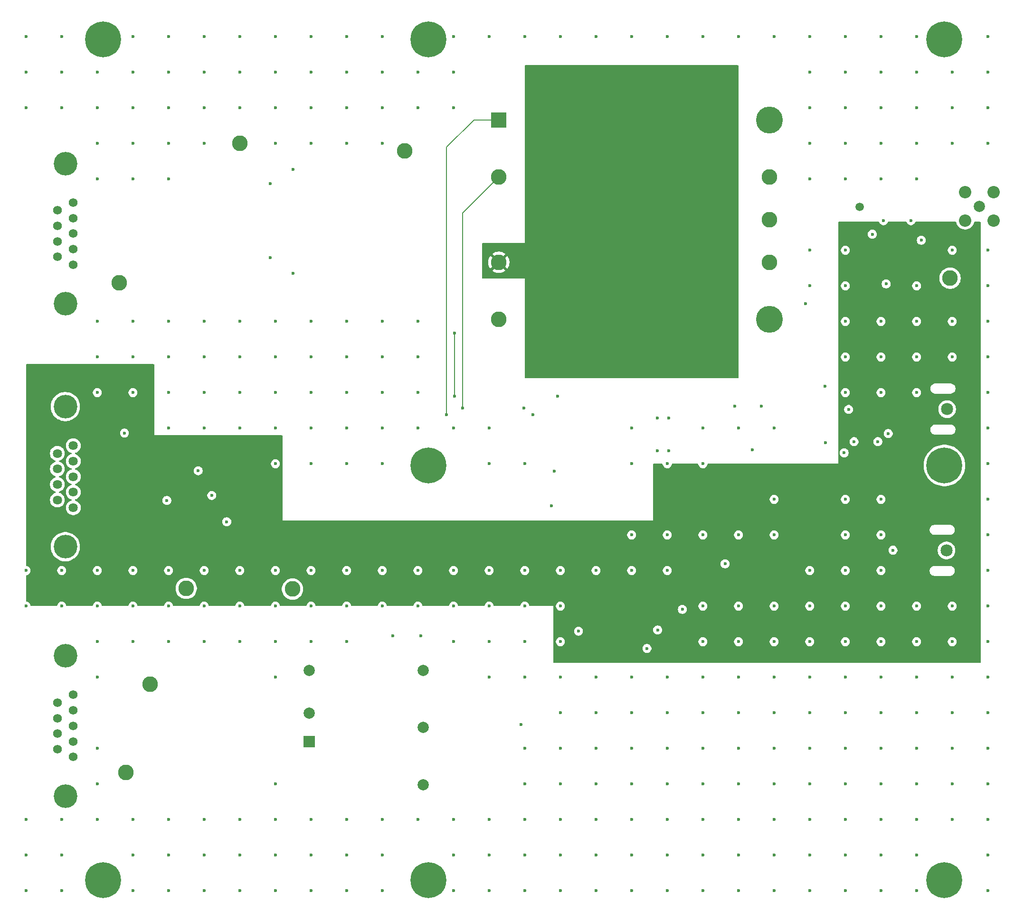
<source format=gbr>
%TF.GenerationSoftware,KiCad,Pcbnew,9.0.3*%
%TF.CreationDate,2025-09-16T14:49:37-04:00*%
%TF.ProjectId,9_TOF_PDU,395f544f-465f-4504-9455-2e6b69636164,rev?*%
%TF.SameCoordinates,Original*%
%TF.FileFunction,Copper,L4,Inr*%
%TF.FilePolarity,Positive*%
%FSLAX46Y46*%
G04 Gerber Fmt 4.6, Leading zero omitted, Abs format (unit mm)*
G04 Created by KiCad (PCBNEW 9.0.3) date 2025-09-16 14:49:37*
%MOMM*%
%LPD*%
G01*
G04 APERTURE LIST*
%TA.AperFunction,ComponentPad*%
%ADD10C,6.400000*%
%TD*%
%TA.AperFunction,ComponentPad*%
%ADD11C,2.800000*%
%TD*%
%TA.AperFunction,ComponentPad*%
%ADD12C,2.159000*%
%TD*%
%TA.AperFunction,ComponentPad*%
%ADD13C,1.560000*%
%TD*%
%TA.AperFunction,ComponentPad*%
%ADD14C,4.216000*%
%TD*%
%TA.AperFunction,ComponentPad*%
%ADD15C,1.635000*%
%TD*%
%TA.AperFunction,ComponentPad*%
%ADD16C,2.006600*%
%TD*%
%TA.AperFunction,ComponentPad*%
%ADD17C,2.209800*%
%TD*%
%TA.AperFunction,ComponentPad*%
%ADD18R,2.800000X2.800000*%
%TD*%
%TA.AperFunction,ComponentPad*%
%ADD19C,4.800000*%
%TD*%
%TA.AperFunction,ComponentPad*%
%ADD20R,2.000000X2.000000*%
%TD*%
%TA.AperFunction,ComponentPad*%
%ADD21C,2.000000*%
%TD*%
%TA.AperFunction,ViaPad*%
%ADD22C,0.600000*%
%TD*%
%TA.AperFunction,ViaPad*%
%ADD23C,1.500000*%
%TD*%
%TA.AperFunction,Conductor*%
%ADD24C,0.200000*%
%TD*%
G04 APERTURE END LIST*
D10*
%TO.N,GNDPWR*%
%TO.C,H1*%
X128000000Y-64000000D03*
%TD*%
D11*
%TO.N,/Telemetry_Circuitry/V3p3*%
%TO.C,+3.3V1*%
X212598000Y-162306000D03*
%TD*%
D10*
%TO.N,GNDPWR*%
%TO.C,H3*%
X186000000Y-64000000D03*
%TD*%
%TO.N,GNDPWR*%
%TO.C,H2*%
X186000000Y-214000000D03*
%TD*%
D11*
%TO.N,/V_SEC_RTN*%
%TO.C,+12V_{RTN}1*%
X152400000Y-82550000D03*
%TD*%
D10*
%TO.N,GNDPWR*%
%TO.C,H6*%
X186000000Y-140000000D03*
%TD*%
%TO.N,GNDPWR*%
%TO.C,H4*%
X278000000Y-214000000D03*
%TD*%
D11*
%TO.N,/V_SEC_Telem_RTN*%
%TO.C,V_TELEM_{RTN}1*%
X136398000Y-179070000D03*
%TD*%
D12*
%TO.N,Net-(P1-Pad1)*%
%TO.C,P1*%
X278370000Y-155160000D03*
%TD*%
D11*
%TO.N,/Main_PDU_Block/Enable*%
%TO.C,V_{EN}1*%
X181780000Y-83870000D03*
%TD*%
%TO.N,/V_SEC_IN_Telem*%
%TO.C,V_TELEM_IN1*%
X132080000Y-194818000D03*
%TD*%
D13*
%TO.N,/V_SEC_Telem_RTN*%
%TO.C,J2*%
X122720000Y-180933500D03*
X122720000Y-183703500D03*
%TO.N,unconnected-(J2-Pad3)*%
X122720000Y-186473500D03*
%TO.N,/V_SEC_Telem_RTN*%
X122720000Y-189243500D03*
X122720000Y-192013500D03*
%TO.N,/V_SEC_IN_Telem*%
X119880000Y-182318500D03*
X119880000Y-185088500D03*
X119880000Y-187858500D03*
X119880000Y-190628500D03*
D14*
%TO.N,GNDPWR*%
X121300000Y-173973500D03*
X121300000Y-198973500D03*
%TD*%
D10*
%TO.N,GNDPWR*%
%TO.C,H7*%
X128000000Y-214000000D03*
%TD*%
D15*
%TO.N,/V_P5V_RTN*%
%TO.C,J3*%
X122720000Y-147540000D03*
%TO.N,/i_OUT_TELEM*%
X122720000Y-144770000D03*
%TO.N,unconnected-(J3-Pad3)*%
X122720000Y-142000000D03*
%TO.N,/Enable-*%
X122720000Y-139230000D03*
%TO.N,/Enable+*%
X122720000Y-136460000D03*
%TO.N,/V_P5V_RTN*%
X119880000Y-146155000D03*
%TO.N,/TEMP_TELEM*%
X119880000Y-143385000D03*
%TO.N,/V_P5V_RTN*%
X119880000Y-140615000D03*
%TO.N,/V_OUT_TELEM*%
X119880000Y-137845000D03*
D14*
%TO.N,GNDPWR*%
X121300000Y-129500000D03*
X121300000Y-154500000D03*
%TD*%
D11*
%TO.N,/V_TOF_RTN*%
%TO.C,SEC_{RTN}1*%
X279010000Y-106580000D03*
%TD*%
%TO.N,/V_P5V*%
%TO.C,V_TELEM_{5V}1*%
X142850000Y-161930000D03*
%TD*%
D13*
%TO.N,/V_SEC_RTN*%
%TO.C,J1*%
X122720000Y-93078500D03*
X122720000Y-95848500D03*
%TO.N,unconnected-(J1-Pad3)*%
X122720000Y-98618500D03*
%TO.N,/V_SEC_RTN*%
X122720000Y-101388500D03*
X122720000Y-104158500D03*
%TO.N,/V_SEC_IN*%
X119880000Y-94463500D03*
X119880000Y-97233500D03*
X119880000Y-100003500D03*
X119880000Y-102773500D03*
D14*
%TO.N,GNDPWR*%
X121300000Y-86118500D03*
X121300000Y-111118500D03*
%TD*%
D16*
%TO.N,/Telemetry_Circuitry/V_TOF_OUT*%
%TO.C,P_OUT1*%
X284238000Y-93748500D03*
D17*
%TO.N,/V_TOF_RTN*%
X286778000Y-91208500D03*
X281698000Y-91208500D03*
X281698000Y-96288500D03*
X286778000Y-96288500D03*
%TD*%
D11*
%TO.N,/V_SEC_IN*%
%TO.C,+12V1*%
X130940000Y-107370000D03*
%TD*%
D12*
%TO.N,Net-(M4-Pad3)*%
%TO.C,P2*%
X278500000Y-129950201D03*
%TD*%
D10*
%TO.N,GNDPWR*%
%TO.C,H8*%
X278000000Y-140000000D03*
%TD*%
%TO.N,GNDPWR*%
%TO.C,H5*%
X278000000Y-64000000D03*
%TD*%
D18*
%TO.N,/Main_PDU_Block/V_POS*%
%TO.C,U1*%
X198572500Y-78340000D03*
D11*
%TO.N,/Main_PDU_Block/Enable*%
X198572500Y-88500000D03*
%TO.N,GNDPWR*%
X198572500Y-103740000D03*
%TO.N,/Main_PDU_Block/V_RTN*%
X198572500Y-113900000D03*
D19*
%TO.N,/V_TOF_RTN*%
X246822500Y-113900000D03*
D11*
X246822500Y-103740000D03*
%TO.N,unconnected-(U1-TRIM-Pad7)*%
X246822500Y-96120000D03*
%TO.N,/Main_PDU_Block/V_TOF_OUT*%
X246822500Y-88500000D03*
D19*
X246822500Y-78340000D03*
%TD*%
D11*
%TO.N,/V_P5V_RTN*%
%TO.C,TELEM_{RTN}1*%
X161798000Y-162052000D03*
%TD*%
D20*
%TO.N,/V_TOF_Telemetry_PDU/V_POS*%
%TO.C,U2*%
X164755500Y-189273500D03*
D21*
%TO.N,/V_TOF_Telemetry_PDU/V_RTN*%
X164755500Y-184173500D03*
%TO.N,/V_P5V*%
X185055500Y-196973500D03*
%TO.N,unconnected-(U2-TRIM-Pad4)*%
X185055500Y-186773500D03*
%TO.N,/V_P5V_RTN*%
X185055500Y-176573500D03*
%TO.N,unconnected-(U2-REMOTE-Pad6)*%
X164755500Y-176573500D03*
%TD*%
D22*
%TO.N,/V_SEC_RTN*%
X171450000Y-165100000D03*
X165100000Y-127000000D03*
X177800000Y-215900000D03*
X165100000Y-133350000D03*
X247650000Y-215900000D03*
X215900000Y-209550000D03*
X266700000Y-158750000D03*
X146050000Y-127000000D03*
X177800000Y-139700000D03*
X279400000Y-114300000D03*
X177800000Y-76200000D03*
X146050000Y-171450000D03*
X114300000Y-158750000D03*
X254000000Y-203200000D03*
X222250000Y-177800000D03*
X139700000Y-127000000D03*
X139700000Y-120650000D03*
X133350000Y-63500000D03*
X247650000Y-133350000D03*
X120650000Y-158750000D03*
X165100000Y-139700000D03*
X120650000Y-203200000D03*
X196850000Y-139700000D03*
X203200000Y-63500000D03*
X127000000Y-88900000D03*
X133350000Y-209550000D03*
X234950000Y-215900000D03*
X222250000Y-203200000D03*
X222250000Y-215900000D03*
X260350000Y-82550000D03*
X209550000Y-63500000D03*
X190500000Y-133350000D03*
X184150000Y-127000000D03*
X152400000Y-63500000D03*
X254000000Y-88900000D03*
X266700000Y-196850000D03*
X273050000Y-120650000D03*
X196850000Y-133350000D03*
X203200000Y-165100000D03*
X171450000Y-158750000D03*
X222250000Y-190500000D03*
X241300000Y-215900000D03*
X133350000Y-120650000D03*
X285750000Y-184150000D03*
X171450000Y-133350000D03*
X146050000Y-133350000D03*
X209550000Y-165100000D03*
X165100000Y-203200000D03*
X215900000Y-63500000D03*
X158750000Y-114300000D03*
X184150000Y-114300000D03*
X133350000Y-114300000D03*
X127000000Y-69850000D03*
X177800000Y-158750000D03*
X171450000Y-215900000D03*
X146050000Y-63500000D03*
X260350000Y-165100000D03*
X165100000Y-209550000D03*
X177800000Y-69850000D03*
X228600000Y-190500000D03*
X260350000Y-171450000D03*
X171450000Y-127000000D03*
X133350000Y-76200000D03*
X254000000Y-171450000D03*
X241300000Y-196850000D03*
X209550000Y-209550000D03*
X165100000Y-120650000D03*
X171450000Y-63500000D03*
X285750000Y-215900000D03*
X273050000Y-127000000D03*
X222250000Y-139700000D03*
X177800000Y-209550000D03*
X222250000Y-152400000D03*
X285750000Y-120650000D03*
X196850000Y-215900000D03*
X222250000Y-196850000D03*
X152400000Y-114300000D03*
X165100000Y-82550000D03*
X266700000Y-184150000D03*
X266700000Y-146050000D03*
X234950000Y-203200000D03*
X234950000Y-63500000D03*
X152400000Y-165100000D03*
X152400000Y-120650000D03*
X196850000Y-171450000D03*
X260350000Y-215900000D03*
X152400000Y-158750000D03*
X171450000Y-209550000D03*
X254000000Y-177800000D03*
X241300000Y-209550000D03*
X266700000Y-203200000D03*
X247650000Y-152400000D03*
X241300000Y-171450000D03*
X228600000Y-139700000D03*
X241300000Y-165100000D03*
X190500000Y-69850000D03*
X152400000Y-203200000D03*
X228600000Y-184150000D03*
X260350000Y-203200000D03*
X196850000Y-177800000D03*
X273050000Y-171450000D03*
X247650000Y-177800000D03*
X254000000Y-69850000D03*
X139700000Y-203200000D03*
X203200000Y-209550000D03*
X285750000Y-165100000D03*
X285750000Y-177800000D03*
X190500000Y-63500000D03*
X273050000Y-69850000D03*
X285750000Y-196850000D03*
X177800000Y-127000000D03*
X247650000Y-196850000D03*
X215900000Y-190500000D03*
X158750000Y-133350000D03*
X158750000Y-177800000D03*
X285750000Y-152400000D03*
X177800000Y-165100000D03*
X247650000Y-171450000D03*
X165100000Y-76200000D03*
X190500000Y-165100000D03*
X247650000Y-63500000D03*
X285750000Y-114300000D03*
X254000000Y-190500000D03*
X146050000Y-209550000D03*
X228600000Y-177800000D03*
X139700000Y-114300000D03*
X171450000Y-139700000D03*
X254000000Y-158750000D03*
X279400000Y-165100000D03*
X158750000Y-203200000D03*
X273050000Y-203200000D03*
X215900000Y-203200000D03*
X266700000Y-171450000D03*
X279400000Y-101600000D03*
X177800000Y-203200000D03*
X139700000Y-158750000D03*
X273050000Y-76200000D03*
X254000000Y-196850000D03*
X171450000Y-69850000D03*
X247650000Y-203200000D03*
X146050000Y-203200000D03*
X247650000Y-146050000D03*
X247650000Y-184150000D03*
X196850000Y-63500000D03*
X158750000Y-76200000D03*
X215900000Y-177800000D03*
X209550000Y-184150000D03*
X133350000Y-158750000D03*
X215900000Y-158750000D03*
X190500000Y-158750000D03*
X260350000Y-76200000D03*
X114300000Y-165100000D03*
X234950000Y-190500000D03*
X266700000Y-69850000D03*
X279400000Y-177800000D03*
X266700000Y-127000000D03*
X133350000Y-69850000D03*
X190500000Y-171450000D03*
X260350000Y-88900000D03*
X279400000Y-190500000D03*
X209550000Y-158750000D03*
X152400000Y-215900000D03*
X285750000Y-63500000D03*
X165100000Y-171450000D03*
X133350000Y-165100000D03*
X139700000Y-69850000D03*
X114300000Y-209550000D03*
X133350000Y-203200000D03*
X279400000Y-82550000D03*
X254000000Y-76200000D03*
X158750000Y-171450000D03*
X190500000Y-76200000D03*
X127000000Y-158750000D03*
X273050000Y-184150000D03*
X228600000Y-209550000D03*
X127000000Y-171450000D03*
X184150000Y-165100000D03*
X234950000Y-177800000D03*
X228600000Y-63500000D03*
X222250000Y-63500000D03*
X215900000Y-184150000D03*
X260350000Y-184150000D03*
X260350000Y-190500000D03*
X120650000Y-215900000D03*
X254000000Y-165100000D03*
X184150000Y-120650000D03*
X152400000Y-127000000D03*
X273050000Y-190500000D03*
X209550000Y-171450000D03*
X254000000Y-215900000D03*
X158750000Y-209550000D03*
X152400000Y-133350000D03*
X254000000Y-184150000D03*
X203200000Y-158750000D03*
X228600000Y-158750000D03*
X273050000Y-177800000D03*
X203200000Y-203200000D03*
X273050000Y-82550000D03*
X133350000Y-215900000D03*
X273050000Y-107950000D03*
X114300000Y-69850000D03*
X273050000Y-63500000D03*
X203200000Y-171450000D03*
X139700000Y-76200000D03*
X260350000Y-120650000D03*
X152400000Y-209550000D03*
X285750000Y-171450000D03*
X266700000Y-114300000D03*
X152400000Y-76200000D03*
X158750000Y-69850000D03*
X127000000Y-177800000D03*
X190500000Y-203200000D03*
X285750000Y-209550000D03*
X273050000Y-88900000D03*
X285750000Y-158750000D03*
X120650000Y-165100000D03*
X279400000Y-196850000D03*
X228600000Y-203200000D03*
X127000000Y-127000000D03*
X254000000Y-82550000D03*
X133350000Y-127000000D03*
X203200000Y-190500000D03*
X114300000Y-63500000D03*
X228600000Y-215900000D03*
X285750000Y-133350000D03*
X266700000Y-120650000D03*
X184150000Y-133350000D03*
X266700000Y-190500000D03*
X273050000Y-196850000D03*
X158750000Y-165100000D03*
X241300000Y-133350000D03*
X139700000Y-88900000D03*
X139700000Y-133350000D03*
X254000000Y-209550000D03*
X209550000Y-215900000D03*
X203200000Y-177800000D03*
X266700000Y-63500000D03*
X285750000Y-190500000D03*
X234950000Y-133350000D03*
X285750000Y-146050000D03*
X241300000Y-184150000D03*
X146050000Y-76200000D03*
X209550000Y-203200000D03*
X266700000Y-152400000D03*
X196850000Y-165100000D03*
X209550000Y-190500000D03*
X190500000Y-209550000D03*
X260350000Y-146050000D03*
X222250000Y-184150000D03*
X234950000Y-196850000D03*
X279400000Y-171450000D03*
X177800000Y-120650000D03*
X184150000Y-69850000D03*
X234950000Y-152400000D03*
X203200000Y-196850000D03*
X266700000Y-215900000D03*
X273050000Y-215900000D03*
X171450000Y-82550000D03*
X260350000Y-63500000D03*
X273050000Y-114300000D03*
X203200000Y-139700000D03*
X158750000Y-158750000D03*
X209550000Y-177800000D03*
X127000000Y-120650000D03*
X254000000Y-63500000D03*
X279400000Y-184150000D03*
X241300000Y-152400000D03*
X120650000Y-76200000D03*
X133350000Y-171450000D03*
X184150000Y-203200000D03*
X171450000Y-203200000D03*
X127000000Y-82550000D03*
X279400000Y-69850000D03*
X120650000Y-63500000D03*
X184150000Y-76200000D03*
X127000000Y-203200000D03*
X215900000Y-215900000D03*
X279400000Y-76200000D03*
X152400000Y-171450000D03*
X146050000Y-165100000D03*
X285750000Y-69850000D03*
X260350000Y-127000000D03*
X241300000Y-177800000D03*
X266700000Y-88900000D03*
X285750000Y-107950000D03*
X158750000Y-196850000D03*
X247650000Y-209550000D03*
X171450000Y-120650000D03*
X171450000Y-114300000D03*
X146050000Y-114300000D03*
X260350000Y-69850000D03*
X146050000Y-215900000D03*
X177800000Y-133350000D03*
X146050000Y-158750000D03*
X273050000Y-209550000D03*
X222250000Y-209550000D03*
X146050000Y-120650000D03*
X260350000Y-107950000D03*
X254000000Y-101600000D03*
X260350000Y-177800000D03*
X215900000Y-196850000D03*
X158750000Y-63500000D03*
X285750000Y-203200000D03*
X241300000Y-63500000D03*
X260350000Y-101600000D03*
X127000000Y-114300000D03*
X279400000Y-203200000D03*
X196850000Y-209550000D03*
X165100000Y-63500000D03*
X127000000Y-196850000D03*
X165100000Y-165100000D03*
X266700000Y-209550000D03*
X266700000Y-165100000D03*
X285750000Y-82550000D03*
X285750000Y-76200000D03*
X139700000Y-165100000D03*
X266700000Y-177800000D03*
X165100000Y-215900000D03*
X209550000Y-196850000D03*
X158750000Y-215900000D03*
X133350000Y-82550000D03*
X127000000Y-165100000D03*
X158750000Y-120650000D03*
X196850000Y-158750000D03*
X165100000Y-114300000D03*
X171450000Y-76200000D03*
X234950000Y-165100000D03*
X254000000Y-107950000D03*
X177800000Y-63500000D03*
X222250000Y-133350000D03*
X184150000Y-158750000D03*
X285750000Y-101600000D03*
X120650000Y-209550000D03*
X146050000Y-69850000D03*
X139700000Y-82550000D03*
X171450000Y-171450000D03*
X133350000Y-88900000D03*
X260350000Y-114300000D03*
X241300000Y-203200000D03*
X222250000Y-158750000D03*
X139700000Y-171450000D03*
X158750000Y-82550000D03*
X114300000Y-203200000D03*
X139700000Y-63500000D03*
X228600000Y-152400000D03*
X152400000Y-69850000D03*
X177800000Y-82550000D03*
X114300000Y-76200000D03*
X203200000Y-215900000D03*
X247650000Y-165100000D03*
X260350000Y-158750000D03*
X285750000Y-127000000D03*
X139700000Y-209550000D03*
X120650000Y-69850000D03*
X165100000Y-69850000D03*
X260350000Y-209550000D03*
X234950000Y-171450000D03*
X177800000Y-114300000D03*
X234950000Y-209550000D03*
X260350000Y-196850000D03*
X241300000Y-190500000D03*
X285750000Y-139700000D03*
X260350000Y-152400000D03*
X234950000Y-184150000D03*
X158750000Y-127000000D03*
X273050000Y-165100000D03*
X139700000Y-215900000D03*
X234950000Y-139700000D03*
X266700000Y-76200000D03*
X266700000Y-82550000D03*
X279400000Y-120650000D03*
X196850000Y-203200000D03*
X165100000Y-158750000D03*
X146050000Y-82550000D03*
X228600000Y-196850000D03*
X127000000Y-190500000D03*
X247650000Y-190500000D03*
X190500000Y-215900000D03*
X158750000Y-139700000D03*
X114300000Y-215900000D03*
X127000000Y-76200000D03*
%TO.N,/Main_PDU_Block/V_RTN*%
X190700000Y-116410000D03*
X190700000Y-127620000D03*
X209038000Y-127618500D03*
%TO.N,/Main_PDU_Block/V_POS*%
X204650000Y-130960000D03*
X189280000Y-130960000D03*
D23*
%TO.N,/Main_PDU_Block/V_TOF_OUT*%
X262938000Y-93856000D03*
D22*
X267138000Y-96318500D03*
%TO.N,/V_TOF_RTN*%
X226822000Y-131572000D03*
X245338000Y-129418500D03*
X256810000Y-135910000D03*
X228854000Y-131572000D03*
D23*
%TO.N,GNDPWR*%
X237490000Y-121920000D03*
X232410000Y-76200000D03*
X237490000Y-96520000D03*
X222250000Y-86360000D03*
D22*
X161912000Y-87126500D03*
D23*
X212090000Y-91440000D03*
X232410000Y-91440000D03*
X207010000Y-91440000D03*
X212090000Y-76200000D03*
X232410000Y-106680000D03*
X212090000Y-96520000D03*
X222250000Y-81280000D03*
X212090000Y-86360000D03*
X222250000Y-91440000D03*
X227330000Y-116840000D03*
X222250000Y-121920000D03*
X212090000Y-106680000D03*
X222250000Y-116840000D03*
X227330000Y-106680000D03*
X222250000Y-96520000D03*
X207010000Y-111760000D03*
X217170000Y-81280000D03*
X217170000Y-116840000D03*
X222250000Y-101600000D03*
X222250000Y-71120000D03*
X217170000Y-91440000D03*
X227330000Y-71120000D03*
X232410000Y-101600000D03*
X232410000Y-96520000D03*
X237490000Y-91440000D03*
X207010000Y-101600000D03*
X237490000Y-101600000D03*
X207010000Y-121920000D03*
X212090000Y-121920000D03*
X207010000Y-106680000D03*
X227330000Y-81280000D03*
X212090000Y-111760000D03*
D22*
X161912000Y-105668500D03*
D23*
X217170000Y-96520000D03*
X232410000Y-111760000D03*
X207010000Y-71120000D03*
X237490000Y-81280000D03*
X217170000Y-86360000D03*
X227330000Y-111760000D03*
X237490000Y-106680000D03*
X237490000Y-71120000D03*
X222250000Y-111760000D03*
X207010000Y-96520000D03*
X232410000Y-86360000D03*
X232410000Y-81280000D03*
X207010000Y-86360000D03*
X237490000Y-116840000D03*
X207010000Y-76200000D03*
X232410000Y-121920000D03*
X217170000Y-121920000D03*
X227330000Y-76200000D03*
X217170000Y-76200000D03*
X222250000Y-106680000D03*
X227330000Y-86360000D03*
X217170000Y-106680000D03*
X237490000Y-76200000D03*
X217170000Y-71120000D03*
X237490000Y-111760000D03*
X227330000Y-91440000D03*
D22*
X179638000Y-170418500D03*
D23*
X212090000Y-101600000D03*
X232410000Y-71120000D03*
X237490000Y-86360000D03*
X207010000Y-116840000D03*
X207010000Y-81280000D03*
X217170000Y-101600000D03*
X212090000Y-71120000D03*
D22*
X240638000Y-129418500D03*
D23*
X222250000Y-76200000D03*
X212090000Y-81280000D03*
X227330000Y-101600000D03*
X227330000Y-96520000D03*
X217170000Y-111760000D03*
X227330000Y-121920000D03*
X212090000Y-116840000D03*
X232410000Y-116840000D03*
D22*
%TO.N,/V_P5V_RTN*%
X260938000Y-130003500D03*
X212778000Y-169573500D03*
X226878000Y-169348500D03*
X266138000Y-135753500D03*
X265148000Y-98728500D03*
X184638000Y-170418500D03*
X267608000Y-107598500D03*
X131838000Y-134218500D03*
X144978000Y-140938500D03*
X207938000Y-147218499D03*
X243780000Y-137170000D03*
X226822000Y-137414000D03*
X231296500Y-165678500D03*
X238903100Y-157558500D03*
X139398000Y-146248499D03*
X150078000Y-150048500D03*
X267988000Y-134308500D03*
X273888000Y-99808500D03*
X228854000Y-137414000D03*
%TO.N,/V_P5V*%
X224978000Y-172648500D03*
X147408000Y-145338500D03*
X261888001Y-135753500D03*
X268830000Y-155119799D03*
X202510000Y-186200000D03*
X208438000Y-141018500D03*
%TO.N,/Telemetry_Circuitry/V3p3*%
X240703100Y-155058500D03*
X135938000Y-134218500D03*
X239893100Y-148188500D03*
X265148000Y-100778500D03*
X235763100Y-148178500D03*
X221378000Y-164148500D03*
X144988000Y-145298498D03*
%TO.N,/Main_PDU_Block/SEC_RTN*%
X157848000Y-102874500D03*
X157848000Y-89666500D03*
%TO.N,/Main_PDU_Block/Enable*%
X203038000Y-129718500D03*
X192080000Y-129720000D03*
%TO.N,/Telemetry_Circuitry/V_TOF_OUT*%
X260130000Y-137750000D03*
X256748000Y-125818500D03*
X272038000Y-96318500D03*
%TO.N,Net-(U8B-IN2+)*%
X253230000Y-111090000D03*
%TD*%
D24*
%TO.N,/Main_PDU_Block/V_RTN*%
X190700000Y-127620000D02*
X190700000Y-116410000D01*
%TO.N,/Main_PDU_Block/V_POS*%
X194140000Y-78340000D02*
X198572500Y-78340000D01*
X189280000Y-130960000D02*
X189280000Y-83200000D01*
X189280000Y-83200000D02*
X194140000Y-78340000D01*
%TO.N,/Main_PDU_Block/Enable*%
X192080000Y-129720000D02*
X192080000Y-94992500D01*
X192080000Y-94992500D02*
X198572500Y-88500000D01*
%TD*%
%TA.AperFunction,Conductor*%
%TO.N,GNDPWR*%
G36*
X241243039Y-68599685D02*
G01*
X241288794Y-68652489D01*
X241300000Y-68704000D01*
X241300000Y-124336000D01*
X241280315Y-124403039D01*
X241227511Y-124448794D01*
X241176000Y-124460000D01*
X203324000Y-124460000D01*
X203256961Y-124440315D01*
X203211206Y-124387511D01*
X203200000Y-124336000D01*
X203200000Y-106680000D01*
X195704000Y-106680000D01*
X195636961Y-106660315D01*
X195591206Y-106607511D01*
X195580000Y-106556000D01*
X195580000Y-103615466D01*
X196672500Y-103615466D01*
X196672500Y-103864533D01*
X196705008Y-104111463D01*
X196769473Y-104352049D01*
X196864783Y-104582148D01*
X196864788Y-104582159D01*
X196989313Y-104797841D01*
X196989319Y-104797849D01*
X197063900Y-104895045D01*
X197933189Y-104025756D01*
X197952168Y-104071574D01*
X198028774Y-104186224D01*
X198126276Y-104283726D01*
X198240926Y-104360332D01*
X198286742Y-104379309D01*
X197417453Y-105248598D01*
X197514650Y-105323180D01*
X197514658Y-105323186D01*
X197730340Y-105447711D01*
X197730351Y-105447716D01*
X197960450Y-105543026D01*
X198201036Y-105607491D01*
X198447966Y-105640000D01*
X198697034Y-105640000D01*
X198943963Y-105607491D01*
X199184549Y-105543026D01*
X199414648Y-105447716D01*
X199414659Y-105447711D01*
X199630355Y-105323178D01*
X199727545Y-105248600D01*
X199727545Y-105248597D01*
X198858257Y-104379309D01*
X198904074Y-104360332D01*
X199018724Y-104283726D01*
X199116226Y-104186224D01*
X199192832Y-104071574D01*
X199211809Y-104025757D01*
X200081097Y-104895045D01*
X200081100Y-104895045D01*
X200155678Y-104797855D01*
X200280211Y-104582159D01*
X200280216Y-104582148D01*
X200375526Y-104352049D01*
X200439991Y-104111463D01*
X200472500Y-103864533D01*
X200472500Y-103615466D01*
X200439991Y-103368536D01*
X200375526Y-103127950D01*
X200280216Y-102897851D01*
X200280211Y-102897840D01*
X200155686Y-102682158D01*
X200155680Y-102682150D01*
X200081098Y-102584953D01*
X199211809Y-103454242D01*
X199192832Y-103408426D01*
X199116226Y-103293776D01*
X199018724Y-103196274D01*
X198904074Y-103119668D01*
X198858255Y-103100689D01*
X199727545Y-102231400D01*
X199630349Y-102156819D01*
X199630341Y-102156813D01*
X199414659Y-102032288D01*
X199414648Y-102032283D01*
X199184549Y-101936973D01*
X198943963Y-101872508D01*
X198697034Y-101840000D01*
X198447966Y-101840000D01*
X198201036Y-101872508D01*
X197960450Y-101936973D01*
X197730351Y-102032283D01*
X197730347Y-102032285D01*
X197514643Y-102156823D01*
X197417453Y-102231399D01*
X197417453Y-102231400D01*
X198286743Y-103100690D01*
X198240926Y-103119668D01*
X198126276Y-103196274D01*
X198028774Y-103293776D01*
X197952168Y-103408426D01*
X197933190Y-103454243D01*
X197063900Y-102584953D01*
X197063899Y-102584953D01*
X196989323Y-102682143D01*
X196864785Y-102897847D01*
X196864783Y-102897851D01*
X196769473Y-103127950D01*
X196705008Y-103368536D01*
X196672500Y-103615466D01*
X195580000Y-103615466D01*
X195580000Y-100454000D01*
X195599685Y-100386961D01*
X195652489Y-100341206D01*
X195704000Y-100330000D01*
X203200000Y-100330000D01*
X203200000Y-68704000D01*
X203219685Y-68636961D01*
X203272489Y-68591206D01*
X203324000Y-68580000D01*
X241176000Y-68580000D01*
X241243039Y-68599685D01*
G37*
%TD.AperFunction*%
%TD*%
%TA.AperFunction,Conductor*%
%TO.N,/Telemetry_Circuitry/V3p3*%
G36*
X266339194Y-96539685D02*
G01*
X266384949Y-96592489D01*
X266386716Y-96596548D01*
X266428602Y-96697672D01*
X266428609Y-96697685D01*
X266516210Y-96828788D01*
X266516213Y-96828792D01*
X266627707Y-96940286D01*
X266627711Y-96940289D01*
X266758814Y-97027890D01*
X266758827Y-97027897D01*
X266904498Y-97088235D01*
X266904503Y-97088237D01*
X267059153Y-97118999D01*
X267059156Y-97119000D01*
X267059158Y-97119000D01*
X267216844Y-97119000D01*
X267216845Y-97118999D01*
X267371497Y-97088237D01*
X267484166Y-97041567D01*
X267517172Y-97027897D01*
X267517172Y-97027896D01*
X267517179Y-97027894D01*
X267648289Y-96940289D01*
X267759789Y-96828789D01*
X267847394Y-96697679D01*
X267861165Y-96664432D01*
X267889284Y-96596548D01*
X267933125Y-96542144D01*
X267999419Y-96520079D01*
X268003845Y-96520000D01*
X271172155Y-96520000D01*
X271239194Y-96539685D01*
X271284949Y-96592489D01*
X271286716Y-96596548D01*
X271328602Y-96697672D01*
X271328609Y-96697685D01*
X271416210Y-96828788D01*
X271416213Y-96828792D01*
X271527707Y-96940286D01*
X271527711Y-96940289D01*
X271658814Y-97027890D01*
X271658827Y-97027897D01*
X271804498Y-97088235D01*
X271804503Y-97088237D01*
X271959153Y-97118999D01*
X271959156Y-97119000D01*
X271959158Y-97119000D01*
X272116844Y-97119000D01*
X272116845Y-97118999D01*
X272271497Y-97088237D01*
X272384166Y-97041567D01*
X272417172Y-97027897D01*
X272417172Y-97027896D01*
X272417179Y-97027894D01*
X272548289Y-96940289D01*
X272659789Y-96828789D01*
X272747394Y-96697679D01*
X272761165Y-96664432D01*
X272789284Y-96596548D01*
X272833125Y-96542144D01*
X272899419Y-96520079D01*
X272903845Y-96520000D01*
X280003348Y-96520000D01*
X280070387Y-96539685D01*
X280116142Y-96592489D01*
X280125821Y-96624601D01*
X280132129Y-96664429D01*
X280132130Y-96664432D01*
X280210218Y-96904760D01*
X280324939Y-97129913D01*
X280473470Y-97334348D01*
X280652152Y-97513030D01*
X280856587Y-97661561D01*
X281081740Y-97776282D01*
X281322068Y-97854370D01*
X281415662Y-97869193D01*
X281571647Y-97893900D01*
X281571652Y-97893900D01*
X281824353Y-97893900D01*
X281963005Y-97871938D01*
X282073932Y-97854370D01*
X282314260Y-97776282D01*
X282539413Y-97661561D01*
X282743848Y-97513030D01*
X282922530Y-97334348D01*
X283071061Y-97129913D01*
X283185782Y-96904760D01*
X283263870Y-96664432D01*
X283270179Y-96624601D01*
X283300109Y-96561467D01*
X283359421Y-96524536D01*
X283392652Y-96520000D01*
X284356000Y-96520000D01*
X284423039Y-96539685D01*
X284468794Y-96592489D01*
X284480000Y-96644000D01*
X284480000Y-175136000D01*
X284460315Y-175203039D01*
X284407511Y-175248794D01*
X284356000Y-175260000D01*
X208404000Y-175260000D01*
X208336961Y-175240315D01*
X208291206Y-175187511D01*
X208280000Y-175136000D01*
X208280000Y-172569653D01*
X224177500Y-172569653D01*
X224177500Y-172727346D01*
X224208261Y-172881989D01*
X224208264Y-172882001D01*
X224268602Y-173027672D01*
X224268609Y-173027685D01*
X224356210Y-173158788D01*
X224356213Y-173158792D01*
X224467707Y-173270286D01*
X224467711Y-173270289D01*
X224598814Y-173357890D01*
X224598827Y-173357897D01*
X224744498Y-173418235D01*
X224744503Y-173418237D01*
X224899153Y-173448999D01*
X224899156Y-173449000D01*
X224899158Y-173449000D01*
X225056844Y-173449000D01*
X225056845Y-173448999D01*
X225211497Y-173418237D01*
X225357179Y-173357894D01*
X225488289Y-173270289D01*
X225599789Y-173158789D01*
X225687394Y-173027679D01*
X225747737Y-172881997D01*
X225778500Y-172727342D01*
X225778500Y-172569658D01*
X225778500Y-172569655D01*
X225778499Y-172569653D01*
X225747738Y-172415010D01*
X225747737Y-172415003D01*
X225747735Y-172414998D01*
X225687397Y-172269327D01*
X225687390Y-172269314D01*
X225599789Y-172138211D01*
X225599786Y-172138207D01*
X225488292Y-172026713D01*
X225488288Y-172026710D01*
X225357185Y-171939109D01*
X225357172Y-171939102D01*
X225211501Y-171878764D01*
X225211489Y-171878761D01*
X225056845Y-171848000D01*
X225056842Y-171848000D01*
X224899158Y-171848000D01*
X224899155Y-171848000D01*
X224744510Y-171878761D01*
X224744498Y-171878764D01*
X224598827Y-171939102D01*
X224598814Y-171939109D01*
X224467711Y-172026710D01*
X224467707Y-172026713D01*
X224356213Y-172138207D01*
X224356210Y-172138211D01*
X224268609Y-172269314D01*
X224268602Y-172269327D01*
X224208264Y-172414998D01*
X224208261Y-172415010D01*
X224177500Y-172569653D01*
X208280000Y-172569653D01*
X208280000Y-171371153D01*
X208749500Y-171371153D01*
X208749500Y-171528846D01*
X208780261Y-171683489D01*
X208780264Y-171683501D01*
X208840602Y-171829172D01*
X208840609Y-171829185D01*
X208928210Y-171960288D01*
X208928213Y-171960292D01*
X209039707Y-172071786D01*
X209039711Y-172071789D01*
X209170814Y-172159390D01*
X209170827Y-172159397D01*
X209316498Y-172219735D01*
X209316503Y-172219737D01*
X209471153Y-172250499D01*
X209471156Y-172250500D01*
X209471158Y-172250500D01*
X209628844Y-172250500D01*
X209628845Y-172250499D01*
X209783497Y-172219737D01*
X209929179Y-172159394D01*
X210060289Y-172071789D01*
X210171789Y-171960289D01*
X210259394Y-171829179D01*
X210319737Y-171683497D01*
X210350500Y-171528842D01*
X210350500Y-171371158D01*
X210350500Y-171371155D01*
X210350499Y-171371153D01*
X234149500Y-171371153D01*
X234149500Y-171528846D01*
X234180261Y-171683489D01*
X234180264Y-171683501D01*
X234240602Y-171829172D01*
X234240609Y-171829185D01*
X234328210Y-171960288D01*
X234328213Y-171960292D01*
X234439707Y-172071786D01*
X234439711Y-172071789D01*
X234570814Y-172159390D01*
X234570827Y-172159397D01*
X234716498Y-172219735D01*
X234716503Y-172219737D01*
X234871153Y-172250499D01*
X234871156Y-172250500D01*
X234871158Y-172250500D01*
X235028844Y-172250500D01*
X235028845Y-172250499D01*
X235183497Y-172219737D01*
X235329179Y-172159394D01*
X235460289Y-172071789D01*
X235571789Y-171960289D01*
X235659394Y-171829179D01*
X235719737Y-171683497D01*
X235750500Y-171528842D01*
X235750500Y-171371158D01*
X235750500Y-171371155D01*
X235750499Y-171371153D01*
X240499500Y-171371153D01*
X240499500Y-171528846D01*
X240530261Y-171683489D01*
X240530264Y-171683501D01*
X240590602Y-171829172D01*
X240590609Y-171829185D01*
X240678210Y-171960288D01*
X240678213Y-171960292D01*
X240789707Y-172071786D01*
X240789711Y-172071789D01*
X240920814Y-172159390D01*
X240920827Y-172159397D01*
X241066498Y-172219735D01*
X241066503Y-172219737D01*
X241221153Y-172250499D01*
X241221156Y-172250500D01*
X241221158Y-172250500D01*
X241378844Y-172250500D01*
X241378845Y-172250499D01*
X241533497Y-172219737D01*
X241679179Y-172159394D01*
X241810289Y-172071789D01*
X241921789Y-171960289D01*
X242009394Y-171829179D01*
X242069737Y-171683497D01*
X242100500Y-171528842D01*
X242100500Y-171371158D01*
X242100500Y-171371155D01*
X242100499Y-171371153D01*
X246849500Y-171371153D01*
X246849500Y-171528846D01*
X246880261Y-171683489D01*
X246880264Y-171683501D01*
X246940602Y-171829172D01*
X246940609Y-171829185D01*
X247028210Y-171960288D01*
X247028213Y-171960292D01*
X247139707Y-172071786D01*
X247139711Y-172071789D01*
X247270814Y-172159390D01*
X247270827Y-172159397D01*
X247416498Y-172219735D01*
X247416503Y-172219737D01*
X247571153Y-172250499D01*
X247571156Y-172250500D01*
X247571158Y-172250500D01*
X247728844Y-172250500D01*
X247728845Y-172250499D01*
X247883497Y-172219737D01*
X248029179Y-172159394D01*
X248160289Y-172071789D01*
X248271789Y-171960289D01*
X248359394Y-171829179D01*
X248419737Y-171683497D01*
X248450500Y-171528842D01*
X248450500Y-171371158D01*
X248450500Y-171371155D01*
X248450499Y-171371153D01*
X253199500Y-171371153D01*
X253199500Y-171528846D01*
X253230261Y-171683489D01*
X253230264Y-171683501D01*
X253290602Y-171829172D01*
X253290609Y-171829185D01*
X253378210Y-171960288D01*
X253378213Y-171960292D01*
X253489707Y-172071786D01*
X253489711Y-172071789D01*
X253620814Y-172159390D01*
X253620827Y-172159397D01*
X253766498Y-172219735D01*
X253766503Y-172219737D01*
X253921153Y-172250499D01*
X253921156Y-172250500D01*
X253921158Y-172250500D01*
X254078844Y-172250500D01*
X254078845Y-172250499D01*
X254233497Y-172219737D01*
X254379179Y-172159394D01*
X254510289Y-172071789D01*
X254621789Y-171960289D01*
X254709394Y-171829179D01*
X254769737Y-171683497D01*
X254800500Y-171528842D01*
X254800500Y-171371158D01*
X254800500Y-171371155D01*
X254800499Y-171371153D01*
X259549500Y-171371153D01*
X259549500Y-171528846D01*
X259580261Y-171683489D01*
X259580264Y-171683501D01*
X259640602Y-171829172D01*
X259640609Y-171829185D01*
X259728210Y-171960288D01*
X259728213Y-171960292D01*
X259839707Y-172071786D01*
X259839711Y-172071789D01*
X259970814Y-172159390D01*
X259970827Y-172159397D01*
X260116498Y-172219735D01*
X260116503Y-172219737D01*
X260271153Y-172250499D01*
X260271156Y-172250500D01*
X260271158Y-172250500D01*
X260428844Y-172250500D01*
X260428845Y-172250499D01*
X260583497Y-172219737D01*
X260729179Y-172159394D01*
X260860289Y-172071789D01*
X260971789Y-171960289D01*
X261059394Y-171829179D01*
X261119737Y-171683497D01*
X261150500Y-171528842D01*
X261150500Y-171371158D01*
X261150500Y-171371155D01*
X261150499Y-171371153D01*
X265899500Y-171371153D01*
X265899500Y-171528846D01*
X265930261Y-171683489D01*
X265930264Y-171683501D01*
X265990602Y-171829172D01*
X265990609Y-171829185D01*
X266078210Y-171960288D01*
X266078213Y-171960292D01*
X266189707Y-172071786D01*
X266189711Y-172071789D01*
X266320814Y-172159390D01*
X266320827Y-172159397D01*
X266466498Y-172219735D01*
X266466503Y-172219737D01*
X266621153Y-172250499D01*
X266621156Y-172250500D01*
X266621158Y-172250500D01*
X266778844Y-172250500D01*
X266778845Y-172250499D01*
X266933497Y-172219737D01*
X267079179Y-172159394D01*
X267210289Y-172071789D01*
X267321789Y-171960289D01*
X267409394Y-171829179D01*
X267469737Y-171683497D01*
X267500500Y-171528842D01*
X267500500Y-171371158D01*
X267500500Y-171371155D01*
X267500499Y-171371153D01*
X272249500Y-171371153D01*
X272249500Y-171528846D01*
X272280261Y-171683489D01*
X272280264Y-171683501D01*
X272340602Y-171829172D01*
X272340609Y-171829185D01*
X272428210Y-171960288D01*
X272428213Y-171960292D01*
X272539707Y-172071786D01*
X272539711Y-172071789D01*
X272670814Y-172159390D01*
X272670827Y-172159397D01*
X272816498Y-172219735D01*
X272816503Y-172219737D01*
X272971153Y-172250499D01*
X272971156Y-172250500D01*
X272971158Y-172250500D01*
X273128844Y-172250500D01*
X273128845Y-172250499D01*
X273283497Y-172219737D01*
X273429179Y-172159394D01*
X273560289Y-172071789D01*
X273671789Y-171960289D01*
X273759394Y-171829179D01*
X273819737Y-171683497D01*
X273850500Y-171528842D01*
X273850500Y-171371158D01*
X273850500Y-171371155D01*
X273850499Y-171371153D01*
X278599500Y-171371153D01*
X278599500Y-171528846D01*
X278630261Y-171683489D01*
X278630264Y-171683501D01*
X278690602Y-171829172D01*
X278690609Y-171829185D01*
X278778210Y-171960288D01*
X278778213Y-171960292D01*
X278889707Y-172071786D01*
X278889711Y-172071789D01*
X279020814Y-172159390D01*
X279020827Y-172159397D01*
X279166498Y-172219735D01*
X279166503Y-172219737D01*
X279321153Y-172250499D01*
X279321156Y-172250500D01*
X279321158Y-172250500D01*
X279478844Y-172250500D01*
X279478845Y-172250499D01*
X279633497Y-172219737D01*
X279779179Y-172159394D01*
X279910289Y-172071789D01*
X280021789Y-171960289D01*
X280109394Y-171829179D01*
X280169737Y-171683497D01*
X280200500Y-171528842D01*
X280200500Y-171371158D01*
X280200500Y-171371155D01*
X280200499Y-171371153D01*
X280199275Y-171365000D01*
X280169737Y-171216503D01*
X280158029Y-171188237D01*
X280109397Y-171070827D01*
X280109390Y-171070814D01*
X280021789Y-170939711D01*
X280021786Y-170939707D01*
X279910292Y-170828213D01*
X279910288Y-170828210D01*
X279779185Y-170740609D01*
X279779172Y-170740602D01*
X279633501Y-170680264D01*
X279633489Y-170680261D01*
X279478845Y-170649500D01*
X279478842Y-170649500D01*
X279321158Y-170649500D01*
X279321155Y-170649500D01*
X279166510Y-170680261D01*
X279166498Y-170680264D01*
X279020827Y-170740602D01*
X279020814Y-170740609D01*
X278889711Y-170828210D01*
X278889707Y-170828213D01*
X278778213Y-170939707D01*
X278778210Y-170939711D01*
X278690609Y-171070814D01*
X278690602Y-171070827D01*
X278630264Y-171216498D01*
X278630261Y-171216510D01*
X278599500Y-171371153D01*
X273850499Y-171371153D01*
X273849275Y-171365000D01*
X273819737Y-171216503D01*
X273808029Y-171188237D01*
X273759397Y-171070827D01*
X273759390Y-171070814D01*
X273671789Y-170939711D01*
X273671786Y-170939707D01*
X273560292Y-170828213D01*
X273560288Y-170828210D01*
X273429185Y-170740609D01*
X273429172Y-170740602D01*
X273283501Y-170680264D01*
X273283489Y-170680261D01*
X273128845Y-170649500D01*
X273128842Y-170649500D01*
X272971158Y-170649500D01*
X272971155Y-170649500D01*
X272816510Y-170680261D01*
X272816498Y-170680264D01*
X272670827Y-170740602D01*
X272670814Y-170740609D01*
X272539711Y-170828210D01*
X272539707Y-170828213D01*
X272428213Y-170939707D01*
X272428210Y-170939711D01*
X272340609Y-171070814D01*
X272340602Y-171070827D01*
X272280264Y-171216498D01*
X272280261Y-171216510D01*
X272249500Y-171371153D01*
X267500499Y-171371153D01*
X267499275Y-171365000D01*
X267469737Y-171216503D01*
X267458029Y-171188237D01*
X267409397Y-171070827D01*
X267409390Y-171070814D01*
X267321789Y-170939711D01*
X267321786Y-170939707D01*
X267210292Y-170828213D01*
X267210288Y-170828210D01*
X267079185Y-170740609D01*
X267079172Y-170740602D01*
X266933501Y-170680264D01*
X266933489Y-170680261D01*
X266778845Y-170649500D01*
X266778842Y-170649500D01*
X266621158Y-170649500D01*
X266621155Y-170649500D01*
X266466510Y-170680261D01*
X266466498Y-170680264D01*
X266320827Y-170740602D01*
X266320814Y-170740609D01*
X266189711Y-170828210D01*
X266189707Y-170828213D01*
X266078213Y-170939707D01*
X266078210Y-170939711D01*
X265990609Y-171070814D01*
X265990602Y-171070827D01*
X265930264Y-171216498D01*
X265930261Y-171216510D01*
X265899500Y-171371153D01*
X261150499Y-171371153D01*
X261149275Y-171365000D01*
X261119737Y-171216503D01*
X261108029Y-171188237D01*
X261059397Y-171070827D01*
X261059390Y-171070814D01*
X260971789Y-170939711D01*
X260971786Y-170939707D01*
X260860292Y-170828213D01*
X260860288Y-170828210D01*
X260729185Y-170740609D01*
X260729172Y-170740602D01*
X260583501Y-170680264D01*
X260583489Y-170680261D01*
X260428845Y-170649500D01*
X260428842Y-170649500D01*
X260271158Y-170649500D01*
X260271155Y-170649500D01*
X260116510Y-170680261D01*
X260116498Y-170680264D01*
X259970827Y-170740602D01*
X259970814Y-170740609D01*
X259839711Y-170828210D01*
X259839707Y-170828213D01*
X259728213Y-170939707D01*
X259728210Y-170939711D01*
X259640609Y-171070814D01*
X259640602Y-171070827D01*
X259580264Y-171216498D01*
X259580261Y-171216510D01*
X259549500Y-171371153D01*
X254800499Y-171371153D01*
X254799275Y-171365000D01*
X254769737Y-171216503D01*
X254758029Y-171188237D01*
X254709397Y-171070827D01*
X254709390Y-171070814D01*
X254621789Y-170939711D01*
X254621786Y-170939707D01*
X254510292Y-170828213D01*
X254510288Y-170828210D01*
X254379185Y-170740609D01*
X254379172Y-170740602D01*
X254233501Y-170680264D01*
X254233489Y-170680261D01*
X254078845Y-170649500D01*
X254078842Y-170649500D01*
X253921158Y-170649500D01*
X253921155Y-170649500D01*
X253766510Y-170680261D01*
X253766498Y-170680264D01*
X253620827Y-170740602D01*
X253620814Y-170740609D01*
X253489711Y-170828210D01*
X253489707Y-170828213D01*
X253378213Y-170939707D01*
X253378210Y-170939711D01*
X253290609Y-171070814D01*
X253290602Y-171070827D01*
X253230264Y-171216498D01*
X253230261Y-171216510D01*
X253199500Y-171371153D01*
X248450499Y-171371153D01*
X248449275Y-171365000D01*
X248419737Y-171216503D01*
X248408029Y-171188237D01*
X248359397Y-171070827D01*
X248359390Y-171070814D01*
X248271789Y-170939711D01*
X248271786Y-170939707D01*
X248160292Y-170828213D01*
X248160288Y-170828210D01*
X248029185Y-170740609D01*
X248029172Y-170740602D01*
X247883501Y-170680264D01*
X247883489Y-170680261D01*
X247728845Y-170649500D01*
X247728842Y-170649500D01*
X247571158Y-170649500D01*
X247571155Y-170649500D01*
X247416510Y-170680261D01*
X247416498Y-170680264D01*
X247270827Y-170740602D01*
X247270814Y-170740609D01*
X247139711Y-170828210D01*
X247139707Y-170828213D01*
X247028213Y-170939707D01*
X247028210Y-170939711D01*
X246940609Y-171070814D01*
X246940602Y-171070827D01*
X246880264Y-171216498D01*
X246880261Y-171216510D01*
X246849500Y-171371153D01*
X242100499Y-171371153D01*
X242099275Y-171365000D01*
X242069737Y-171216503D01*
X242058029Y-171188237D01*
X242009397Y-171070827D01*
X242009390Y-171070814D01*
X241921789Y-170939711D01*
X241921786Y-170939707D01*
X241810292Y-170828213D01*
X241810288Y-170828210D01*
X241679185Y-170740609D01*
X241679172Y-170740602D01*
X241533501Y-170680264D01*
X241533489Y-170680261D01*
X241378845Y-170649500D01*
X241378842Y-170649500D01*
X241221158Y-170649500D01*
X241221155Y-170649500D01*
X241066510Y-170680261D01*
X241066498Y-170680264D01*
X240920827Y-170740602D01*
X240920814Y-170740609D01*
X240789711Y-170828210D01*
X240789707Y-170828213D01*
X240678213Y-170939707D01*
X240678210Y-170939711D01*
X240590609Y-171070814D01*
X240590602Y-171070827D01*
X240530264Y-171216498D01*
X240530261Y-171216510D01*
X240499500Y-171371153D01*
X235750499Y-171371153D01*
X235749275Y-171365000D01*
X235719737Y-171216503D01*
X235708029Y-171188237D01*
X235659397Y-171070827D01*
X235659390Y-171070814D01*
X235571789Y-170939711D01*
X235571786Y-170939707D01*
X235460292Y-170828213D01*
X235460288Y-170828210D01*
X235329185Y-170740609D01*
X235329172Y-170740602D01*
X235183501Y-170680264D01*
X235183489Y-170680261D01*
X235028845Y-170649500D01*
X235028842Y-170649500D01*
X234871158Y-170649500D01*
X234871155Y-170649500D01*
X234716510Y-170680261D01*
X234716498Y-170680264D01*
X234570827Y-170740602D01*
X234570814Y-170740609D01*
X234439711Y-170828210D01*
X234439707Y-170828213D01*
X234328213Y-170939707D01*
X234328210Y-170939711D01*
X234240609Y-171070814D01*
X234240602Y-171070827D01*
X234180264Y-171216498D01*
X234180261Y-171216510D01*
X234149500Y-171371153D01*
X210350499Y-171371153D01*
X210349275Y-171365000D01*
X210319737Y-171216503D01*
X210308029Y-171188237D01*
X210259397Y-171070827D01*
X210259390Y-171070814D01*
X210171789Y-170939711D01*
X210171786Y-170939707D01*
X210060292Y-170828213D01*
X210060288Y-170828210D01*
X209929185Y-170740609D01*
X209929172Y-170740602D01*
X209783501Y-170680264D01*
X209783489Y-170680261D01*
X209628845Y-170649500D01*
X209628842Y-170649500D01*
X209471158Y-170649500D01*
X209471155Y-170649500D01*
X209316510Y-170680261D01*
X209316498Y-170680264D01*
X209170827Y-170740602D01*
X209170814Y-170740609D01*
X209039711Y-170828210D01*
X209039707Y-170828213D01*
X208928213Y-170939707D01*
X208928210Y-170939711D01*
X208840609Y-171070814D01*
X208840602Y-171070827D01*
X208780264Y-171216498D01*
X208780261Y-171216510D01*
X208749500Y-171371153D01*
X208280000Y-171371153D01*
X208280000Y-169494653D01*
X211977500Y-169494653D01*
X211977500Y-169652346D01*
X212008261Y-169806989D01*
X212008264Y-169807001D01*
X212068602Y-169952672D01*
X212068609Y-169952685D01*
X212156210Y-170083788D01*
X212156213Y-170083792D01*
X212267707Y-170195286D01*
X212267711Y-170195289D01*
X212398814Y-170282890D01*
X212398827Y-170282897D01*
X212535862Y-170339658D01*
X212544503Y-170343237D01*
X212699153Y-170373999D01*
X212699156Y-170374000D01*
X212699158Y-170374000D01*
X212856844Y-170374000D01*
X212856845Y-170373999D01*
X213011497Y-170343237D01*
X213157179Y-170282894D01*
X213288289Y-170195289D01*
X213399789Y-170083789D01*
X213487394Y-169952679D01*
X213547737Y-169806997D01*
X213578500Y-169652342D01*
X213578500Y-169494658D01*
X213578500Y-169494655D01*
X213578499Y-169494653D01*
X213547738Y-169340010D01*
X213547737Y-169340003D01*
X213518597Y-169269653D01*
X226077500Y-169269653D01*
X226077500Y-169427346D01*
X226108261Y-169581989D01*
X226108264Y-169582001D01*
X226168602Y-169727672D01*
X226168609Y-169727685D01*
X226256210Y-169858788D01*
X226256213Y-169858792D01*
X226367707Y-169970286D01*
X226367711Y-169970289D01*
X226498814Y-170057890D01*
X226498827Y-170057897D01*
X226644498Y-170118235D01*
X226644503Y-170118237D01*
X226799153Y-170148999D01*
X226799156Y-170149000D01*
X226799158Y-170149000D01*
X226956844Y-170149000D01*
X226956845Y-170148999D01*
X227111497Y-170118237D01*
X227257179Y-170057894D01*
X227388289Y-169970289D01*
X227499789Y-169858789D01*
X227587394Y-169727679D01*
X227647737Y-169581997D01*
X227678500Y-169427342D01*
X227678500Y-169269658D01*
X227678500Y-169269655D01*
X227678499Y-169269653D01*
X227647737Y-169115003D01*
X227626283Y-169063207D01*
X227587397Y-168969327D01*
X227587390Y-168969314D01*
X227499789Y-168838211D01*
X227499786Y-168838207D01*
X227388292Y-168726713D01*
X227388288Y-168726710D01*
X227257185Y-168639109D01*
X227257172Y-168639102D01*
X227111501Y-168578764D01*
X227111489Y-168578761D01*
X226956845Y-168548000D01*
X226956842Y-168548000D01*
X226799158Y-168548000D01*
X226799155Y-168548000D01*
X226644510Y-168578761D01*
X226644498Y-168578764D01*
X226498827Y-168639102D01*
X226498814Y-168639109D01*
X226367711Y-168726710D01*
X226367707Y-168726713D01*
X226256213Y-168838207D01*
X226256210Y-168838211D01*
X226168609Y-168969314D01*
X226168602Y-168969327D01*
X226108264Y-169114998D01*
X226108261Y-169115010D01*
X226077500Y-169269653D01*
X213518597Y-169269653D01*
X213507924Y-169243886D01*
X213487397Y-169194327D01*
X213487390Y-169194314D01*
X213399789Y-169063211D01*
X213399786Y-169063207D01*
X213288292Y-168951713D01*
X213288288Y-168951710D01*
X213157185Y-168864109D01*
X213157172Y-168864102D01*
X213011501Y-168803764D01*
X213011489Y-168803761D01*
X212856845Y-168773000D01*
X212856842Y-168773000D01*
X212699158Y-168773000D01*
X212699155Y-168773000D01*
X212544510Y-168803761D01*
X212544498Y-168803764D01*
X212398827Y-168864102D01*
X212398814Y-168864109D01*
X212267711Y-168951710D01*
X212267707Y-168951713D01*
X212156213Y-169063207D01*
X212156210Y-169063211D01*
X212068609Y-169194314D01*
X212068602Y-169194327D01*
X212008264Y-169339998D01*
X212008261Y-169340010D01*
X211977500Y-169494653D01*
X208280000Y-169494653D01*
X208280000Y-165100000D01*
X204117947Y-165100000D01*
X204050908Y-165080315D01*
X204005153Y-165027511D01*
X204003100Y-165021153D01*
X208749500Y-165021153D01*
X208749500Y-165178846D01*
X208780261Y-165333489D01*
X208780264Y-165333501D01*
X208840602Y-165479172D01*
X208840609Y-165479185D01*
X208928210Y-165610288D01*
X208928213Y-165610292D01*
X209039707Y-165721786D01*
X209039711Y-165721789D01*
X209170814Y-165809390D01*
X209170827Y-165809397D01*
X209316498Y-165869735D01*
X209316503Y-165869737D01*
X209471153Y-165900499D01*
X209471156Y-165900500D01*
X209471158Y-165900500D01*
X209628844Y-165900500D01*
X209628845Y-165900499D01*
X209783497Y-165869737D01*
X209929179Y-165809394D01*
X210060289Y-165721789D01*
X210171789Y-165610289D01*
X210178896Y-165599653D01*
X230496000Y-165599653D01*
X230496000Y-165757346D01*
X230526761Y-165911989D01*
X230526764Y-165912001D01*
X230587102Y-166057672D01*
X230587109Y-166057685D01*
X230674710Y-166188788D01*
X230674713Y-166188792D01*
X230786207Y-166300286D01*
X230786211Y-166300289D01*
X230917314Y-166387890D01*
X230917327Y-166387897D01*
X231062998Y-166448235D01*
X231063003Y-166448237D01*
X231217653Y-166478999D01*
X231217656Y-166479000D01*
X231217658Y-166479000D01*
X231375344Y-166479000D01*
X231375345Y-166478999D01*
X231529997Y-166448237D01*
X231675679Y-166387894D01*
X231806789Y-166300289D01*
X231918289Y-166188789D01*
X232005894Y-166057679D01*
X232066237Y-165911997D01*
X232097000Y-165757342D01*
X232097000Y-165599658D01*
X232097000Y-165599655D01*
X232096999Y-165599653D01*
X232073035Y-165479179D01*
X232066237Y-165445003D01*
X232020047Y-165333489D01*
X232005897Y-165299327D01*
X232005890Y-165299314D01*
X231918289Y-165168211D01*
X231918286Y-165168207D01*
X231806792Y-165056713D01*
X231806788Y-165056710D01*
X231753574Y-165021153D01*
X234149500Y-165021153D01*
X234149500Y-165178846D01*
X234180261Y-165333489D01*
X234180264Y-165333501D01*
X234240602Y-165479172D01*
X234240609Y-165479185D01*
X234328210Y-165610288D01*
X234328213Y-165610292D01*
X234439707Y-165721786D01*
X234439711Y-165721789D01*
X234570814Y-165809390D01*
X234570827Y-165809397D01*
X234716498Y-165869735D01*
X234716503Y-165869737D01*
X234871153Y-165900499D01*
X234871156Y-165900500D01*
X234871158Y-165900500D01*
X235028844Y-165900500D01*
X235028845Y-165900499D01*
X235183497Y-165869737D01*
X235329179Y-165809394D01*
X235460289Y-165721789D01*
X235571789Y-165610289D01*
X235659394Y-165479179D01*
X235719737Y-165333497D01*
X235750500Y-165178842D01*
X235750500Y-165021158D01*
X235750500Y-165021155D01*
X235750499Y-165021153D01*
X240499500Y-165021153D01*
X240499500Y-165178846D01*
X240530261Y-165333489D01*
X240530264Y-165333501D01*
X240590602Y-165479172D01*
X240590609Y-165479185D01*
X240678210Y-165610288D01*
X240678213Y-165610292D01*
X240789707Y-165721786D01*
X240789711Y-165721789D01*
X240920814Y-165809390D01*
X240920827Y-165809397D01*
X241066498Y-165869735D01*
X241066503Y-165869737D01*
X241221153Y-165900499D01*
X241221156Y-165900500D01*
X241221158Y-165900500D01*
X241378844Y-165900500D01*
X241378845Y-165900499D01*
X241533497Y-165869737D01*
X241679179Y-165809394D01*
X241810289Y-165721789D01*
X241921789Y-165610289D01*
X242009394Y-165479179D01*
X242069737Y-165333497D01*
X242100500Y-165178842D01*
X242100500Y-165021158D01*
X242100500Y-165021155D01*
X242100499Y-165021153D01*
X246849500Y-165021153D01*
X246849500Y-165178846D01*
X246880261Y-165333489D01*
X246880264Y-165333501D01*
X246940602Y-165479172D01*
X246940609Y-165479185D01*
X247028210Y-165610288D01*
X247028213Y-165610292D01*
X247139707Y-165721786D01*
X247139711Y-165721789D01*
X247270814Y-165809390D01*
X247270827Y-165809397D01*
X247416498Y-165869735D01*
X247416503Y-165869737D01*
X247571153Y-165900499D01*
X247571156Y-165900500D01*
X247571158Y-165900500D01*
X247728844Y-165900500D01*
X247728845Y-165900499D01*
X247883497Y-165869737D01*
X248029179Y-165809394D01*
X248160289Y-165721789D01*
X248271789Y-165610289D01*
X248359394Y-165479179D01*
X248419737Y-165333497D01*
X248450500Y-165178842D01*
X248450500Y-165021158D01*
X248450500Y-165021155D01*
X248450499Y-165021153D01*
X253199500Y-165021153D01*
X253199500Y-165178846D01*
X253230261Y-165333489D01*
X253230264Y-165333501D01*
X253290602Y-165479172D01*
X253290609Y-165479185D01*
X253378210Y-165610288D01*
X253378213Y-165610292D01*
X253489707Y-165721786D01*
X253489711Y-165721789D01*
X253620814Y-165809390D01*
X253620827Y-165809397D01*
X253766498Y-165869735D01*
X253766503Y-165869737D01*
X253921153Y-165900499D01*
X253921156Y-165900500D01*
X253921158Y-165900500D01*
X254078844Y-165900500D01*
X254078845Y-165900499D01*
X254233497Y-165869737D01*
X254379179Y-165809394D01*
X254510289Y-165721789D01*
X254621789Y-165610289D01*
X254709394Y-165479179D01*
X254769737Y-165333497D01*
X254800500Y-165178842D01*
X254800500Y-165021158D01*
X254800500Y-165021155D01*
X254800499Y-165021153D01*
X259549500Y-165021153D01*
X259549500Y-165178846D01*
X259580261Y-165333489D01*
X259580264Y-165333501D01*
X259640602Y-165479172D01*
X259640609Y-165479185D01*
X259728210Y-165610288D01*
X259728213Y-165610292D01*
X259839707Y-165721786D01*
X259839711Y-165721789D01*
X259970814Y-165809390D01*
X259970827Y-165809397D01*
X260116498Y-165869735D01*
X260116503Y-165869737D01*
X260271153Y-165900499D01*
X260271156Y-165900500D01*
X260271158Y-165900500D01*
X260428844Y-165900500D01*
X260428845Y-165900499D01*
X260583497Y-165869737D01*
X260729179Y-165809394D01*
X260860289Y-165721789D01*
X260971789Y-165610289D01*
X261059394Y-165479179D01*
X261119737Y-165333497D01*
X261150500Y-165178842D01*
X261150500Y-165021158D01*
X261150500Y-165021155D01*
X261150499Y-165021153D01*
X265899500Y-165021153D01*
X265899500Y-165178846D01*
X265930261Y-165333489D01*
X265930264Y-165333501D01*
X265990602Y-165479172D01*
X265990609Y-165479185D01*
X266078210Y-165610288D01*
X266078213Y-165610292D01*
X266189707Y-165721786D01*
X266189711Y-165721789D01*
X266320814Y-165809390D01*
X266320827Y-165809397D01*
X266466498Y-165869735D01*
X266466503Y-165869737D01*
X266621153Y-165900499D01*
X266621156Y-165900500D01*
X266621158Y-165900500D01*
X266778844Y-165900500D01*
X266778845Y-165900499D01*
X266933497Y-165869737D01*
X267079179Y-165809394D01*
X267210289Y-165721789D01*
X267321789Y-165610289D01*
X267409394Y-165479179D01*
X267469737Y-165333497D01*
X267500500Y-165178842D01*
X267500500Y-165021158D01*
X267500500Y-165021155D01*
X267500499Y-165021153D01*
X272249500Y-165021153D01*
X272249500Y-165178846D01*
X272280261Y-165333489D01*
X272280264Y-165333501D01*
X272340602Y-165479172D01*
X272340609Y-165479185D01*
X272428210Y-165610288D01*
X272428213Y-165610292D01*
X272539707Y-165721786D01*
X272539711Y-165721789D01*
X272670814Y-165809390D01*
X272670827Y-165809397D01*
X272816498Y-165869735D01*
X272816503Y-165869737D01*
X272971153Y-165900499D01*
X272971156Y-165900500D01*
X272971158Y-165900500D01*
X273128844Y-165900500D01*
X273128845Y-165900499D01*
X273283497Y-165869737D01*
X273429179Y-165809394D01*
X273560289Y-165721789D01*
X273671789Y-165610289D01*
X273759394Y-165479179D01*
X273819737Y-165333497D01*
X273850500Y-165178842D01*
X273850500Y-165021158D01*
X273850500Y-165021155D01*
X273850499Y-165021153D01*
X278599500Y-165021153D01*
X278599500Y-165178846D01*
X278630261Y-165333489D01*
X278630264Y-165333501D01*
X278690602Y-165479172D01*
X278690609Y-165479185D01*
X278778210Y-165610288D01*
X278778213Y-165610292D01*
X278889707Y-165721786D01*
X278889711Y-165721789D01*
X279020814Y-165809390D01*
X279020827Y-165809397D01*
X279166498Y-165869735D01*
X279166503Y-165869737D01*
X279321153Y-165900499D01*
X279321156Y-165900500D01*
X279321158Y-165900500D01*
X279478844Y-165900500D01*
X279478845Y-165900499D01*
X279633497Y-165869737D01*
X279779179Y-165809394D01*
X279910289Y-165721789D01*
X280021789Y-165610289D01*
X280109394Y-165479179D01*
X280169737Y-165333497D01*
X280200500Y-165178842D01*
X280200500Y-165021158D01*
X280200500Y-165021155D01*
X280200499Y-165021153D01*
X280178143Y-164908763D01*
X280169737Y-164866503D01*
X280169735Y-164866498D01*
X280109397Y-164720827D01*
X280109390Y-164720814D01*
X280021789Y-164589711D01*
X280021786Y-164589707D01*
X279910292Y-164478213D01*
X279910288Y-164478210D01*
X279779185Y-164390609D01*
X279779172Y-164390602D01*
X279633501Y-164330264D01*
X279633489Y-164330261D01*
X279478845Y-164299500D01*
X279478842Y-164299500D01*
X279321158Y-164299500D01*
X279321155Y-164299500D01*
X279166510Y-164330261D01*
X279166498Y-164330264D01*
X279020827Y-164390602D01*
X279020814Y-164390609D01*
X278889711Y-164478210D01*
X278889707Y-164478213D01*
X278778213Y-164589707D01*
X278778210Y-164589711D01*
X278690609Y-164720814D01*
X278690602Y-164720827D01*
X278630264Y-164866498D01*
X278630261Y-164866510D01*
X278599500Y-165021153D01*
X273850499Y-165021153D01*
X273828143Y-164908763D01*
X273819737Y-164866503D01*
X273819735Y-164866498D01*
X273759397Y-164720827D01*
X273759390Y-164720814D01*
X273671789Y-164589711D01*
X273671786Y-164589707D01*
X273560292Y-164478213D01*
X273560288Y-164478210D01*
X273429185Y-164390609D01*
X273429172Y-164390602D01*
X273283501Y-164330264D01*
X273283489Y-164330261D01*
X273128845Y-164299500D01*
X273128842Y-164299500D01*
X272971158Y-164299500D01*
X272971155Y-164299500D01*
X272816510Y-164330261D01*
X272816498Y-164330264D01*
X272670827Y-164390602D01*
X272670814Y-164390609D01*
X272539711Y-164478210D01*
X272539707Y-164478213D01*
X272428213Y-164589707D01*
X272428210Y-164589711D01*
X272340609Y-164720814D01*
X272340602Y-164720827D01*
X272280264Y-164866498D01*
X272280261Y-164866510D01*
X272249500Y-165021153D01*
X267500499Y-165021153D01*
X267478143Y-164908763D01*
X267469737Y-164866503D01*
X267469735Y-164866498D01*
X267409397Y-164720827D01*
X267409390Y-164720814D01*
X267321789Y-164589711D01*
X267321786Y-164589707D01*
X267210292Y-164478213D01*
X267210288Y-164478210D01*
X267079185Y-164390609D01*
X267079172Y-164390602D01*
X266933501Y-164330264D01*
X266933489Y-164330261D01*
X266778845Y-164299500D01*
X266778842Y-164299500D01*
X266621158Y-164299500D01*
X266621155Y-164299500D01*
X266466510Y-164330261D01*
X266466498Y-164330264D01*
X266320827Y-164390602D01*
X266320814Y-164390609D01*
X266189711Y-164478210D01*
X266189707Y-164478213D01*
X266078213Y-164589707D01*
X266078210Y-164589711D01*
X265990609Y-164720814D01*
X265990602Y-164720827D01*
X265930264Y-164866498D01*
X265930261Y-164866510D01*
X265899500Y-165021153D01*
X261150499Y-165021153D01*
X261128143Y-164908763D01*
X261119737Y-164866503D01*
X261119735Y-164866498D01*
X261059397Y-164720827D01*
X261059390Y-164720814D01*
X260971789Y-164589711D01*
X260971786Y-164589707D01*
X260860292Y-164478213D01*
X260860288Y-164478210D01*
X260729185Y-164390609D01*
X260729172Y-164390602D01*
X260583501Y-164330264D01*
X260583489Y-164330261D01*
X260428845Y-164299500D01*
X260428842Y-164299500D01*
X260271158Y-164299500D01*
X260271155Y-164299500D01*
X260116510Y-164330261D01*
X260116498Y-164330264D01*
X259970827Y-164390602D01*
X259970814Y-164390609D01*
X259839711Y-164478210D01*
X259839707Y-164478213D01*
X259728213Y-164589707D01*
X259728210Y-164589711D01*
X259640609Y-164720814D01*
X259640602Y-164720827D01*
X259580264Y-164866498D01*
X259580261Y-164866510D01*
X259549500Y-165021153D01*
X254800499Y-165021153D01*
X254778143Y-164908763D01*
X254769737Y-164866503D01*
X254769735Y-164866498D01*
X254709397Y-164720827D01*
X254709390Y-164720814D01*
X254621789Y-164589711D01*
X254621786Y-164589707D01*
X254510292Y-164478213D01*
X254510288Y-164478210D01*
X254379185Y-164390609D01*
X254379172Y-164390602D01*
X254233501Y-164330264D01*
X254233489Y-164330261D01*
X254078845Y-164299500D01*
X254078842Y-164299500D01*
X253921158Y-164299500D01*
X253921155Y-164299500D01*
X253766510Y-164330261D01*
X253766498Y-164330264D01*
X253620827Y-164390602D01*
X253620814Y-164390609D01*
X253489711Y-164478210D01*
X253489707Y-164478213D01*
X253378213Y-164589707D01*
X253378210Y-164589711D01*
X253290609Y-164720814D01*
X253290602Y-164720827D01*
X253230264Y-164866498D01*
X253230261Y-164866510D01*
X253199500Y-165021153D01*
X248450499Y-165021153D01*
X248428143Y-164908763D01*
X248419737Y-164866503D01*
X248419735Y-164866498D01*
X248359397Y-164720827D01*
X248359390Y-164720814D01*
X248271789Y-164589711D01*
X248271786Y-164589707D01*
X248160292Y-164478213D01*
X248160288Y-164478210D01*
X248029185Y-164390609D01*
X248029172Y-164390602D01*
X247883501Y-164330264D01*
X247883489Y-164330261D01*
X247728845Y-164299500D01*
X247728842Y-164299500D01*
X247571158Y-164299500D01*
X247571155Y-164299500D01*
X247416510Y-164330261D01*
X247416498Y-164330264D01*
X247270827Y-164390602D01*
X247270814Y-164390609D01*
X247139711Y-164478210D01*
X247139707Y-164478213D01*
X247028213Y-164589707D01*
X247028210Y-164589711D01*
X246940609Y-164720814D01*
X246940602Y-164720827D01*
X246880264Y-164866498D01*
X246880261Y-164866510D01*
X246849500Y-165021153D01*
X242100499Y-165021153D01*
X242078143Y-164908763D01*
X242069737Y-164866503D01*
X242069735Y-164866498D01*
X242009397Y-164720827D01*
X242009390Y-164720814D01*
X241921789Y-164589711D01*
X241921786Y-164589707D01*
X241810292Y-164478213D01*
X241810288Y-164478210D01*
X241679185Y-164390609D01*
X241679172Y-164390602D01*
X241533501Y-164330264D01*
X241533489Y-164330261D01*
X241378845Y-164299500D01*
X241378842Y-164299500D01*
X241221158Y-164299500D01*
X241221155Y-164299500D01*
X241066510Y-164330261D01*
X241066498Y-164330264D01*
X240920827Y-164390602D01*
X240920814Y-164390609D01*
X240789711Y-164478210D01*
X240789707Y-164478213D01*
X240678213Y-164589707D01*
X240678210Y-164589711D01*
X240590609Y-164720814D01*
X240590602Y-164720827D01*
X240530264Y-164866498D01*
X240530261Y-164866510D01*
X240499500Y-165021153D01*
X235750499Y-165021153D01*
X235728143Y-164908763D01*
X235719737Y-164866503D01*
X235719735Y-164866498D01*
X235659397Y-164720827D01*
X235659390Y-164720814D01*
X235571789Y-164589711D01*
X235571786Y-164589707D01*
X235460292Y-164478213D01*
X235460288Y-164478210D01*
X235329185Y-164390609D01*
X235329172Y-164390602D01*
X235183501Y-164330264D01*
X235183489Y-164330261D01*
X235028845Y-164299500D01*
X235028842Y-164299500D01*
X234871158Y-164299500D01*
X234871155Y-164299500D01*
X234716510Y-164330261D01*
X234716498Y-164330264D01*
X234570827Y-164390602D01*
X234570814Y-164390609D01*
X234439711Y-164478210D01*
X234439707Y-164478213D01*
X234328213Y-164589707D01*
X234328210Y-164589711D01*
X234240609Y-164720814D01*
X234240602Y-164720827D01*
X234180264Y-164866498D01*
X234180261Y-164866510D01*
X234149500Y-165021153D01*
X231753574Y-165021153D01*
X231675685Y-164969109D01*
X231675672Y-164969102D01*
X231530001Y-164908764D01*
X231529989Y-164908761D01*
X231375345Y-164878000D01*
X231375342Y-164878000D01*
X231217658Y-164878000D01*
X231217655Y-164878000D01*
X231063010Y-164908761D01*
X231062998Y-164908764D01*
X230917327Y-164969102D01*
X230917314Y-164969109D01*
X230786211Y-165056710D01*
X230786207Y-165056713D01*
X230674713Y-165168207D01*
X230674710Y-165168211D01*
X230587109Y-165299314D01*
X230587102Y-165299327D01*
X230526764Y-165444998D01*
X230526761Y-165445010D01*
X230496000Y-165599653D01*
X210178896Y-165599653D01*
X210259394Y-165479179D01*
X210319737Y-165333497D01*
X210350500Y-165178842D01*
X210350500Y-165021158D01*
X210350500Y-165021155D01*
X210350499Y-165021153D01*
X210328143Y-164908763D01*
X210319737Y-164866503D01*
X210319735Y-164866498D01*
X210259397Y-164720827D01*
X210259390Y-164720814D01*
X210171789Y-164589711D01*
X210171786Y-164589707D01*
X210060292Y-164478213D01*
X210060288Y-164478210D01*
X209929185Y-164390609D01*
X209929172Y-164390602D01*
X209783501Y-164330264D01*
X209783489Y-164330261D01*
X209628845Y-164299500D01*
X209628842Y-164299500D01*
X209471158Y-164299500D01*
X209471155Y-164299500D01*
X209316510Y-164330261D01*
X209316498Y-164330264D01*
X209170827Y-164390602D01*
X209170814Y-164390609D01*
X209039711Y-164478210D01*
X209039707Y-164478213D01*
X208928213Y-164589707D01*
X208928210Y-164589711D01*
X208840609Y-164720814D01*
X208840602Y-164720827D01*
X208780264Y-164866498D01*
X208780261Y-164866510D01*
X208749500Y-165021153D01*
X204003100Y-165021153D01*
X203996330Y-165000191D01*
X203969738Y-164866510D01*
X203969737Y-164866503D01*
X203969735Y-164866498D01*
X203909397Y-164720827D01*
X203909390Y-164720814D01*
X203821789Y-164589711D01*
X203821786Y-164589707D01*
X203710292Y-164478213D01*
X203710288Y-164478210D01*
X203579185Y-164390609D01*
X203579172Y-164390602D01*
X203433501Y-164330264D01*
X203433489Y-164330261D01*
X203278845Y-164299500D01*
X203278842Y-164299500D01*
X203121158Y-164299500D01*
X203121155Y-164299500D01*
X202966510Y-164330261D01*
X202966498Y-164330264D01*
X202820827Y-164390602D01*
X202820814Y-164390609D01*
X202689711Y-164478210D01*
X202689707Y-164478213D01*
X202578213Y-164589707D01*
X202578210Y-164589711D01*
X202490609Y-164720814D01*
X202490602Y-164720827D01*
X202430264Y-164866498D01*
X202430261Y-164866510D01*
X202403670Y-165000191D01*
X202371285Y-165062102D01*
X202310569Y-165096677D01*
X202282053Y-165100000D01*
X197767947Y-165100000D01*
X197700908Y-165080315D01*
X197655153Y-165027511D01*
X197646330Y-165000191D01*
X197619738Y-164866510D01*
X197619737Y-164866503D01*
X197619735Y-164866498D01*
X197559397Y-164720827D01*
X197559390Y-164720814D01*
X197471789Y-164589711D01*
X197471786Y-164589707D01*
X197360292Y-164478213D01*
X197360288Y-164478210D01*
X197229185Y-164390609D01*
X197229172Y-164390602D01*
X197083501Y-164330264D01*
X197083489Y-164330261D01*
X196928845Y-164299500D01*
X196928842Y-164299500D01*
X196771158Y-164299500D01*
X196771155Y-164299500D01*
X196616510Y-164330261D01*
X196616498Y-164330264D01*
X196470827Y-164390602D01*
X196470814Y-164390609D01*
X196339711Y-164478210D01*
X196339707Y-164478213D01*
X196228213Y-164589707D01*
X196228210Y-164589711D01*
X196140609Y-164720814D01*
X196140602Y-164720827D01*
X196080264Y-164866498D01*
X196080261Y-164866510D01*
X196053670Y-165000191D01*
X196021285Y-165062102D01*
X195960569Y-165096677D01*
X195932053Y-165100000D01*
X191417947Y-165100000D01*
X191350908Y-165080315D01*
X191305153Y-165027511D01*
X191296330Y-165000191D01*
X191269738Y-164866510D01*
X191269737Y-164866503D01*
X191269735Y-164866498D01*
X191209397Y-164720827D01*
X191209390Y-164720814D01*
X191121789Y-164589711D01*
X191121786Y-164589707D01*
X191010292Y-164478213D01*
X191010288Y-164478210D01*
X190879185Y-164390609D01*
X190879172Y-164390602D01*
X190733501Y-164330264D01*
X190733489Y-164330261D01*
X190578845Y-164299500D01*
X190578842Y-164299500D01*
X190421158Y-164299500D01*
X190421155Y-164299500D01*
X190266510Y-164330261D01*
X190266498Y-164330264D01*
X190120827Y-164390602D01*
X190120814Y-164390609D01*
X189989711Y-164478210D01*
X189989707Y-164478213D01*
X189878213Y-164589707D01*
X189878210Y-164589711D01*
X189790609Y-164720814D01*
X189790602Y-164720827D01*
X189730264Y-164866498D01*
X189730261Y-164866510D01*
X189703670Y-165000191D01*
X189671285Y-165062102D01*
X189610569Y-165096677D01*
X189582053Y-165100000D01*
X185067947Y-165100000D01*
X185000908Y-165080315D01*
X184955153Y-165027511D01*
X184946330Y-165000191D01*
X184919738Y-164866510D01*
X184919737Y-164866503D01*
X184919735Y-164866498D01*
X184859397Y-164720827D01*
X184859390Y-164720814D01*
X184771789Y-164589711D01*
X184771786Y-164589707D01*
X184660292Y-164478213D01*
X184660288Y-164478210D01*
X184529185Y-164390609D01*
X184529172Y-164390602D01*
X184383501Y-164330264D01*
X184383489Y-164330261D01*
X184228845Y-164299500D01*
X184228842Y-164299500D01*
X184071158Y-164299500D01*
X184071155Y-164299500D01*
X183916510Y-164330261D01*
X183916498Y-164330264D01*
X183770827Y-164390602D01*
X183770814Y-164390609D01*
X183639711Y-164478210D01*
X183639707Y-164478213D01*
X183528213Y-164589707D01*
X183528210Y-164589711D01*
X183440609Y-164720814D01*
X183440602Y-164720827D01*
X183380264Y-164866498D01*
X183380261Y-164866510D01*
X183353670Y-165000191D01*
X183321285Y-165062102D01*
X183260569Y-165096677D01*
X183232053Y-165100000D01*
X178717947Y-165100000D01*
X178650908Y-165080315D01*
X178605153Y-165027511D01*
X178596330Y-165000191D01*
X178569738Y-164866510D01*
X178569737Y-164866503D01*
X178569735Y-164866498D01*
X178509397Y-164720827D01*
X178509390Y-164720814D01*
X178421789Y-164589711D01*
X178421786Y-164589707D01*
X178310292Y-164478213D01*
X178310288Y-164478210D01*
X178179185Y-164390609D01*
X178179172Y-164390602D01*
X178033501Y-164330264D01*
X178033489Y-164330261D01*
X177878845Y-164299500D01*
X177878842Y-164299500D01*
X177721158Y-164299500D01*
X177721155Y-164299500D01*
X177566510Y-164330261D01*
X177566498Y-164330264D01*
X177420827Y-164390602D01*
X177420814Y-164390609D01*
X177289711Y-164478210D01*
X177289707Y-164478213D01*
X177178213Y-164589707D01*
X177178210Y-164589711D01*
X177090609Y-164720814D01*
X177090602Y-164720827D01*
X177030264Y-164866498D01*
X177030261Y-164866510D01*
X177003670Y-165000191D01*
X176971285Y-165062102D01*
X176910569Y-165096677D01*
X176882053Y-165100000D01*
X172367947Y-165100000D01*
X172300908Y-165080315D01*
X172255153Y-165027511D01*
X172246330Y-165000191D01*
X172219738Y-164866510D01*
X172219737Y-164866503D01*
X172219735Y-164866498D01*
X172159397Y-164720827D01*
X172159390Y-164720814D01*
X172071789Y-164589711D01*
X172071786Y-164589707D01*
X171960292Y-164478213D01*
X171960288Y-164478210D01*
X171829185Y-164390609D01*
X171829172Y-164390602D01*
X171683501Y-164330264D01*
X171683489Y-164330261D01*
X171528845Y-164299500D01*
X171528842Y-164299500D01*
X171371158Y-164299500D01*
X171371155Y-164299500D01*
X171216510Y-164330261D01*
X171216498Y-164330264D01*
X171070827Y-164390602D01*
X171070814Y-164390609D01*
X170939711Y-164478210D01*
X170939707Y-164478213D01*
X170828213Y-164589707D01*
X170828210Y-164589711D01*
X170740609Y-164720814D01*
X170740602Y-164720827D01*
X170680264Y-164866498D01*
X170680261Y-164866510D01*
X170653670Y-165000191D01*
X170621285Y-165062102D01*
X170560569Y-165096677D01*
X170532053Y-165100000D01*
X166017947Y-165100000D01*
X165950908Y-165080315D01*
X165905153Y-165027511D01*
X165896330Y-165000191D01*
X165869738Y-164866510D01*
X165869737Y-164866503D01*
X165869735Y-164866498D01*
X165809397Y-164720827D01*
X165809390Y-164720814D01*
X165721789Y-164589711D01*
X165721786Y-164589707D01*
X165610292Y-164478213D01*
X165610288Y-164478210D01*
X165479185Y-164390609D01*
X165479172Y-164390602D01*
X165333501Y-164330264D01*
X165333489Y-164330261D01*
X165178845Y-164299500D01*
X165178842Y-164299500D01*
X165021158Y-164299500D01*
X165021155Y-164299500D01*
X164866510Y-164330261D01*
X164866498Y-164330264D01*
X164720827Y-164390602D01*
X164720814Y-164390609D01*
X164589711Y-164478210D01*
X164589707Y-164478213D01*
X164478213Y-164589707D01*
X164478210Y-164589711D01*
X164390609Y-164720814D01*
X164390602Y-164720827D01*
X164330264Y-164866498D01*
X164330261Y-164866510D01*
X164303670Y-165000191D01*
X164271285Y-165062102D01*
X164210569Y-165096677D01*
X164182053Y-165100000D01*
X159667947Y-165100000D01*
X159600908Y-165080315D01*
X159555153Y-165027511D01*
X159546330Y-165000191D01*
X159519738Y-164866510D01*
X159519737Y-164866503D01*
X159519735Y-164866498D01*
X159459397Y-164720827D01*
X159459390Y-164720814D01*
X159371789Y-164589711D01*
X159371786Y-164589707D01*
X159260292Y-164478213D01*
X159260288Y-164478210D01*
X159129185Y-164390609D01*
X159129172Y-164390602D01*
X158983501Y-164330264D01*
X158983489Y-164330261D01*
X158828845Y-164299500D01*
X158828842Y-164299500D01*
X158671158Y-164299500D01*
X158671155Y-164299500D01*
X158516510Y-164330261D01*
X158516498Y-164330264D01*
X158370827Y-164390602D01*
X158370814Y-164390609D01*
X158239711Y-164478210D01*
X158239707Y-164478213D01*
X158128213Y-164589707D01*
X158128210Y-164589711D01*
X158040609Y-164720814D01*
X158040602Y-164720827D01*
X157980264Y-164866498D01*
X157980261Y-164866510D01*
X157953670Y-165000191D01*
X157921285Y-165062102D01*
X157860569Y-165096677D01*
X157832053Y-165100000D01*
X153317947Y-165100000D01*
X153250908Y-165080315D01*
X153205153Y-165027511D01*
X153196330Y-165000191D01*
X153169738Y-164866510D01*
X153169737Y-164866503D01*
X153169735Y-164866498D01*
X153109397Y-164720827D01*
X153109390Y-164720814D01*
X153021789Y-164589711D01*
X153021786Y-164589707D01*
X152910292Y-164478213D01*
X152910288Y-164478210D01*
X152779185Y-164390609D01*
X152779172Y-164390602D01*
X152633501Y-164330264D01*
X152633489Y-164330261D01*
X152478845Y-164299500D01*
X152478842Y-164299500D01*
X152321158Y-164299500D01*
X152321155Y-164299500D01*
X152166510Y-164330261D01*
X152166498Y-164330264D01*
X152020827Y-164390602D01*
X152020814Y-164390609D01*
X151889711Y-164478210D01*
X151889707Y-164478213D01*
X151778213Y-164589707D01*
X151778210Y-164589711D01*
X151690609Y-164720814D01*
X151690602Y-164720827D01*
X151630264Y-164866498D01*
X151630261Y-164866510D01*
X151603670Y-165000191D01*
X151571285Y-165062102D01*
X151510569Y-165096677D01*
X151482053Y-165100000D01*
X146967947Y-165100000D01*
X146900908Y-165080315D01*
X146855153Y-165027511D01*
X146846330Y-165000191D01*
X146819738Y-164866510D01*
X146819737Y-164866503D01*
X146819735Y-164866498D01*
X146759397Y-164720827D01*
X146759390Y-164720814D01*
X146671789Y-164589711D01*
X146671786Y-164589707D01*
X146560292Y-164478213D01*
X146560288Y-164478210D01*
X146429185Y-164390609D01*
X146429172Y-164390602D01*
X146283501Y-164330264D01*
X146283489Y-164330261D01*
X146128845Y-164299500D01*
X146128842Y-164299500D01*
X145971158Y-164299500D01*
X145971155Y-164299500D01*
X145816510Y-164330261D01*
X145816498Y-164330264D01*
X145670827Y-164390602D01*
X145670814Y-164390609D01*
X145539711Y-164478210D01*
X145539707Y-164478213D01*
X145428213Y-164589707D01*
X145428210Y-164589711D01*
X145340609Y-164720814D01*
X145340602Y-164720827D01*
X145280264Y-164866498D01*
X145280261Y-164866510D01*
X145253670Y-165000191D01*
X145221285Y-165062102D01*
X145160569Y-165096677D01*
X145132053Y-165100000D01*
X140617947Y-165100000D01*
X140550908Y-165080315D01*
X140505153Y-165027511D01*
X140496330Y-165000191D01*
X140469738Y-164866510D01*
X140469737Y-164866503D01*
X140469735Y-164866498D01*
X140409397Y-164720827D01*
X140409390Y-164720814D01*
X140321789Y-164589711D01*
X140321786Y-164589707D01*
X140210292Y-164478213D01*
X140210288Y-164478210D01*
X140079185Y-164390609D01*
X140079172Y-164390602D01*
X139933501Y-164330264D01*
X139933489Y-164330261D01*
X139778845Y-164299500D01*
X139778842Y-164299500D01*
X139621158Y-164299500D01*
X139621155Y-164299500D01*
X139466510Y-164330261D01*
X139466498Y-164330264D01*
X139320827Y-164390602D01*
X139320814Y-164390609D01*
X139189711Y-164478210D01*
X139189707Y-164478213D01*
X139078213Y-164589707D01*
X139078210Y-164589711D01*
X138990609Y-164720814D01*
X138990602Y-164720827D01*
X138930264Y-164866498D01*
X138930261Y-164866510D01*
X138903670Y-165000191D01*
X138871285Y-165062102D01*
X138810569Y-165096677D01*
X138782053Y-165100000D01*
X134267947Y-165100000D01*
X134200908Y-165080315D01*
X134155153Y-165027511D01*
X134146330Y-165000191D01*
X134119738Y-164866510D01*
X134119737Y-164866503D01*
X134119735Y-164866498D01*
X134059397Y-164720827D01*
X134059390Y-164720814D01*
X133971789Y-164589711D01*
X133971786Y-164589707D01*
X133860292Y-164478213D01*
X133860288Y-164478210D01*
X133729185Y-164390609D01*
X133729172Y-164390602D01*
X133583501Y-164330264D01*
X133583489Y-164330261D01*
X133428845Y-164299500D01*
X133428842Y-164299500D01*
X133271158Y-164299500D01*
X133271155Y-164299500D01*
X133116510Y-164330261D01*
X133116498Y-164330264D01*
X132970827Y-164390602D01*
X132970814Y-164390609D01*
X132839711Y-164478210D01*
X132839707Y-164478213D01*
X132728213Y-164589707D01*
X132728210Y-164589711D01*
X132640609Y-164720814D01*
X132640602Y-164720827D01*
X132580264Y-164866498D01*
X132580261Y-164866510D01*
X132553670Y-165000191D01*
X132521285Y-165062102D01*
X132460569Y-165096677D01*
X132432053Y-165100000D01*
X127917947Y-165100000D01*
X127850908Y-165080315D01*
X127805153Y-165027511D01*
X127796330Y-165000191D01*
X127769738Y-164866510D01*
X127769737Y-164866503D01*
X127769735Y-164866498D01*
X127709397Y-164720827D01*
X127709390Y-164720814D01*
X127621789Y-164589711D01*
X127621786Y-164589707D01*
X127510292Y-164478213D01*
X127510288Y-164478210D01*
X127379185Y-164390609D01*
X127379172Y-164390602D01*
X127233501Y-164330264D01*
X127233489Y-164330261D01*
X127078845Y-164299500D01*
X127078842Y-164299500D01*
X126921158Y-164299500D01*
X126921155Y-164299500D01*
X126766510Y-164330261D01*
X126766498Y-164330264D01*
X126620827Y-164390602D01*
X126620814Y-164390609D01*
X126489711Y-164478210D01*
X126489707Y-164478213D01*
X126378213Y-164589707D01*
X126378210Y-164589711D01*
X126290609Y-164720814D01*
X126290602Y-164720827D01*
X126230264Y-164866498D01*
X126230261Y-164866510D01*
X126203670Y-165000191D01*
X126171285Y-165062102D01*
X126110569Y-165096677D01*
X126082053Y-165100000D01*
X121567947Y-165100000D01*
X121500908Y-165080315D01*
X121455153Y-165027511D01*
X121446330Y-165000191D01*
X121419738Y-164866510D01*
X121419737Y-164866503D01*
X121419735Y-164866498D01*
X121359397Y-164720827D01*
X121359390Y-164720814D01*
X121271789Y-164589711D01*
X121271786Y-164589707D01*
X121160292Y-164478213D01*
X121160288Y-164478210D01*
X121029185Y-164390609D01*
X121029172Y-164390602D01*
X120883501Y-164330264D01*
X120883489Y-164330261D01*
X120728845Y-164299500D01*
X120728842Y-164299500D01*
X120571158Y-164299500D01*
X120571155Y-164299500D01*
X120416510Y-164330261D01*
X120416498Y-164330264D01*
X120270827Y-164390602D01*
X120270814Y-164390609D01*
X120139711Y-164478210D01*
X120139707Y-164478213D01*
X120028213Y-164589707D01*
X120028210Y-164589711D01*
X119940609Y-164720814D01*
X119940602Y-164720827D01*
X119880264Y-164866498D01*
X119880261Y-164866510D01*
X119853670Y-165000191D01*
X119821285Y-165062102D01*
X119760569Y-165096677D01*
X119732053Y-165100000D01*
X115217947Y-165100000D01*
X115150908Y-165080315D01*
X115105153Y-165027511D01*
X115096330Y-165000191D01*
X115069738Y-164866510D01*
X115069737Y-164866503D01*
X115069735Y-164866498D01*
X115009397Y-164720827D01*
X115009390Y-164720814D01*
X114921789Y-164589711D01*
X114921786Y-164589707D01*
X114810292Y-164478213D01*
X114810288Y-164478210D01*
X114679185Y-164390609D01*
X114679172Y-164390602D01*
X114533501Y-164330264D01*
X114533491Y-164330261D01*
X114399808Y-164303669D01*
X114337897Y-164271284D01*
X114303323Y-164210568D01*
X114300000Y-164182052D01*
X114300000Y-161805441D01*
X140949500Y-161805441D01*
X140949500Y-162054558D01*
X140949501Y-162054575D01*
X140982017Y-162301561D01*
X141046498Y-162542207D01*
X141141830Y-162772361D01*
X141141837Y-162772376D01*
X141266400Y-162988126D01*
X141418060Y-163185774D01*
X141418066Y-163185781D01*
X141594218Y-163361933D01*
X141594225Y-163361939D01*
X141791873Y-163513599D01*
X142007623Y-163638162D01*
X142007638Y-163638169D01*
X142106825Y-163679253D01*
X142237793Y-163733502D01*
X142478435Y-163797982D01*
X142725435Y-163830500D01*
X142725442Y-163830500D01*
X142974558Y-163830500D01*
X142974565Y-163830500D01*
X143221565Y-163797982D01*
X143462207Y-163733502D01*
X143692373Y-163638164D01*
X143908127Y-163513599D01*
X144105776Y-163361938D01*
X144281938Y-163185776D01*
X144433599Y-162988127D01*
X144558164Y-162772373D01*
X144653502Y-162542207D01*
X144717982Y-162301565D01*
X144750500Y-162054565D01*
X144750500Y-161927441D01*
X159897500Y-161927441D01*
X159897500Y-162176558D01*
X159897501Y-162176575D01*
X159930017Y-162423561D01*
X159994498Y-162664207D01*
X160089830Y-162894361D01*
X160089837Y-162894376D01*
X160214400Y-163110126D01*
X160366060Y-163307774D01*
X160366066Y-163307781D01*
X160542218Y-163483933D01*
X160542225Y-163483939D01*
X160739873Y-163635599D01*
X160955623Y-163760162D01*
X160955638Y-163760169D01*
X161046928Y-163797982D01*
X161185793Y-163855502D01*
X161426435Y-163919982D01*
X161673435Y-163952500D01*
X161673442Y-163952500D01*
X161922558Y-163952500D01*
X161922565Y-163952500D01*
X162169565Y-163919982D01*
X162410207Y-163855502D01*
X162640373Y-163760164D01*
X162856127Y-163635599D01*
X163053776Y-163483938D01*
X163229938Y-163307776D01*
X163381599Y-163110127D01*
X163506164Y-162894373D01*
X163601502Y-162664207D01*
X163665982Y-162423565D01*
X163698500Y-162176565D01*
X163698500Y-161927435D01*
X163665982Y-161680435D01*
X163601502Y-161439793D01*
X163506164Y-161209627D01*
X163381599Y-160993873D01*
X163229939Y-160796225D01*
X163229933Y-160796218D01*
X163053781Y-160620066D01*
X163053774Y-160620060D01*
X162856126Y-160468400D01*
X162640376Y-160343837D01*
X162640361Y-160343830D01*
X162410207Y-160248498D01*
X162169561Y-160184017D01*
X161922575Y-160151501D01*
X161922570Y-160151500D01*
X161922565Y-160151500D01*
X161673435Y-160151500D01*
X161673429Y-160151500D01*
X161673424Y-160151501D01*
X161426438Y-160184017D01*
X161185792Y-160248498D01*
X160955638Y-160343830D01*
X160955623Y-160343837D01*
X160739873Y-160468400D01*
X160542225Y-160620060D01*
X160542218Y-160620066D01*
X160366066Y-160796218D01*
X160366060Y-160796225D01*
X160214400Y-160993873D01*
X160089837Y-161209623D01*
X160089830Y-161209638D01*
X159994498Y-161439792D01*
X159930017Y-161680438D01*
X159897501Y-161927424D01*
X159897500Y-161927441D01*
X144750500Y-161927441D01*
X144750500Y-161805435D01*
X144717982Y-161558435D01*
X144653502Y-161317793D01*
X144558164Y-161087627D01*
X144504035Y-160993873D01*
X144433599Y-160871873D01*
X144281939Y-160674225D01*
X144281933Y-160674218D01*
X144105781Y-160498066D01*
X144105774Y-160498060D01*
X143908126Y-160346400D01*
X143692376Y-160221837D01*
X143692361Y-160221830D01*
X143462207Y-160126498D01*
X143221561Y-160062017D01*
X142974575Y-160029501D01*
X142974570Y-160029500D01*
X142974565Y-160029500D01*
X142725435Y-160029500D01*
X142725429Y-160029500D01*
X142725424Y-160029501D01*
X142478438Y-160062017D01*
X142237792Y-160126498D01*
X142007638Y-160221830D01*
X142007623Y-160221837D01*
X141791873Y-160346400D01*
X141594225Y-160498060D01*
X141594218Y-160498066D01*
X141418066Y-160674218D01*
X141418060Y-160674225D01*
X141266400Y-160871873D01*
X141141837Y-161087623D01*
X141141830Y-161087638D01*
X141046498Y-161317792D01*
X140982017Y-161558438D01*
X140949501Y-161805424D01*
X140949500Y-161805441D01*
X114300000Y-161805441D01*
X114300000Y-159667947D01*
X114319685Y-159600908D01*
X114372489Y-159555153D01*
X114399809Y-159546330D01*
X114468435Y-159532678D01*
X114533497Y-159519737D01*
X114679179Y-159459394D01*
X114810289Y-159371789D01*
X114921789Y-159260289D01*
X115009394Y-159129179D01*
X115069737Y-158983497D01*
X115100500Y-158828842D01*
X115100500Y-158671158D01*
X115100500Y-158671155D01*
X115100499Y-158671153D01*
X119849500Y-158671153D01*
X119849500Y-158828846D01*
X119880261Y-158983489D01*
X119880264Y-158983501D01*
X119940602Y-159129172D01*
X119940609Y-159129185D01*
X120028210Y-159260288D01*
X120028213Y-159260292D01*
X120139707Y-159371786D01*
X120139711Y-159371789D01*
X120270814Y-159459390D01*
X120270827Y-159459397D01*
X120387380Y-159507674D01*
X120416503Y-159519737D01*
X120550194Y-159546330D01*
X120571153Y-159550499D01*
X120571156Y-159550500D01*
X120571158Y-159550500D01*
X120728844Y-159550500D01*
X120728845Y-159550499D01*
X120883497Y-159519737D01*
X121029179Y-159459394D01*
X121160289Y-159371789D01*
X121271789Y-159260289D01*
X121359394Y-159129179D01*
X121419737Y-158983497D01*
X121450500Y-158828842D01*
X121450500Y-158671158D01*
X121450500Y-158671155D01*
X121450499Y-158671153D01*
X126199500Y-158671153D01*
X126199500Y-158828846D01*
X126230261Y-158983489D01*
X126230264Y-158983501D01*
X126290602Y-159129172D01*
X126290609Y-159129185D01*
X126378210Y-159260288D01*
X126378213Y-159260292D01*
X126489707Y-159371786D01*
X126489711Y-159371789D01*
X126620814Y-159459390D01*
X126620827Y-159459397D01*
X126737380Y-159507674D01*
X126766503Y-159519737D01*
X126900194Y-159546330D01*
X126921153Y-159550499D01*
X126921156Y-159550500D01*
X126921158Y-159550500D01*
X127078844Y-159550500D01*
X127078845Y-159550499D01*
X127233497Y-159519737D01*
X127379179Y-159459394D01*
X127510289Y-159371789D01*
X127621789Y-159260289D01*
X127709394Y-159129179D01*
X127769737Y-158983497D01*
X127800500Y-158828842D01*
X127800500Y-158671158D01*
X127800500Y-158671155D01*
X127800499Y-158671153D01*
X132549500Y-158671153D01*
X132549500Y-158828846D01*
X132580261Y-158983489D01*
X132580264Y-158983501D01*
X132640602Y-159129172D01*
X132640609Y-159129185D01*
X132728210Y-159260288D01*
X132728213Y-159260292D01*
X132839707Y-159371786D01*
X132839711Y-159371789D01*
X132970814Y-159459390D01*
X132970827Y-159459397D01*
X133087380Y-159507674D01*
X133116503Y-159519737D01*
X133250194Y-159546330D01*
X133271153Y-159550499D01*
X133271156Y-159550500D01*
X133271158Y-159550500D01*
X133428844Y-159550500D01*
X133428845Y-159550499D01*
X133583497Y-159519737D01*
X133729179Y-159459394D01*
X133860289Y-159371789D01*
X133971789Y-159260289D01*
X134059394Y-159129179D01*
X134119737Y-158983497D01*
X134150500Y-158828842D01*
X134150500Y-158671158D01*
X134150500Y-158671155D01*
X134150499Y-158671153D01*
X138899500Y-158671153D01*
X138899500Y-158828846D01*
X138930261Y-158983489D01*
X138930264Y-158983501D01*
X138990602Y-159129172D01*
X138990609Y-159129185D01*
X139078210Y-159260288D01*
X139078213Y-159260292D01*
X139189707Y-159371786D01*
X139189711Y-159371789D01*
X139320814Y-159459390D01*
X139320827Y-159459397D01*
X139437380Y-159507674D01*
X139466503Y-159519737D01*
X139600194Y-159546330D01*
X139621153Y-159550499D01*
X139621156Y-159550500D01*
X139621158Y-159550500D01*
X139778844Y-159550500D01*
X139778845Y-159550499D01*
X139933497Y-159519737D01*
X140079179Y-159459394D01*
X140210289Y-159371789D01*
X140321789Y-159260289D01*
X140409394Y-159129179D01*
X140469737Y-158983497D01*
X140500500Y-158828842D01*
X140500500Y-158671158D01*
X140500500Y-158671155D01*
X140500499Y-158671153D01*
X145249500Y-158671153D01*
X145249500Y-158828846D01*
X145280261Y-158983489D01*
X145280264Y-158983501D01*
X145340602Y-159129172D01*
X145340609Y-159129185D01*
X145428210Y-159260288D01*
X145428213Y-159260292D01*
X145539707Y-159371786D01*
X145539711Y-159371789D01*
X145670814Y-159459390D01*
X145670827Y-159459397D01*
X145787380Y-159507674D01*
X145816503Y-159519737D01*
X145950194Y-159546330D01*
X145971153Y-159550499D01*
X145971156Y-159550500D01*
X145971158Y-159550500D01*
X146128844Y-159550500D01*
X146128845Y-159550499D01*
X146283497Y-159519737D01*
X146429179Y-159459394D01*
X146560289Y-159371789D01*
X146671789Y-159260289D01*
X146759394Y-159129179D01*
X146819737Y-158983497D01*
X146850500Y-158828842D01*
X146850500Y-158671158D01*
X146850500Y-158671155D01*
X146850499Y-158671153D01*
X151599500Y-158671153D01*
X151599500Y-158828846D01*
X151630261Y-158983489D01*
X151630264Y-158983501D01*
X151690602Y-159129172D01*
X151690609Y-159129185D01*
X151778210Y-159260288D01*
X151778213Y-159260292D01*
X151889707Y-159371786D01*
X151889711Y-159371789D01*
X152020814Y-159459390D01*
X152020827Y-159459397D01*
X152137380Y-159507674D01*
X152166503Y-159519737D01*
X152300194Y-159546330D01*
X152321153Y-159550499D01*
X152321156Y-159550500D01*
X152321158Y-159550500D01*
X152478844Y-159550500D01*
X152478845Y-159550499D01*
X152633497Y-159519737D01*
X152779179Y-159459394D01*
X152910289Y-159371789D01*
X153021789Y-159260289D01*
X153109394Y-159129179D01*
X153169737Y-158983497D01*
X153200500Y-158828842D01*
X153200500Y-158671158D01*
X153200500Y-158671155D01*
X153200499Y-158671153D01*
X157949500Y-158671153D01*
X157949500Y-158828846D01*
X157980261Y-158983489D01*
X157980264Y-158983501D01*
X158040602Y-159129172D01*
X158040609Y-159129185D01*
X158128210Y-159260288D01*
X158128213Y-159260292D01*
X158239707Y-159371786D01*
X158239711Y-159371789D01*
X158370814Y-159459390D01*
X158370827Y-159459397D01*
X158487380Y-159507674D01*
X158516503Y-159519737D01*
X158650194Y-159546330D01*
X158671153Y-159550499D01*
X158671156Y-159550500D01*
X158671158Y-159550500D01*
X158828844Y-159550500D01*
X158828845Y-159550499D01*
X158983497Y-159519737D01*
X159129179Y-159459394D01*
X159260289Y-159371789D01*
X159371789Y-159260289D01*
X159459394Y-159129179D01*
X159519737Y-158983497D01*
X159550500Y-158828842D01*
X159550500Y-158671158D01*
X159550500Y-158671155D01*
X159550499Y-158671153D01*
X164299500Y-158671153D01*
X164299500Y-158828846D01*
X164330261Y-158983489D01*
X164330264Y-158983501D01*
X164390602Y-159129172D01*
X164390609Y-159129185D01*
X164478210Y-159260288D01*
X164478213Y-159260292D01*
X164589707Y-159371786D01*
X164589711Y-159371789D01*
X164720814Y-159459390D01*
X164720827Y-159459397D01*
X164837380Y-159507674D01*
X164866503Y-159519737D01*
X165000194Y-159546330D01*
X165021153Y-159550499D01*
X165021156Y-159550500D01*
X165021158Y-159550500D01*
X165178844Y-159550500D01*
X165178845Y-159550499D01*
X165333497Y-159519737D01*
X165479179Y-159459394D01*
X165610289Y-159371789D01*
X165721789Y-159260289D01*
X165809394Y-159129179D01*
X165869737Y-158983497D01*
X165900500Y-158828842D01*
X165900500Y-158671158D01*
X165900500Y-158671155D01*
X165900499Y-158671153D01*
X170649500Y-158671153D01*
X170649500Y-158828846D01*
X170680261Y-158983489D01*
X170680264Y-158983501D01*
X170740602Y-159129172D01*
X170740609Y-159129185D01*
X170828210Y-159260288D01*
X170828213Y-159260292D01*
X170939707Y-159371786D01*
X170939711Y-159371789D01*
X171070814Y-159459390D01*
X171070827Y-159459397D01*
X171187380Y-159507674D01*
X171216503Y-159519737D01*
X171350194Y-159546330D01*
X171371153Y-159550499D01*
X171371156Y-159550500D01*
X171371158Y-159550500D01*
X171528844Y-159550500D01*
X171528845Y-159550499D01*
X171683497Y-159519737D01*
X171829179Y-159459394D01*
X171960289Y-159371789D01*
X172071789Y-159260289D01*
X172159394Y-159129179D01*
X172219737Y-158983497D01*
X172250500Y-158828842D01*
X172250500Y-158671158D01*
X172250500Y-158671155D01*
X172250499Y-158671153D01*
X176999500Y-158671153D01*
X176999500Y-158828846D01*
X177030261Y-158983489D01*
X177030264Y-158983501D01*
X177090602Y-159129172D01*
X177090609Y-159129185D01*
X177178210Y-159260288D01*
X177178213Y-159260292D01*
X177289707Y-159371786D01*
X177289711Y-159371789D01*
X177420814Y-159459390D01*
X177420827Y-159459397D01*
X177537380Y-159507674D01*
X177566503Y-159519737D01*
X177700194Y-159546330D01*
X177721153Y-159550499D01*
X177721156Y-159550500D01*
X177721158Y-159550500D01*
X177878844Y-159550500D01*
X177878845Y-159550499D01*
X178033497Y-159519737D01*
X178179179Y-159459394D01*
X178310289Y-159371789D01*
X178421789Y-159260289D01*
X178509394Y-159129179D01*
X178569737Y-158983497D01*
X178600500Y-158828842D01*
X178600500Y-158671158D01*
X178600500Y-158671155D01*
X178600499Y-158671153D01*
X183349500Y-158671153D01*
X183349500Y-158828846D01*
X183380261Y-158983489D01*
X183380264Y-158983501D01*
X183440602Y-159129172D01*
X183440609Y-159129185D01*
X183528210Y-159260288D01*
X183528213Y-159260292D01*
X183639707Y-159371786D01*
X183639711Y-159371789D01*
X183770814Y-159459390D01*
X183770827Y-159459397D01*
X183887380Y-159507674D01*
X183916503Y-159519737D01*
X184050194Y-159546330D01*
X184071153Y-159550499D01*
X184071156Y-159550500D01*
X184071158Y-159550500D01*
X184228844Y-159550500D01*
X184228845Y-159550499D01*
X184383497Y-159519737D01*
X184529179Y-159459394D01*
X184660289Y-159371789D01*
X184771789Y-159260289D01*
X184859394Y-159129179D01*
X184919737Y-158983497D01*
X184950500Y-158828842D01*
X184950500Y-158671158D01*
X184950500Y-158671155D01*
X184950499Y-158671153D01*
X189699500Y-158671153D01*
X189699500Y-158828846D01*
X189730261Y-158983489D01*
X189730264Y-158983501D01*
X189790602Y-159129172D01*
X189790609Y-159129185D01*
X189878210Y-159260288D01*
X189878213Y-159260292D01*
X189989707Y-159371786D01*
X189989711Y-159371789D01*
X190120814Y-159459390D01*
X190120827Y-159459397D01*
X190237380Y-159507674D01*
X190266503Y-159519737D01*
X190400194Y-159546330D01*
X190421153Y-159550499D01*
X190421156Y-159550500D01*
X190421158Y-159550500D01*
X190578844Y-159550500D01*
X190578845Y-159550499D01*
X190733497Y-159519737D01*
X190879179Y-159459394D01*
X191010289Y-159371789D01*
X191121789Y-159260289D01*
X191209394Y-159129179D01*
X191269737Y-158983497D01*
X191300500Y-158828842D01*
X191300500Y-158671158D01*
X191300500Y-158671155D01*
X191300499Y-158671153D01*
X196049500Y-158671153D01*
X196049500Y-158828846D01*
X196080261Y-158983489D01*
X196080264Y-158983501D01*
X196140602Y-159129172D01*
X196140609Y-159129185D01*
X196228210Y-159260288D01*
X196228213Y-159260292D01*
X196339707Y-159371786D01*
X196339711Y-159371789D01*
X196470814Y-159459390D01*
X196470827Y-159459397D01*
X196587380Y-159507674D01*
X196616503Y-159519737D01*
X196750194Y-159546330D01*
X196771153Y-159550499D01*
X196771156Y-159550500D01*
X196771158Y-159550500D01*
X196928844Y-159550500D01*
X196928845Y-159550499D01*
X197083497Y-159519737D01*
X197229179Y-159459394D01*
X197360289Y-159371789D01*
X197471789Y-159260289D01*
X197559394Y-159129179D01*
X197619737Y-158983497D01*
X197650500Y-158828842D01*
X197650500Y-158671158D01*
X197650500Y-158671155D01*
X197650499Y-158671153D01*
X202399500Y-158671153D01*
X202399500Y-158828846D01*
X202430261Y-158983489D01*
X202430264Y-158983501D01*
X202490602Y-159129172D01*
X202490609Y-159129185D01*
X202578210Y-159260288D01*
X202578213Y-159260292D01*
X202689707Y-159371786D01*
X202689711Y-159371789D01*
X202820814Y-159459390D01*
X202820827Y-159459397D01*
X202937380Y-159507674D01*
X202966503Y-159519737D01*
X203100194Y-159546330D01*
X203121153Y-159550499D01*
X203121156Y-159550500D01*
X203121158Y-159550500D01*
X203278844Y-159550500D01*
X203278845Y-159550499D01*
X203433497Y-159519737D01*
X203579179Y-159459394D01*
X203710289Y-159371789D01*
X203821789Y-159260289D01*
X203909394Y-159129179D01*
X203969737Y-158983497D01*
X204000500Y-158828842D01*
X204000500Y-158671158D01*
X204000500Y-158671155D01*
X204000499Y-158671153D01*
X208749500Y-158671153D01*
X208749500Y-158828846D01*
X208780261Y-158983489D01*
X208780264Y-158983501D01*
X208840602Y-159129172D01*
X208840609Y-159129185D01*
X208928210Y-159260288D01*
X208928213Y-159260292D01*
X209039707Y-159371786D01*
X209039711Y-159371789D01*
X209170814Y-159459390D01*
X209170827Y-159459397D01*
X209287380Y-159507674D01*
X209316503Y-159519737D01*
X209450194Y-159546330D01*
X209471153Y-159550499D01*
X209471156Y-159550500D01*
X209471158Y-159550500D01*
X209628844Y-159550500D01*
X209628845Y-159550499D01*
X209783497Y-159519737D01*
X209929179Y-159459394D01*
X210060289Y-159371789D01*
X210171789Y-159260289D01*
X210259394Y-159129179D01*
X210319737Y-158983497D01*
X210350500Y-158828842D01*
X210350500Y-158671158D01*
X210350500Y-158671155D01*
X210350499Y-158671153D01*
X215099500Y-158671153D01*
X215099500Y-158828846D01*
X215130261Y-158983489D01*
X215130264Y-158983501D01*
X215190602Y-159129172D01*
X215190609Y-159129185D01*
X215278210Y-159260288D01*
X215278213Y-159260292D01*
X215389707Y-159371786D01*
X215389711Y-159371789D01*
X215520814Y-159459390D01*
X215520827Y-159459397D01*
X215637380Y-159507674D01*
X215666503Y-159519737D01*
X215800194Y-159546330D01*
X215821153Y-159550499D01*
X215821156Y-159550500D01*
X215821158Y-159550500D01*
X215978844Y-159550500D01*
X215978845Y-159550499D01*
X216133497Y-159519737D01*
X216279179Y-159459394D01*
X216410289Y-159371789D01*
X216521789Y-159260289D01*
X216609394Y-159129179D01*
X216669737Y-158983497D01*
X216700500Y-158828842D01*
X216700500Y-158671158D01*
X216700500Y-158671155D01*
X216700499Y-158671153D01*
X221449500Y-158671153D01*
X221449500Y-158828846D01*
X221480261Y-158983489D01*
X221480264Y-158983501D01*
X221540602Y-159129172D01*
X221540609Y-159129185D01*
X221628210Y-159260288D01*
X221628213Y-159260292D01*
X221739707Y-159371786D01*
X221739711Y-159371789D01*
X221870814Y-159459390D01*
X221870827Y-159459397D01*
X221987380Y-159507674D01*
X222016503Y-159519737D01*
X222150194Y-159546330D01*
X222171153Y-159550499D01*
X222171156Y-159550500D01*
X222171158Y-159550500D01*
X222328844Y-159550500D01*
X222328845Y-159550499D01*
X222483497Y-159519737D01*
X222629179Y-159459394D01*
X222760289Y-159371789D01*
X222871789Y-159260289D01*
X222959394Y-159129179D01*
X223019737Y-158983497D01*
X223050500Y-158828842D01*
X223050500Y-158671158D01*
X223050500Y-158671155D01*
X223050499Y-158671153D01*
X227799500Y-158671153D01*
X227799500Y-158828846D01*
X227830261Y-158983489D01*
X227830264Y-158983501D01*
X227890602Y-159129172D01*
X227890609Y-159129185D01*
X227978210Y-159260288D01*
X227978213Y-159260292D01*
X228089707Y-159371786D01*
X228089711Y-159371789D01*
X228220814Y-159459390D01*
X228220827Y-159459397D01*
X228337380Y-159507674D01*
X228366503Y-159519737D01*
X228500194Y-159546330D01*
X228521153Y-159550499D01*
X228521156Y-159550500D01*
X228521158Y-159550500D01*
X228678844Y-159550500D01*
X228678845Y-159550499D01*
X228833497Y-159519737D01*
X228979179Y-159459394D01*
X229110289Y-159371789D01*
X229221789Y-159260289D01*
X229309394Y-159129179D01*
X229369737Y-158983497D01*
X229400500Y-158828842D01*
X229400500Y-158671158D01*
X229400500Y-158671155D01*
X229400499Y-158671153D01*
X253199500Y-158671153D01*
X253199500Y-158828846D01*
X253230261Y-158983489D01*
X253230264Y-158983501D01*
X253290602Y-159129172D01*
X253290609Y-159129185D01*
X253378210Y-159260288D01*
X253378213Y-159260292D01*
X253489707Y-159371786D01*
X253489711Y-159371789D01*
X253620814Y-159459390D01*
X253620827Y-159459397D01*
X253737380Y-159507674D01*
X253766503Y-159519737D01*
X253900194Y-159546330D01*
X253921153Y-159550499D01*
X253921156Y-159550500D01*
X253921158Y-159550500D01*
X254078844Y-159550500D01*
X254078845Y-159550499D01*
X254233497Y-159519737D01*
X254379179Y-159459394D01*
X254510289Y-159371789D01*
X254621789Y-159260289D01*
X254709394Y-159129179D01*
X254769737Y-158983497D01*
X254800500Y-158828842D01*
X254800500Y-158671158D01*
X254800500Y-158671155D01*
X254800499Y-158671153D01*
X259549500Y-158671153D01*
X259549500Y-158828846D01*
X259580261Y-158983489D01*
X259580264Y-158983501D01*
X259640602Y-159129172D01*
X259640609Y-159129185D01*
X259728210Y-159260288D01*
X259728213Y-159260292D01*
X259839707Y-159371786D01*
X259839711Y-159371789D01*
X259970814Y-159459390D01*
X259970827Y-159459397D01*
X260087380Y-159507674D01*
X260116503Y-159519737D01*
X260250194Y-159546330D01*
X260271153Y-159550499D01*
X260271156Y-159550500D01*
X260271158Y-159550500D01*
X260428844Y-159550500D01*
X260428845Y-159550499D01*
X260583497Y-159519737D01*
X260729179Y-159459394D01*
X260860289Y-159371789D01*
X260971789Y-159260289D01*
X261059394Y-159129179D01*
X261119737Y-158983497D01*
X261150500Y-158828842D01*
X261150500Y-158671158D01*
X261150500Y-158671155D01*
X261150499Y-158671153D01*
X265899500Y-158671153D01*
X265899500Y-158828846D01*
X265930261Y-158983489D01*
X265930264Y-158983501D01*
X265990602Y-159129172D01*
X265990609Y-159129185D01*
X266078210Y-159260288D01*
X266078213Y-159260292D01*
X266189707Y-159371786D01*
X266189711Y-159371789D01*
X266320814Y-159459390D01*
X266320827Y-159459397D01*
X266437380Y-159507674D01*
X266466503Y-159519737D01*
X266600194Y-159546330D01*
X266621153Y-159550499D01*
X266621156Y-159550500D01*
X266621158Y-159550500D01*
X266778844Y-159550500D01*
X266778845Y-159550499D01*
X266933497Y-159519737D01*
X267079179Y-159459394D01*
X267210289Y-159371789D01*
X267321789Y-159260289D01*
X267409394Y-159129179D01*
X267469737Y-158983497D01*
X267500500Y-158828842D01*
X267500500Y-158721530D01*
X275359500Y-158721530D01*
X275359500Y-158898469D01*
X275394015Y-159071987D01*
X275394018Y-159071999D01*
X275461722Y-159235452D01*
X275461723Y-159235454D01*
X275560022Y-159382568D01*
X275560025Y-159382572D01*
X275685127Y-159507674D01*
X275685131Y-159507677D01*
X275832243Y-159605975D01*
X275832244Y-159605975D01*
X275832245Y-159605976D01*
X275832247Y-159605977D01*
X275981857Y-159667947D01*
X275995705Y-159673683D01*
X276169230Y-159708199D01*
X276169234Y-159708200D01*
X276169235Y-159708200D01*
X279050766Y-159708200D01*
X279050767Y-159708199D01*
X279224295Y-159673683D01*
X279387757Y-159605975D01*
X279534869Y-159507677D01*
X279659977Y-159382569D01*
X279758275Y-159235457D01*
X279825983Y-159071995D01*
X279860500Y-158898465D01*
X279860500Y-158721535D01*
X279825983Y-158548005D01*
X279825981Y-158548000D01*
X279758277Y-158384547D01*
X279758276Y-158384545D01*
X279741207Y-158359000D01*
X279659977Y-158237431D01*
X279659974Y-158237427D01*
X279534872Y-158112325D01*
X279534868Y-158112322D01*
X279387754Y-158014023D01*
X279387752Y-158014022D01*
X279224299Y-157946318D01*
X279224287Y-157946315D01*
X279050769Y-157911800D01*
X279050765Y-157911800D01*
X276169235Y-157911800D01*
X276169230Y-157911800D01*
X275995712Y-157946315D01*
X275995700Y-157946318D01*
X275832247Y-158014022D01*
X275832245Y-158014023D01*
X275685131Y-158112322D01*
X275685127Y-158112325D01*
X275560025Y-158237427D01*
X275560022Y-158237431D01*
X275461723Y-158384545D01*
X275461722Y-158384547D01*
X275394018Y-158548000D01*
X275394015Y-158548012D01*
X275359500Y-158721530D01*
X267500500Y-158721530D01*
X267500500Y-158671158D01*
X267500500Y-158671155D01*
X267500499Y-158671153D01*
X267469737Y-158516503D01*
X267469735Y-158516498D01*
X267409397Y-158370827D01*
X267409390Y-158370814D01*
X267321789Y-158239711D01*
X267321786Y-158239707D01*
X267210292Y-158128213D01*
X267210288Y-158128210D01*
X267079185Y-158040609D01*
X267079172Y-158040602D01*
X266933501Y-157980264D01*
X266933489Y-157980261D01*
X266778845Y-157949500D01*
X266778842Y-157949500D01*
X266621158Y-157949500D01*
X266621155Y-157949500D01*
X266466510Y-157980261D01*
X266466498Y-157980264D01*
X266320827Y-158040602D01*
X266320814Y-158040609D01*
X266189711Y-158128210D01*
X266189707Y-158128213D01*
X266078213Y-158239707D01*
X266078210Y-158239711D01*
X265990609Y-158370814D01*
X265990602Y-158370827D01*
X265930264Y-158516498D01*
X265930261Y-158516510D01*
X265899500Y-158671153D01*
X261150499Y-158671153D01*
X261119737Y-158516503D01*
X261119735Y-158516498D01*
X261059397Y-158370827D01*
X261059390Y-158370814D01*
X260971789Y-158239711D01*
X260971786Y-158239707D01*
X260860292Y-158128213D01*
X260860288Y-158128210D01*
X260729185Y-158040609D01*
X260729172Y-158040602D01*
X260583501Y-157980264D01*
X260583489Y-157980261D01*
X260428845Y-157949500D01*
X260428842Y-157949500D01*
X260271158Y-157949500D01*
X260271155Y-157949500D01*
X260116510Y-157980261D01*
X260116498Y-157980264D01*
X259970827Y-158040602D01*
X259970814Y-158040609D01*
X259839711Y-158128210D01*
X259839707Y-158128213D01*
X259728213Y-158239707D01*
X259728210Y-158239711D01*
X259640609Y-158370814D01*
X259640602Y-158370827D01*
X259580264Y-158516498D01*
X259580261Y-158516510D01*
X259549500Y-158671153D01*
X254800499Y-158671153D01*
X254769737Y-158516503D01*
X254769735Y-158516498D01*
X254709397Y-158370827D01*
X254709390Y-158370814D01*
X254621789Y-158239711D01*
X254621786Y-158239707D01*
X254510292Y-158128213D01*
X254510288Y-158128210D01*
X254379185Y-158040609D01*
X254379172Y-158040602D01*
X254233501Y-157980264D01*
X254233489Y-157980261D01*
X254078845Y-157949500D01*
X254078842Y-157949500D01*
X253921158Y-157949500D01*
X253921155Y-157949500D01*
X253766510Y-157980261D01*
X253766498Y-157980264D01*
X253620827Y-158040602D01*
X253620814Y-158040609D01*
X253489711Y-158128210D01*
X253489707Y-158128213D01*
X253378213Y-158239707D01*
X253378210Y-158239711D01*
X253290609Y-158370814D01*
X253290602Y-158370827D01*
X253230264Y-158516498D01*
X253230261Y-158516510D01*
X253199500Y-158671153D01*
X229400499Y-158671153D01*
X229369737Y-158516503D01*
X229369735Y-158516498D01*
X229309397Y-158370827D01*
X229309390Y-158370814D01*
X229221789Y-158239711D01*
X229221786Y-158239707D01*
X229110292Y-158128213D01*
X229110288Y-158128210D01*
X228979185Y-158040609D01*
X228979172Y-158040602D01*
X228833501Y-157980264D01*
X228833489Y-157980261D01*
X228678845Y-157949500D01*
X228678842Y-157949500D01*
X228521158Y-157949500D01*
X228521155Y-157949500D01*
X228366510Y-157980261D01*
X228366498Y-157980264D01*
X228220827Y-158040602D01*
X228220814Y-158040609D01*
X228089711Y-158128210D01*
X228089707Y-158128213D01*
X227978213Y-158239707D01*
X227978210Y-158239711D01*
X227890609Y-158370814D01*
X227890602Y-158370827D01*
X227830264Y-158516498D01*
X227830261Y-158516510D01*
X227799500Y-158671153D01*
X223050499Y-158671153D01*
X223019737Y-158516503D01*
X223019735Y-158516498D01*
X222959397Y-158370827D01*
X222959390Y-158370814D01*
X222871789Y-158239711D01*
X222871786Y-158239707D01*
X222760292Y-158128213D01*
X222760288Y-158128210D01*
X222629185Y-158040609D01*
X222629172Y-158040602D01*
X222483501Y-157980264D01*
X222483489Y-157980261D01*
X222328845Y-157949500D01*
X222328842Y-157949500D01*
X222171158Y-157949500D01*
X222171155Y-157949500D01*
X222016510Y-157980261D01*
X222016498Y-157980264D01*
X221870827Y-158040602D01*
X221870814Y-158040609D01*
X221739711Y-158128210D01*
X221739707Y-158128213D01*
X221628213Y-158239707D01*
X221628210Y-158239711D01*
X221540609Y-158370814D01*
X221540602Y-158370827D01*
X221480264Y-158516498D01*
X221480261Y-158516510D01*
X221449500Y-158671153D01*
X216700499Y-158671153D01*
X216669737Y-158516503D01*
X216669735Y-158516498D01*
X216609397Y-158370827D01*
X216609390Y-158370814D01*
X216521789Y-158239711D01*
X216521786Y-158239707D01*
X216410292Y-158128213D01*
X216410288Y-158128210D01*
X216279185Y-158040609D01*
X216279172Y-158040602D01*
X216133501Y-157980264D01*
X216133489Y-157980261D01*
X215978845Y-157949500D01*
X215978842Y-157949500D01*
X215821158Y-157949500D01*
X215821155Y-157949500D01*
X215666510Y-157980261D01*
X215666498Y-157980264D01*
X215520827Y-158040602D01*
X215520814Y-158040609D01*
X215389711Y-158128210D01*
X215389707Y-158128213D01*
X215278213Y-158239707D01*
X215278210Y-158239711D01*
X215190609Y-158370814D01*
X215190602Y-158370827D01*
X215130264Y-158516498D01*
X215130261Y-158516510D01*
X215099500Y-158671153D01*
X210350499Y-158671153D01*
X210319737Y-158516503D01*
X210319735Y-158516498D01*
X210259397Y-158370827D01*
X210259390Y-158370814D01*
X210171789Y-158239711D01*
X210171786Y-158239707D01*
X210060292Y-158128213D01*
X210060288Y-158128210D01*
X209929185Y-158040609D01*
X209929172Y-158040602D01*
X209783501Y-157980264D01*
X209783489Y-157980261D01*
X209628845Y-157949500D01*
X209628842Y-157949500D01*
X209471158Y-157949500D01*
X209471155Y-157949500D01*
X209316510Y-157980261D01*
X209316498Y-157980264D01*
X209170827Y-158040602D01*
X209170814Y-158040609D01*
X209039711Y-158128210D01*
X209039707Y-158128213D01*
X208928213Y-158239707D01*
X208928210Y-158239711D01*
X208840609Y-158370814D01*
X208840602Y-158370827D01*
X208780264Y-158516498D01*
X208780261Y-158516510D01*
X208749500Y-158671153D01*
X204000499Y-158671153D01*
X203969737Y-158516503D01*
X203969735Y-158516498D01*
X203909397Y-158370827D01*
X203909390Y-158370814D01*
X203821789Y-158239711D01*
X203821786Y-158239707D01*
X203710292Y-158128213D01*
X203710288Y-158128210D01*
X203579185Y-158040609D01*
X203579172Y-158040602D01*
X203433501Y-157980264D01*
X203433489Y-157980261D01*
X203278845Y-157949500D01*
X203278842Y-157949500D01*
X203121158Y-157949500D01*
X203121155Y-157949500D01*
X202966510Y-157980261D01*
X202966498Y-157980264D01*
X202820827Y-158040602D01*
X202820814Y-158040609D01*
X202689711Y-158128210D01*
X202689707Y-158128213D01*
X202578213Y-158239707D01*
X202578210Y-158239711D01*
X202490609Y-158370814D01*
X202490602Y-158370827D01*
X202430264Y-158516498D01*
X202430261Y-158516510D01*
X202399500Y-158671153D01*
X197650499Y-158671153D01*
X197619737Y-158516503D01*
X197619735Y-158516498D01*
X197559397Y-158370827D01*
X197559390Y-158370814D01*
X197471789Y-158239711D01*
X197471786Y-158239707D01*
X197360292Y-158128213D01*
X197360288Y-158128210D01*
X197229185Y-158040609D01*
X197229172Y-158040602D01*
X197083501Y-157980264D01*
X197083489Y-157980261D01*
X196928845Y-157949500D01*
X196928842Y-157949500D01*
X196771158Y-157949500D01*
X196771155Y-157949500D01*
X196616510Y-157980261D01*
X196616498Y-157980264D01*
X196470827Y-158040602D01*
X196470814Y-158040609D01*
X196339711Y-158128210D01*
X196339707Y-158128213D01*
X196228213Y-158239707D01*
X196228210Y-158239711D01*
X196140609Y-158370814D01*
X196140602Y-158370827D01*
X196080264Y-158516498D01*
X196080261Y-158516510D01*
X196049500Y-158671153D01*
X191300499Y-158671153D01*
X191269737Y-158516503D01*
X191269735Y-158516498D01*
X191209397Y-158370827D01*
X191209390Y-158370814D01*
X191121789Y-158239711D01*
X191121786Y-158239707D01*
X191010292Y-158128213D01*
X191010288Y-158128210D01*
X190879185Y-158040609D01*
X190879172Y-158040602D01*
X190733501Y-157980264D01*
X190733489Y-157980261D01*
X190578845Y-157949500D01*
X190578842Y-157949500D01*
X190421158Y-157949500D01*
X190421155Y-157949500D01*
X190266510Y-157980261D01*
X190266498Y-157980264D01*
X190120827Y-158040602D01*
X190120814Y-158040609D01*
X189989711Y-158128210D01*
X189989707Y-158128213D01*
X189878213Y-158239707D01*
X189878210Y-158239711D01*
X189790609Y-158370814D01*
X189790602Y-158370827D01*
X189730264Y-158516498D01*
X189730261Y-158516510D01*
X189699500Y-158671153D01*
X184950499Y-158671153D01*
X184919737Y-158516503D01*
X184919735Y-158516498D01*
X184859397Y-158370827D01*
X184859390Y-158370814D01*
X184771789Y-158239711D01*
X184771786Y-158239707D01*
X184660292Y-158128213D01*
X184660288Y-158128210D01*
X184529185Y-158040609D01*
X184529172Y-158040602D01*
X184383501Y-157980264D01*
X184383489Y-157980261D01*
X184228845Y-157949500D01*
X184228842Y-157949500D01*
X184071158Y-157949500D01*
X184071155Y-157949500D01*
X183916510Y-157980261D01*
X183916498Y-157980264D01*
X183770827Y-158040602D01*
X183770814Y-158040609D01*
X183639711Y-158128210D01*
X183639707Y-158128213D01*
X183528213Y-158239707D01*
X183528210Y-158239711D01*
X183440609Y-158370814D01*
X183440602Y-158370827D01*
X183380264Y-158516498D01*
X183380261Y-158516510D01*
X183349500Y-158671153D01*
X178600499Y-158671153D01*
X178569737Y-158516503D01*
X178569735Y-158516498D01*
X178509397Y-158370827D01*
X178509390Y-158370814D01*
X178421789Y-158239711D01*
X178421786Y-158239707D01*
X178310292Y-158128213D01*
X178310288Y-158128210D01*
X178179185Y-158040609D01*
X178179172Y-158040602D01*
X178033501Y-157980264D01*
X178033489Y-157980261D01*
X177878845Y-157949500D01*
X177878842Y-157949500D01*
X177721158Y-157949500D01*
X177721155Y-157949500D01*
X177566510Y-157980261D01*
X177566498Y-157980264D01*
X177420827Y-158040602D01*
X177420814Y-158040609D01*
X177289711Y-158128210D01*
X177289707Y-158128213D01*
X177178213Y-158239707D01*
X177178210Y-158239711D01*
X177090609Y-158370814D01*
X177090602Y-158370827D01*
X177030264Y-158516498D01*
X177030261Y-158516510D01*
X176999500Y-158671153D01*
X172250499Y-158671153D01*
X172219737Y-158516503D01*
X172219735Y-158516498D01*
X172159397Y-158370827D01*
X172159390Y-158370814D01*
X172071789Y-158239711D01*
X172071786Y-158239707D01*
X171960292Y-158128213D01*
X171960288Y-158128210D01*
X171829185Y-158040609D01*
X171829172Y-158040602D01*
X171683501Y-157980264D01*
X171683489Y-157980261D01*
X171528845Y-157949500D01*
X171528842Y-157949500D01*
X171371158Y-157949500D01*
X171371155Y-157949500D01*
X171216510Y-157980261D01*
X171216498Y-157980264D01*
X171070827Y-158040602D01*
X171070814Y-158040609D01*
X170939711Y-158128210D01*
X170939707Y-158128213D01*
X170828213Y-158239707D01*
X170828210Y-158239711D01*
X170740609Y-158370814D01*
X170740602Y-158370827D01*
X170680264Y-158516498D01*
X170680261Y-158516510D01*
X170649500Y-158671153D01*
X165900499Y-158671153D01*
X165869737Y-158516503D01*
X165869735Y-158516498D01*
X165809397Y-158370827D01*
X165809390Y-158370814D01*
X165721789Y-158239711D01*
X165721786Y-158239707D01*
X165610292Y-158128213D01*
X165610288Y-158128210D01*
X165479185Y-158040609D01*
X165479172Y-158040602D01*
X165333501Y-157980264D01*
X165333489Y-157980261D01*
X165178845Y-157949500D01*
X165178842Y-157949500D01*
X165021158Y-157949500D01*
X165021155Y-157949500D01*
X164866510Y-157980261D01*
X164866498Y-157980264D01*
X164720827Y-158040602D01*
X164720814Y-158040609D01*
X164589711Y-158128210D01*
X164589707Y-158128213D01*
X164478213Y-158239707D01*
X164478210Y-158239711D01*
X164390609Y-158370814D01*
X164390602Y-158370827D01*
X164330264Y-158516498D01*
X164330261Y-158516510D01*
X164299500Y-158671153D01*
X159550499Y-158671153D01*
X159519737Y-158516503D01*
X159519735Y-158516498D01*
X159459397Y-158370827D01*
X159459390Y-158370814D01*
X159371789Y-158239711D01*
X159371786Y-158239707D01*
X159260292Y-158128213D01*
X159260288Y-158128210D01*
X159129185Y-158040609D01*
X159129172Y-158040602D01*
X158983501Y-157980264D01*
X158983489Y-157980261D01*
X158828845Y-157949500D01*
X158828842Y-157949500D01*
X158671158Y-157949500D01*
X158671155Y-157949500D01*
X158516510Y-157980261D01*
X158516498Y-157980264D01*
X158370827Y-158040602D01*
X158370814Y-158040609D01*
X158239711Y-158128210D01*
X158239707Y-158128213D01*
X158128213Y-158239707D01*
X158128210Y-158239711D01*
X158040609Y-158370814D01*
X158040602Y-158370827D01*
X157980264Y-158516498D01*
X157980261Y-158516510D01*
X157949500Y-158671153D01*
X153200499Y-158671153D01*
X153169737Y-158516503D01*
X153169735Y-158516498D01*
X153109397Y-158370827D01*
X153109390Y-158370814D01*
X153021789Y-158239711D01*
X153021786Y-158239707D01*
X152910292Y-158128213D01*
X152910288Y-158128210D01*
X152779185Y-158040609D01*
X152779172Y-158040602D01*
X152633501Y-157980264D01*
X152633489Y-157980261D01*
X152478845Y-157949500D01*
X152478842Y-157949500D01*
X152321158Y-157949500D01*
X152321155Y-157949500D01*
X152166510Y-157980261D01*
X152166498Y-157980264D01*
X152020827Y-158040602D01*
X152020814Y-158040609D01*
X151889711Y-158128210D01*
X151889707Y-158128213D01*
X151778213Y-158239707D01*
X151778210Y-158239711D01*
X151690609Y-158370814D01*
X151690602Y-158370827D01*
X151630264Y-158516498D01*
X151630261Y-158516510D01*
X151599500Y-158671153D01*
X146850499Y-158671153D01*
X146819737Y-158516503D01*
X146819735Y-158516498D01*
X146759397Y-158370827D01*
X146759390Y-158370814D01*
X146671789Y-158239711D01*
X146671786Y-158239707D01*
X146560292Y-158128213D01*
X146560288Y-158128210D01*
X146429185Y-158040609D01*
X146429172Y-158040602D01*
X146283501Y-157980264D01*
X146283489Y-157980261D01*
X146128845Y-157949500D01*
X146128842Y-157949500D01*
X145971158Y-157949500D01*
X145971155Y-157949500D01*
X145816510Y-157980261D01*
X145816498Y-157980264D01*
X145670827Y-158040602D01*
X145670814Y-158040609D01*
X145539711Y-158128210D01*
X145539707Y-158128213D01*
X145428213Y-158239707D01*
X145428210Y-158239711D01*
X145340609Y-158370814D01*
X145340602Y-158370827D01*
X145280264Y-158516498D01*
X145280261Y-158516510D01*
X145249500Y-158671153D01*
X140500499Y-158671153D01*
X140469737Y-158516503D01*
X140469735Y-158516498D01*
X140409397Y-158370827D01*
X140409390Y-158370814D01*
X140321789Y-158239711D01*
X140321786Y-158239707D01*
X140210292Y-158128213D01*
X140210288Y-158128210D01*
X140079185Y-158040609D01*
X140079172Y-158040602D01*
X139933501Y-157980264D01*
X139933489Y-157980261D01*
X139778845Y-157949500D01*
X139778842Y-157949500D01*
X139621158Y-157949500D01*
X139621155Y-157949500D01*
X139466510Y-157980261D01*
X139466498Y-157980264D01*
X139320827Y-158040602D01*
X139320814Y-158040609D01*
X139189711Y-158128210D01*
X139189707Y-158128213D01*
X139078213Y-158239707D01*
X139078210Y-158239711D01*
X138990609Y-158370814D01*
X138990602Y-158370827D01*
X138930264Y-158516498D01*
X138930261Y-158516510D01*
X138899500Y-158671153D01*
X134150499Y-158671153D01*
X134119737Y-158516503D01*
X134119735Y-158516498D01*
X134059397Y-158370827D01*
X134059390Y-158370814D01*
X133971789Y-158239711D01*
X133971786Y-158239707D01*
X133860292Y-158128213D01*
X133860288Y-158128210D01*
X133729185Y-158040609D01*
X133729172Y-158040602D01*
X133583501Y-157980264D01*
X133583489Y-157980261D01*
X133428845Y-157949500D01*
X133428842Y-157949500D01*
X133271158Y-157949500D01*
X133271155Y-157949500D01*
X133116510Y-157980261D01*
X133116498Y-157980264D01*
X132970827Y-158040602D01*
X132970814Y-158040609D01*
X132839711Y-158128210D01*
X132839707Y-158128213D01*
X132728213Y-158239707D01*
X132728210Y-158239711D01*
X132640609Y-158370814D01*
X132640602Y-158370827D01*
X132580264Y-158516498D01*
X132580261Y-158516510D01*
X132549500Y-158671153D01*
X127800499Y-158671153D01*
X127769737Y-158516503D01*
X127769735Y-158516498D01*
X127709397Y-158370827D01*
X127709390Y-158370814D01*
X127621789Y-158239711D01*
X127621786Y-158239707D01*
X127510292Y-158128213D01*
X127510288Y-158128210D01*
X127379185Y-158040609D01*
X127379172Y-158040602D01*
X127233501Y-157980264D01*
X127233489Y-157980261D01*
X127078845Y-157949500D01*
X127078842Y-157949500D01*
X126921158Y-157949500D01*
X126921155Y-157949500D01*
X126766510Y-157980261D01*
X126766498Y-157980264D01*
X126620827Y-158040602D01*
X126620814Y-158040609D01*
X126489711Y-158128210D01*
X126489707Y-158128213D01*
X126378213Y-158239707D01*
X126378210Y-158239711D01*
X126290609Y-158370814D01*
X126290602Y-158370827D01*
X126230264Y-158516498D01*
X126230261Y-158516510D01*
X126199500Y-158671153D01*
X121450499Y-158671153D01*
X121419737Y-158516503D01*
X121419735Y-158516498D01*
X121359397Y-158370827D01*
X121359390Y-158370814D01*
X121271789Y-158239711D01*
X121271786Y-158239707D01*
X121160292Y-158128213D01*
X121160288Y-158128210D01*
X121029185Y-158040609D01*
X121029172Y-158040602D01*
X120883501Y-157980264D01*
X120883489Y-157980261D01*
X120728845Y-157949500D01*
X120728842Y-157949500D01*
X120571158Y-157949500D01*
X120571155Y-157949500D01*
X120416510Y-157980261D01*
X120416498Y-157980264D01*
X120270827Y-158040602D01*
X120270814Y-158040609D01*
X120139711Y-158128210D01*
X120139707Y-158128213D01*
X120028213Y-158239707D01*
X120028210Y-158239711D01*
X119940609Y-158370814D01*
X119940602Y-158370827D01*
X119880264Y-158516498D01*
X119880261Y-158516510D01*
X119849500Y-158671153D01*
X115100499Y-158671153D01*
X115069737Y-158516503D01*
X115069735Y-158516498D01*
X115009397Y-158370827D01*
X115009390Y-158370814D01*
X114921789Y-158239711D01*
X114921786Y-158239707D01*
X114810292Y-158128213D01*
X114810288Y-158128210D01*
X114679185Y-158040609D01*
X114679172Y-158040602D01*
X114533501Y-157980264D01*
X114533491Y-157980261D01*
X114399808Y-157953669D01*
X114337897Y-157921284D01*
X114303323Y-157860568D01*
X114300000Y-157832052D01*
X114300000Y-157479653D01*
X238102600Y-157479653D01*
X238102600Y-157637346D01*
X238133361Y-157791989D01*
X238133364Y-157792001D01*
X238193702Y-157937672D01*
X238193709Y-157937685D01*
X238281310Y-158068788D01*
X238281313Y-158068792D01*
X238392807Y-158180286D01*
X238392811Y-158180289D01*
X238523914Y-158267890D01*
X238523927Y-158267897D01*
X238669598Y-158328235D01*
X238669603Y-158328237D01*
X238824253Y-158358999D01*
X238824256Y-158359000D01*
X238824258Y-158359000D01*
X238981944Y-158359000D01*
X238981945Y-158358999D01*
X239136597Y-158328237D01*
X239282279Y-158267894D01*
X239413389Y-158180289D01*
X239524889Y-158068789D01*
X239612494Y-157937679D01*
X239672837Y-157791997D01*
X239703600Y-157637342D01*
X239703600Y-157479658D01*
X239703600Y-157479655D01*
X239703599Y-157479653D01*
X239672838Y-157325010D01*
X239672837Y-157325003D01*
X239672835Y-157324998D01*
X239612497Y-157179327D01*
X239612490Y-157179314D01*
X239524889Y-157048211D01*
X239524886Y-157048207D01*
X239413392Y-156936713D01*
X239413388Y-156936710D01*
X239282285Y-156849109D01*
X239282272Y-156849102D01*
X239136601Y-156788764D01*
X239136589Y-156788761D01*
X238981945Y-156758000D01*
X238981942Y-156758000D01*
X238824258Y-156758000D01*
X238824255Y-156758000D01*
X238669610Y-156788761D01*
X238669598Y-156788764D01*
X238523927Y-156849102D01*
X238523914Y-156849109D01*
X238392811Y-156936710D01*
X238392807Y-156936713D01*
X238281313Y-157048207D01*
X238281310Y-157048211D01*
X238193709Y-157179314D01*
X238193702Y-157179327D01*
X238133364Y-157324998D01*
X238133361Y-157325010D01*
X238102600Y-157479653D01*
X114300000Y-157479653D01*
X114300000Y-154353505D01*
X118691500Y-154353505D01*
X118691500Y-154646494D01*
X118724302Y-154937615D01*
X118724304Y-154937631D01*
X118789497Y-155223262D01*
X118789501Y-155223274D01*
X118886264Y-155499806D01*
X119013381Y-155763766D01*
X119169259Y-156011844D01*
X119169260Y-156011846D01*
X119351921Y-156240897D01*
X119559102Y-156448078D01*
X119788153Y-156630739D01*
X119788156Y-156630740D01*
X119788158Y-156630742D01*
X120036231Y-156786617D01*
X120300197Y-156913737D01*
X120507892Y-156986412D01*
X120576725Y-157010498D01*
X120576737Y-157010502D01*
X120862372Y-157075696D01*
X121153505Y-157108499D01*
X121153506Y-157108500D01*
X121153510Y-157108500D01*
X121446494Y-157108500D01*
X121446494Y-157108499D01*
X121737628Y-157075696D01*
X122023263Y-157010502D01*
X122299803Y-156913737D01*
X122563769Y-156786617D01*
X122811842Y-156630742D01*
X122819989Y-156624245D01*
X123040897Y-156448078D01*
X123040899Y-156448075D01*
X123040904Y-156448072D01*
X123248072Y-156240904D01*
X123289226Y-156189299D01*
X123430739Y-156011846D01*
X123430740Y-156011844D01*
X123430742Y-156011842D01*
X123586617Y-155763769D01*
X123713737Y-155499803D01*
X123810502Y-155223263D01*
X123852113Y-155040952D01*
X268029500Y-155040952D01*
X268029500Y-155198645D01*
X268060261Y-155353288D01*
X268060264Y-155353300D01*
X268120602Y-155498971D01*
X268120609Y-155498984D01*
X268208210Y-155630087D01*
X268208213Y-155630091D01*
X268319707Y-155741585D01*
X268319711Y-155741588D01*
X268450814Y-155829189D01*
X268450827Y-155829196D01*
X268596498Y-155889534D01*
X268596503Y-155889536D01*
X268751153Y-155920298D01*
X268751156Y-155920299D01*
X268751158Y-155920299D01*
X268908844Y-155920299D01*
X268908845Y-155920298D01*
X269063497Y-155889536D01*
X269209179Y-155829193D01*
X269340289Y-155741588D01*
X269451789Y-155630088D01*
X269539394Y-155498978D01*
X269599737Y-155353296D01*
X269630500Y-155198641D01*
X269630500Y-155040957D01*
X269630499Y-155040952D01*
X269630499Y-155040949D01*
X269629445Y-155035651D01*
X276790000Y-155035651D01*
X276790000Y-155284348D01*
X276828905Y-155529985D01*
X276905754Y-155766507D01*
X276905755Y-155766510D01*
X277018665Y-155988104D01*
X277164837Y-156189294D01*
X277164841Y-156189299D01*
X277340700Y-156365158D01*
X277340705Y-156365162D01*
X277454822Y-156448072D01*
X277541899Y-156511337D01*
X277686754Y-156585144D01*
X277763489Y-156624244D01*
X277763492Y-156624245D01*
X277881753Y-156662669D01*
X278000016Y-156701095D01*
X278245651Y-156740000D01*
X278245652Y-156740000D01*
X278494348Y-156740000D01*
X278494349Y-156740000D01*
X278739984Y-156701095D01*
X278976510Y-156624244D01*
X279198101Y-156511337D01*
X279399301Y-156365157D01*
X279575157Y-156189301D01*
X279721337Y-155988101D01*
X279834244Y-155766510D01*
X279911095Y-155529984D01*
X279950000Y-155284349D01*
X279950000Y-155035651D01*
X279911095Y-154790016D01*
X279872669Y-154671753D01*
X279834245Y-154553492D01*
X279834244Y-154553489D01*
X279795144Y-154476754D01*
X279721337Y-154331899D01*
X279702661Y-154306194D01*
X279575162Y-154130705D01*
X279575158Y-154130700D01*
X279399299Y-153954841D01*
X279399294Y-153954837D01*
X279198104Y-153808665D01*
X279198103Y-153808664D01*
X279198101Y-153808663D01*
X279127109Y-153772490D01*
X278976510Y-153695755D01*
X278976507Y-153695754D01*
X278739985Y-153618905D01*
X278617166Y-153599452D01*
X278494349Y-153580000D01*
X278245651Y-153580000D01*
X278163772Y-153592968D01*
X278000014Y-153618905D01*
X277763492Y-153695754D01*
X277763489Y-153695755D01*
X277541895Y-153808665D01*
X277340705Y-153954837D01*
X277340700Y-153954841D01*
X277164841Y-154130700D01*
X277164837Y-154130705D01*
X277018665Y-154331895D01*
X276905755Y-154553489D01*
X276905754Y-154553492D01*
X276828905Y-154790014D01*
X276790000Y-155035651D01*
X269629445Y-155035651D01*
X269599738Y-154886309D01*
X269599737Y-154886302D01*
X269599735Y-154886297D01*
X269539397Y-154740626D01*
X269539390Y-154740613D01*
X269451789Y-154609510D01*
X269451786Y-154609506D01*
X269340292Y-154498012D01*
X269340288Y-154498009D01*
X269209185Y-154410408D01*
X269209172Y-154410401D01*
X269063501Y-154350063D01*
X269063489Y-154350060D01*
X268908845Y-154319299D01*
X268908842Y-154319299D01*
X268751158Y-154319299D01*
X268751155Y-154319299D01*
X268596510Y-154350060D01*
X268596498Y-154350063D01*
X268450827Y-154410401D01*
X268450814Y-154410408D01*
X268319711Y-154498009D01*
X268319707Y-154498012D01*
X268208213Y-154609506D01*
X268208210Y-154609510D01*
X268120609Y-154740613D01*
X268120602Y-154740626D01*
X268060264Y-154886297D01*
X268060261Y-154886309D01*
X268029500Y-155040952D01*
X123852113Y-155040952D01*
X123875696Y-154937628D01*
X123908500Y-154646490D01*
X123908500Y-154353510D01*
X123875696Y-154062372D01*
X123810502Y-153776737D01*
X123713737Y-153500197D01*
X123586617Y-153236231D01*
X123430742Y-152988158D01*
X123430740Y-152988155D01*
X123430739Y-152988153D01*
X123248078Y-152759102D01*
X123040897Y-152551921D01*
X122865464Y-152412020D01*
X122865455Y-152412013D01*
X122811842Y-152369258D01*
X122735284Y-152321153D01*
X221449500Y-152321153D01*
X221449500Y-152478846D01*
X221480261Y-152633489D01*
X221480264Y-152633501D01*
X221540602Y-152779172D01*
X221540609Y-152779185D01*
X221628210Y-152910288D01*
X221628213Y-152910292D01*
X221739707Y-153021786D01*
X221739711Y-153021789D01*
X221870814Y-153109390D01*
X221870827Y-153109397D01*
X222016498Y-153169735D01*
X222016503Y-153169737D01*
X222171153Y-153200499D01*
X222171156Y-153200500D01*
X222171158Y-153200500D01*
X222328844Y-153200500D01*
X222328845Y-153200499D01*
X222483497Y-153169737D01*
X222629179Y-153109394D01*
X222760289Y-153021789D01*
X222871789Y-152910289D01*
X222959394Y-152779179D01*
X223019737Y-152633497D01*
X223050500Y-152478842D01*
X223050500Y-152321158D01*
X223050500Y-152321155D01*
X223050499Y-152321153D01*
X227799500Y-152321153D01*
X227799500Y-152478846D01*
X227830261Y-152633489D01*
X227830264Y-152633501D01*
X227890602Y-152779172D01*
X227890609Y-152779185D01*
X227978210Y-152910288D01*
X227978213Y-152910292D01*
X228089707Y-153021786D01*
X228089711Y-153021789D01*
X228220814Y-153109390D01*
X228220827Y-153109397D01*
X228366498Y-153169735D01*
X228366503Y-153169737D01*
X228521153Y-153200499D01*
X228521156Y-153200500D01*
X228521158Y-153200500D01*
X228678844Y-153200500D01*
X228678845Y-153200499D01*
X228833497Y-153169737D01*
X228979179Y-153109394D01*
X229110289Y-153021789D01*
X229221789Y-152910289D01*
X229309394Y-152779179D01*
X229369737Y-152633497D01*
X229400500Y-152478842D01*
X229400500Y-152321158D01*
X229400500Y-152321155D01*
X229400499Y-152321153D01*
X234149500Y-152321153D01*
X234149500Y-152478846D01*
X234180261Y-152633489D01*
X234180264Y-152633501D01*
X234240602Y-152779172D01*
X234240609Y-152779185D01*
X234328210Y-152910288D01*
X234328213Y-152910292D01*
X234439707Y-153021786D01*
X234439711Y-153021789D01*
X234570814Y-153109390D01*
X234570827Y-153109397D01*
X234716498Y-153169735D01*
X234716503Y-153169737D01*
X234871153Y-153200499D01*
X234871156Y-153200500D01*
X234871158Y-153200500D01*
X235028844Y-153200500D01*
X235028845Y-153200499D01*
X235183497Y-153169737D01*
X235329179Y-153109394D01*
X235460289Y-153021789D01*
X235571789Y-152910289D01*
X235659394Y-152779179D01*
X235719737Y-152633497D01*
X235750500Y-152478842D01*
X235750500Y-152321158D01*
X235750500Y-152321155D01*
X235750499Y-152321153D01*
X240499500Y-152321153D01*
X240499500Y-152478846D01*
X240530261Y-152633489D01*
X240530264Y-152633501D01*
X240590602Y-152779172D01*
X240590609Y-152779185D01*
X240678210Y-152910288D01*
X240678213Y-152910292D01*
X240789707Y-153021786D01*
X240789711Y-153021789D01*
X240920814Y-153109390D01*
X240920827Y-153109397D01*
X241066498Y-153169735D01*
X241066503Y-153169737D01*
X241221153Y-153200499D01*
X241221156Y-153200500D01*
X241221158Y-153200500D01*
X241378844Y-153200500D01*
X241378845Y-153200499D01*
X241533497Y-153169737D01*
X241679179Y-153109394D01*
X241810289Y-153021789D01*
X241921789Y-152910289D01*
X242009394Y-152779179D01*
X242069737Y-152633497D01*
X242100500Y-152478842D01*
X242100500Y-152321158D01*
X242100500Y-152321155D01*
X242100499Y-152321153D01*
X246849500Y-152321153D01*
X246849500Y-152478846D01*
X246880261Y-152633489D01*
X246880264Y-152633501D01*
X246940602Y-152779172D01*
X246940609Y-152779185D01*
X247028210Y-152910288D01*
X247028213Y-152910292D01*
X247139707Y-153021786D01*
X247139711Y-153021789D01*
X247270814Y-153109390D01*
X247270827Y-153109397D01*
X247416498Y-153169735D01*
X247416503Y-153169737D01*
X247571153Y-153200499D01*
X247571156Y-153200500D01*
X247571158Y-153200500D01*
X247728844Y-153200500D01*
X247728845Y-153200499D01*
X247883497Y-153169737D01*
X248029179Y-153109394D01*
X248160289Y-153021789D01*
X248271789Y-152910289D01*
X248359394Y-152779179D01*
X248419737Y-152633497D01*
X248450500Y-152478842D01*
X248450500Y-152321158D01*
X248450500Y-152321155D01*
X248450499Y-152321153D01*
X259549500Y-152321153D01*
X259549500Y-152478846D01*
X259580261Y-152633489D01*
X259580264Y-152633501D01*
X259640602Y-152779172D01*
X259640609Y-152779185D01*
X259728210Y-152910288D01*
X259728213Y-152910292D01*
X259839707Y-153021786D01*
X259839711Y-153021789D01*
X259970814Y-153109390D01*
X259970827Y-153109397D01*
X260116498Y-153169735D01*
X260116503Y-153169737D01*
X260271153Y-153200499D01*
X260271156Y-153200500D01*
X260271158Y-153200500D01*
X260428844Y-153200500D01*
X260428845Y-153200499D01*
X260583497Y-153169737D01*
X260729179Y-153109394D01*
X260860289Y-153021789D01*
X260971789Y-152910289D01*
X261059394Y-152779179D01*
X261119737Y-152633497D01*
X261150500Y-152478842D01*
X261150500Y-152321158D01*
X261150500Y-152321155D01*
X261150499Y-152321153D01*
X265899500Y-152321153D01*
X265899500Y-152478846D01*
X265930261Y-152633489D01*
X265930264Y-152633501D01*
X265990602Y-152779172D01*
X265990609Y-152779185D01*
X266078210Y-152910288D01*
X266078213Y-152910292D01*
X266189707Y-153021786D01*
X266189711Y-153021789D01*
X266320814Y-153109390D01*
X266320827Y-153109397D01*
X266466498Y-153169735D01*
X266466503Y-153169737D01*
X266621153Y-153200499D01*
X266621156Y-153200500D01*
X266621158Y-153200500D01*
X266778844Y-153200500D01*
X266778845Y-153200499D01*
X266933497Y-153169737D01*
X267079179Y-153109394D01*
X267210289Y-153021789D01*
X267321789Y-152910289D01*
X267409394Y-152779179D01*
X267469737Y-152633497D01*
X267500500Y-152478842D01*
X267500500Y-152321158D01*
X267500500Y-152321155D01*
X267500499Y-152321153D01*
X267479062Y-152213383D01*
X267469737Y-152166503D01*
X267426688Y-152062572D01*
X267409397Y-152020827D01*
X267409390Y-152020814D01*
X267321789Y-151889711D01*
X267321786Y-151889707D01*
X267210292Y-151778213D01*
X267210288Y-151778210D01*
X267079185Y-151690609D01*
X267079172Y-151690602D01*
X266933501Y-151630264D01*
X266933489Y-151630261D01*
X266778845Y-151599500D01*
X266778842Y-151599500D01*
X266621158Y-151599500D01*
X266621155Y-151599500D01*
X266466510Y-151630261D01*
X266466498Y-151630264D01*
X266320827Y-151690602D01*
X266320814Y-151690609D01*
X266189711Y-151778210D01*
X266189707Y-151778213D01*
X266078213Y-151889707D01*
X266078210Y-151889711D01*
X265990609Y-152020814D01*
X265990602Y-152020827D01*
X265930264Y-152166498D01*
X265930261Y-152166510D01*
X265899500Y-152321153D01*
X261150499Y-152321153D01*
X261129062Y-152213383D01*
X261119737Y-152166503D01*
X261076688Y-152062572D01*
X261059397Y-152020827D01*
X261059390Y-152020814D01*
X260971789Y-151889711D01*
X260971786Y-151889707D01*
X260860292Y-151778213D01*
X260860288Y-151778210D01*
X260729185Y-151690609D01*
X260729172Y-151690602D01*
X260583501Y-151630264D01*
X260583489Y-151630261D01*
X260428845Y-151599500D01*
X260428842Y-151599500D01*
X260271158Y-151599500D01*
X260271155Y-151599500D01*
X260116510Y-151630261D01*
X260116498Y-151630264D01*
X259970827Y-151690602D01*
X259970814Y-151690609D01*
X259839711Y-151778210D01*
X259839707Y-151778213D01*
X259728213Y-151889707D01*
X259728210Y-151889711D01*
X259640609Y-152020814D01*
X259640602Y-152020827D01*
X259580264Y-152166498D01*
X259580261Y-152166510D01*
X259549500Y-152321153D01*
X248450499Y-152321153D01*
X248429062Y-152213383D01*
X248419737Y-152166503D01*
X248376688Y-152062572D01*
X248359397Y-152020827D01*
X248359390Y-152020814D01*
X248271789Y-151889711D01*
X248271786Y-151889707D01*
X248160292Y-151778213D01*
X248160288Y-151778210D01*
X248029185Y-151690609D01*
X248029172Y-151690602D01*
X247883501Y-151630264D01*
X247883489Y-151630261D01*
X247728845Y-151599500D01*
X247728842Y-151599500D01*
X247571158Y-151599500D01*
X247571155Y-151599500D01*
X247416510Y-151630261D01*
X247416498Y-151630264D01*
X247270827Y-151690602D01*
X247270814Y-151690609D01*
X247139711Y-151778210D01*
X247139707Y-151778213D01*
X247028213Y-151889707D01*
X247028210Y-151889711D01*
X246940609Y-152020814D01*
X246940602Y-152020827D01*
X246880264Y-152166498D01*
X246880261Y-152166510D01*
X246849500Y-152321153D01*
X242100499Y-152321153D01*
X242079062Y-152213383D01*
X242069737Y-152166503D01*
X242026688Y-152062572D01*
X242009397Y-152020827D01*
X242009390Y-152020814D01*
X241921789Y-151889711D01*
X241921786Y-151889707D01*
X241810292Y-151778213D01*
X241810288Y-151778210D01*
X241679185Y-151690609D01*
X241679172Y-151690602D01*
X241533501Y-151630264D01*
X241533489Y-151630261D01*
X241378845Y-151599500D01*
X241378842Y-151599500D01*
X241221158Y-151599500D01*
X241221155Y-151599500D01*
X241066510Y-151630261D01*
X241066498Y-151630264D01*
X240920827Y-151690602D01*
X240920814Y-151690609D01*
X240789711Y-151778210D01*
X240789707Y-151778213D01*
X240678213Y-151889707D01*
X240678210Y-151889711D01*
X240590609Y-152020814D01*
X240590602Y-152020827D01*
X240530264Y-152166498D01*
X240530261Y-152166510D01*
X240499500Y-152321153D01*
X235750499Y-152321153D01*
X235729062Y-152213383D01*
X235719737Y-152166503D01*
X235676688Y-152062572D01*
X235659397Y-152020827D01*
X235659390Y-152020814D01*
X235571789Y-151889711D01*
X235571786Y-151889707D01*
X235460292Y-151778213D01*
X235460288Y-151778210D01*
X235329185Y-151690609D01*
X235329172Y-151690602D01*
X235183501Y-151630264D01*
X235183489Y-151630261D01*
X235028845Y-151599500D01*
X235028842Y-151599500D01*
X234871158Y-151599500D01*
X234871155Y-151599500D01*
X234716510Y-151630261D01*
X234716498Y-151630264D01*
X234570827Y-151690602D01*
X234570814Y-151690609D01*
X234439711Y-151778210D01*
X234439707Y-151778213D01*
X234328213Y-151889707D01*
X234328210Y-151889711D01*
X234240609Y-152020814D01*
X234240602Y-152020827D01*
X234180264Y-152166498D01*
X234180261Y-152166510D01*
X234149500Y-152321153D01*
X229400499Y-152321153D01*
X229379062Y-152213383D01*
X229369737Y-152166503D01*
X229326688Y-152062572D01*
X229309397Y-152020827D01*
X229309390Y-152020814D01*
X229221789Y-151889711D01*
X229221786Y-151889707D01*
X229110292Y-151778213D01*
X229110288Y-151778210D01*
X228979185Y-151690609D01*
X228979172Y-151690602D01*
X228833501Y-151630264D01*
X228833489Y-151630261D01*
X228678845Y-151599500D01*
X228678842Y-151599500D01*
X228521158Y-151599500D01*
X228521155Y-151599500D01*
X228366510Y-151630261D01*
X228366498Y-151630264D01*
X228220827Y-151690602D01*
X228220814Y-151690609D01*
X228089711Y-151778210D01*
X228089707Y-151778213D01*
X227978213Y-151889707D01*
X227978210Y-151889711D01*
X227890609Y-152020814D01*
X227890602Y-152020827D01*
X227830264Y-152166498D01*
X227830261Y-152166510D01*
X227799500Y-152321153D01*
X223050499Y-152321153D01*
X223029062Y-152213383D01*
X223019737Y-152166503D01*
X222976688Y-152062572D01*
X222959397Y-152020827D01*
X222959390Y-152020814D01*
X222871789Y-151889711D01*
X222871786Y-151889707D01*
X222760292Y-151778213D01*
X222760288Y-151778210D01*
X222629185Y-151690609D01*
X222629172Y-151690602D01*
X222483501Y-151630264D01*
X222483489Y-151630261D01*
X222328845Y-151599500D01*
X222328842Y-151599500D01*
X222171158Y-151599500D01*
X222171155Y-151599500D01*
X222016510Y-151630261D01*
X222016498Y-151630264D01*
X221870827Y-151690602D01*
X221870814Y-151690609D01*
X221739711Y-151778210D01*
X221739707Y-151778213D01*
X221628213Y-151889707D01*
X221628210Y-151889711D01*
X221540609Y-152020814D01*
X221540602Y-152020827D01*
X221480264Y-152166498D01*
X221480261Y-152166510D01*
X221449500Y-152321153D01*
X122735284Y-152321153D01*
X122563769Y-152213383D01*
X122563766Y-152213381D01*
X122299806Y-152086264D01*
X122023274Y-151989501D01*
X122023262Y-151989497D01*
X121737631Y-151924304D01*
X121737615Y-151924302D01*
X121446494Y-151891500D01*
X121446490Y-151891500D01*
X121153510Y-151891500D01*
X121153506Y-151891500D01*
X120862384Y-151924302D01*
X120862368Y-151924304D01*
X120576737Y-151989497D01*
X120576725Y-151989501D01*
X120300193Y-152086264D01*
X120036233Y-152213381D01*
X119788155Y-152369259D01*
X119788153Y-152369260D01*
X119559102Y-152551921D01*
X119351921Y-152759102D01*
X119169260Y-152988153D01*
X119169259Y-152988155D01*
X119013381Y-153236233D01*
X118886264Y-153500193D01*
X118789501Y-153776725D01*
X118789497Y-153776737D01*
X118724304Y-154062368D01*
X118724302Y-154062384D01*
X118691500Y-154353505D01*
X114300000Y-154353505D01*
X114300000Y-151401530D01*
X275359500Y-151401530D01*
X275359500Y-151578469D01*
X275394015Y-151751987D01*
X275394018Y-151751999D01*
X275461722Y-151915452D01*
X275461723Y-151915454D01*
X275560022Y-152062568D01*
X275560025Y-152062572D01*
X275685127Y-152187674D01*
X275685131Y-152187677D01*
X275832243Y-152285975D01*
X275832244Y-152285975D01*
X275832245Y-152285976D01*
X275832247Y-152285977D01*
X275917170Y-152321153D01*
X275995705Y-152353683D01*
X276169230Y-152388199D01*
X276169234Y-152388200D01*
X276169235Y-152388200D01*
X279050766Y-152388200D01*
X279050767Y-152388199D01*
X279224295Y-152353683D01*
X279387757Y-152285975D01*
X279534869Y-152187677D01*
X279659977Y-152062569D01*
X279758275Y-151915457D01*
X279825983Y-151751995D01*
X279860500Y-151578465D01*
X279860500Y-151401535D01*
X279825983Y-151228005D01*
X279758275Y-151064543D01*
X279659977Y-150917431D01*
X279659974Y-150917427D01*
X279534872Y-150792325D01*
X279534868Y-150792322D01*
X279387754Y-150694023D01*
X279387752Y-150694022D01*
X279224299Y-150626318D01*
X279224287Y-150626315D01*
X279050769Y-150591800D01*
X279050765Y-150591800D01*
X276169235Y-150591800D01*
X276169230Y-150591800D01*
X275995712Y-150626315D01*
X275995700Y-150626318D01*
X275832247Y-150694022D01*
X275832245Y-150694023D01*
X275685131Y-150792322D01*
X275685127Y-150792325D01*
X275560025Y-150917427D01*
X275560022Y-150917431D01*
X275461723Y-151064545D01*
X275461722Y-151064547D01*
X275394018Y-151228000D01*
X275394015Y-151228012D01*
X275359500Y-151401530D01*
X114300000Y-151401530D01*
X114300000Y-149969653D01*
X149277500Y-149969653D01*
X149277500Y-150127346D01*
X149308261Y-150281989D01*
X149308264Y-150282001D01*
X149368602Y-150427672D01*
X149368609Y-150427685D01*
X149456210Y-150558788D01*
X149456213Y-150558792D01*
X149567707Y-150670286D01*
X149567711Y-150670289D01*
X149698814Y-150757890D01*
X149698827Y-150757897D01*
X149781945Y-150792325D01*
X149844503Y-150818237D01*
X149999153Y-150848999D01*
X149999156Y-150849000D01*
X149999158Y-150849000D01*
X150156844Y-150849000D01*
X150156845Y-150848999D01*
X150311497Y-150818237D01*
X150457179Y-150757894D01*
X150588289Y-150670289D01*
X150699789Y-150558789D01*
X150787394Y-150427679D01*
X150847737Y-150281997D01*
X150878500Y-150127342D01*
X150878500Y-149969658D01*
X150878500Y-149969655D01*
X150878499Y-149969653D01*
X150847737Y-149815003D01*
X150847735Y-149814998D01*
X150787397Y-149669327D01*
X150787390Y-149669314D01*
X150699789Y-149538211D01*
X150699786Y-149538207D01*
X150588292Y-149426713D01*
X150588288Y-149426710D01*
X150457185Y-149339109D01*
X150457172Y-149339102D01*
X150311501Y-149278764D01*
X150311489Y-149278761D01*
X150156845Y-149248000D01*
X150156842Y-149248000D01*
X149999158Y-149248000D01*
X149999155Y-149248000D01*
X149844510Y-149278761D01*
X149844498Y-149278764D01*
X149698827Y-149339102D01*
X149698814Y-149339109D01*
X149567711Y-149426710D01*
X149567707Y-149426713D01*
X149456213Y-149538207D01*
X149456210Y-149538211D01*
X149368609Y-149669314D01*
X149368602Y-149669327D01*
X149308264Y-149814998D01*
X149308261Y-149815010D01*
X149277500Y-149969653D01*
X114300000Y-149969653D01*
X114300000Y-137741265D01*
X118562000Y-137741265D01*
X118562000Y-137948734D01*
X118594452Y-138153633D01*
X118658562Y-138350941D01*
X118713824Y-138459397D01*
X118752745Y-138535783D01*
X118874686Y-138703620D01*
X119021380Y-138850314D01*
X119189217Y-138972255D01*
X119225225Y-138990602D01*
X119374058Y-139066437D01*
X119374060Y-139066437D01*
X119374063Y-139066439D01*
X119410300Y-139078213D01*
X119514497Y-139112069D01*
X119572172Y-139151507D01*
X119599370Y-139215866D01*
X119587455Y-139284712D01*
X119540211Y-139336188D01*
X119514497Y-139347931D01*
X119374058Y-139393562D01*
X119189216Y-139487745D01*
X119119176Y-139538633D01*
X119021380Y-139609686D01*
X119021378Y-139609688D01*
X119021377Y-139609688D01*
X118874688Y-139756377D01*
X118874688Y-139756378D01*
X118874686Y-139756380D01*
X118825557Y-139824000D01*
X118752745Y-139924216D01*
X118658562Y-140109058D01*
X118594452Y-140306366D01*
X118562000Y-140511265D01*
X118562000Y-140718734D01*
X118594452Y-140923633D01*
X118658562Y-141120941D01*
X118752745Y-141305783D01*
X118874686Y-141473620D01*
X119021380Y-141620314D01*
X119189217Y-141742255D01*
X119276548Y-141786752D01*
X119374058Y-141836437D01*
X119374060Y-141836437D01*
X119374063Y-141836439D01*
X119466343Y-141866422D01*
X119514497Y-141882069D01*
X119572172Y-141921507D01*
X119599370Y-141985866D01*
X119587455Y-142054712D01*
X119540211Y-142106188D01*
X119514497Y-142117931D01*
X119374058Y-142163562D01*
X119189216Y-142257745D01*
X119119176Y-142308633D01*
X119021380Y-142379686D01*
X119021378Y-142379688D01*
X119021377Y-142379688D01*
X118874688Y-142526377D01*
X118874688Y-142526378D01*
X118874686Y-142526380D01*
X118822317Y-142598459D01*
X118752745Y-142694216D01*
X118658562Y-142879058D01*
X118594452Y-143076366D01*
X118562000Y-143281265D01*
X118562000Y-143488734D01*
X118594452Y-143693633D01*
X118658562Y-143890941D01*
X118752745Y-144075783D01*
X118874686Y-144243620D01*
X119021380Y-144390314D01*
X119189217Y-144512255D01*
X119276548Y-144556752D01*
X119374058Y-144606437D01*
X119374060Y-144606437D01*
X119374063Y-144606439D01*
X119443825Y-144629106D01*
X119514497Y-144652069D01*
X119572172Y-144691507D01*
X119599370Y-144755866D01*
X119587455Y-144824712D01*
X119540211Y-144876188D01*
X119514497Y-144887931D01*
X119374058Y-144933562D01*
X119189216Y-145027745D01*
X119119176Y-145078633D01*
X119021380Y-145149686D01*
X119021378Y-145149688D01*
X119021377Y-145149688D01*
X118874688Y-145296377D01*
X118874688Y-145296378D01*
X118874686Y-145296380D01*
X118842557Y-145340602D01*
X118752745Y-145464216D01*
X118658562Y-145649058D01*
X118594452Y-145846366D01*
X118562000Y-146051265D01*
X118562000Y-146258734D01*
X118594452Y-146463633D01*
X118658562Y-146660941D01*
X118708420Y-146758791D01*
X118752745Y-146845783D01*
X118874686Y-147013620D01*
X119021380Y-147160314D01*
X119189217Y-147282255D01*
X119218825Y-147297341D01*
X119374058Y-147376437D01*
X119374060Y-147376437D01*
X119374063Y-147376439D01*
X119479823Y-147410802D01*
X119571366Y-147440547D01*
X119776266Y-147473000D01*
X119776271Y-147473000D01*
X119983734Y-147473000D01*
X120188633Y-147440547D01*
X120201793Y-147436271D01*
X120385937Y-147376439D01*
X120570783Y-147282255D01*
X120738620Y-147160314D01*
X120885314Y-147013620D01*
X121007255Y-146845783D01*
X121101439Y-146660937D01*
X121165547Y-146463633D01*
X121173607Y-146412745D01*
X121198000Y-146258734D01*
X121198000Y-146051265D01*
X121165547Y-145846366D01*
X121123731Y-145717672D01*
X121101439Y-145649063D01*
X121101437Y-145649060D01*
X121101437Y-145649058D01*
X121045410Y-145539101D01*
X121007255Y-145464217D01*
X120885314Y-145296380D01*
X120738620Y-145149686D01*
X120570783Y-145027745D01*
X120385941Y-144933562D01*
X120245502Y-144887931D01*
X120187827Y-144848493D01*
X120160629Y-144784135D01*
X120172544Y-144715288D01*
X120219788Y-144663813D01*
X120245502Y-144652069D01*
X120385937Y-144606439D01*
X120570783Y-144512255D01*
X120738620Y-144390314D01*
X120885314Y-144243620D01*
X121007255Y-144075783D01*
X121101439Y-143890937D01*
X121165547Y-143693633D01*
X121173607Y-143642745D01*
X121198000Y-143488734D01*
X121198000Y-143281265D01*
X121165547Y-143076366D01*
X121101437Y-142879058D01*
X121051752Y-142781548D01*
X121007255Y-142694217D01*
X120885314Y-142526380D01*
X120738620Y-142379686D01*
X120570783Y-142257745D01*
X120385941Y-142163562D01*
X120245502Y-142117931D01*
X120187827Y-142078493D01*
X120160629Y-142014135D01*
X120172544Y-141945288D01*
X120219788Y-141893813D01*
X120245502Y-141882069D01*
X120385937Y-141836439D01*
X120570783Y-141742255D01*
X120738620Y-141620314D01*
X120885314Y-141473620D01*
X121007255Y-141305783D01*
X121101439Y-141120937D01*
X121165547Y-140923633D01*
X121169255Y-140900223D01*
X121198000Y-140718734D01*
X121198000Y-140511265D01*
X121165547Y-140306366D01*
X121101437Y-140109058D01*
X121007254Y-139924216D01*
X121004760Y-139920783D01*
X120885314Y-139756380D01*
X120738620Y-139609686D01*
X120570783Y-139487745D01*
X120385941Y-139393562D01*
X120245502Y-139347931D01*
X120187827Y-139308493D01*
X120160629Y-139244135D01*
X120172544Y-139175288D01*
X120219788Y-139123813D01*
X120245502Y-139112069D01*
X120283302Y-139099787D01*
X120385937Y-139066439D01*
X120570783Y-138972255D01*
X120738620Y-138850314D01*
X120885314Y-138703620D01*
X121007255Y-138535783D01*
X121101439Y-138350937D01*
X121165547Y-138153633D01*
X121174792Y-138095261D01*
X121198000Y-137948734D01*
X121198000Y-137741265D01*
X121165547Y-137536366D01*
X121122375Y-137403497D01*
X121101439Y-137339063D01*
X121101437Y-137339060D01*
X121101437Y-137339058D01*
X121007254Y-137154216D01*
X121004760Y-137150783D01*
X120885314Y-136986380D01*
X120738620Y-136839686D01*
X120570783Y-136717745D01*
X120556564Y-136710500D01*
X120385941Y-136623562D01*
X120188633Y-136559452D01*
X119983734Y-136527000D01*
X119983729Y-136527000D01*
X119776271Y-136527000D01*
X119776266Y-136527000D01*
X119571366Y-136559452D01*
X119374058Y-136623562D01*
X119189216Y-136717745D01*
X119119176Y-136768633D01*
X119021380Y-136839686D01*
X119021378Y-136839688D01*
X119021377Y-136839688D01*
X118874688Y-136986377D01*
X118874688Y-136986378D01*
X118874686Y-136986380D01*
X118835286Y-137040609D01*
X118752745Y-137154216D01*
X118658562Y-137339058D01*
X118594452Y-137536366D01*
X118562000Y-137741265D01*
X114300000Y-137741265D01*
X114300000Y-136356265D01*
X121402000Y-136356265D01*
X121402000Y-136563734D01*
X121434452Y-136768633D01*
X121498562Y-136965941D01*
X121536608Y-137040609D01*
X121592745Y-137150783D01*
X121714686Y-137318620D01*
X121861380Y-137465314D01*
X122029217Y-137587255D01*
X122116548Y-137631752D01*
X122214058Y-137681437D01*
X122214060Y-137681437D01*
X122214063Y-137681439D01*
X122306343Y-137711422D01*
X122354497Y-137727069D01*
X122412172Y-137766507D01*
X122439370Y-137830866D01*
X122427455Y-137899712D01*
X122380211Y-137951188D01*
X122354497Y-137962931D01*
X122214058Y-138008562D01*
X122029216Y-138102745D01*
X121959176Y-138153633D01*
X121861380Y-138224686D01*
X121861378Y-138224688D01*
X121861377Y-138224688D01*
X121714688Y-138371377D01*
X121714688Y-138371378D01*
X121714686Y-138371380D01*
X121714389Y-138371789D01*
X121592745Y-138539216D01*
X121498562Y-138724058D01*
X121434452Y-138921366D01*
X121402000Y-139126265D01*
X121402000Y-139333734D01*
X121434452Y-139538633D01*
X121498562Y-139735941D01*
X121543431Y-139824000D01*
X121592745Y-139920783D01*
X121714686Y-140088620D01*
X121861380Y-140235314D01*
X122029217Y-140357255D01*
X122106654Y-140396711D01*
X122214058Y-140451437D01*
X122214060Y-140451437D01*
X122214063Y-140451439D01*
X122306343Y-140481422D01*
X122354497Y-140497069D01*
X122412172Y-140536507D01*
X122439370Y-140600866D01*
X122427455Y-140669712D01*
X122380211Y-140721188D01*
X122354497Y-140732931D01*
X122214058Y-140778562D01*
X122029216Y-140872745D01*
X121959176Y-140923633D01*
X121861380Y-140994686D01*
X121861378Y-140994688D01*
X121861377Y-140994688D01*
X121714688Y-141141377D01*
X121714688Y-141141378D01*
X121714686Y-141141380D01*
X121662317Y-141213459D01*
X121592745Y-141309216D01*
X121498562Y-141494058D01*
X121434452Y-141691366D01*
X121402000Y-141896265D01*
X121402000Y-142103734D01*
X121434452Y-142308633D01*
X121498562Y-142505941D01*
X121592745Y-142690783D01*
X121714686Y-142858620D01*
X121861380Y-143005314D01*
X122029217Y-143127255D01*
X122116548Y-143171752D01*
X122214058Y-143221437D01*
X122214060Y-143221437D01*
X122214063Y-143221439D01*
X122306343Y-143251422D01*
X122354497Y-143267069D01*
X122412172Y-143306507D01*
X122439370Y-143370866D01*
X122427455Y-143439712D01*
X122380211Y-143491188D01*
X122354497Y-143502931D01*
X122214058Y-143548562D01*
X122029216Y-143642745D01*
X121959176Y-143693633D01*
X121861380Y-143764686D01*
X121861378Y-143764688D01*
X121861377Y-143764688D01*
X121714688Y-143911377D01*
X121714688Y-143911378D01*
X121714686Y-143911380D01*
X121662317Y-143983459D01*
X121592745Y-144079216D01*
X121498562Y-144264058D01*
X121434452Y-144461366D01*
X121402000Y-144666265D01*
X121402000Y-144873734D01*
X121434452Y-145078633D01*
X121498562Y-145275941D01*
X121576148Y-145428210D01*
X121592745Y-145460783D01*
X121714686Y-145628620D01*
X121861380Y-145775314D01*
X122029217Y-145897255D01*
X122116548Y-145941752D01*
X122214058Y-145991437D01*
X122214060Y-145991437D01*
X122214063Y-145991439D01*
X122286604Y-146015009D01*
X122354497Y-146037069D01*
X122412172Y-146076507D01*
X122439370Y-146140866D01*
X122427455Y-146209712D01*
X122380211Y-146261188D01*
X122354497Y-146272931D01*
X122214058Y-146318562D01*
X122029216Y-146412745D01*
X121959176Y-146463633D01*
X121861380Y-146534686D01*
X121861378Y-146534688D01*
X121861377Y-146534688D01*
X121714688Y-146681377D01*
X121714688Y-146681378D01*
X121714686Y-146681380D01*
X121695193Y-146708210D01*
X121592745Y-146849216D01*
X121498562Y-147034058D01*
X121434452Y-147231366D01*
X121402000Y-147436265D01*
X121402000Y-147643734D01*
X121434452Y-147848633D01*
X121498562Y-148045941D01*
X121592745Y-148230783D01*
X121714686Y-148398620D01*
X121861380Y-148545314D01*
X122029217Y-148667255D01*
X122116548Y-148711752D01*
X122214058Y-148761437D01*
X122214060Y-148761437D01*
X122214063Y-148761439D01*
X122319823Y-148795802D01*
X122411366Y-148825547D01*
X122616266Y-148858000D01*
X122616271Y-148858000D01*
X122823734Y-148858000D01*
X123028633Y-148825547D01*
X123225937Y-148761439D01*
X123410783Y-148667255D01*
X123578620Y-148545314D01*
X123725314Y-148398620D01*
X123847255Y-148230783D01*
X123941439Y-148045937D01*
X124005547Y-147848633D01*
X124006869Y-147840288D01*
X124038000Y-147643734D01*
X124038000Y-147436265D01*
X124005547Y-147231366D01*
X123946292Y-147048999D01*
X123941439Y-147034063D01*
X123941437Y-147034060D01*
X123941437Y-147034058D01*
X123857991Y-146870288D01*
X123847255Y-146849217D01*
X123725314Y-146681380D01*
X123578620Y-146534686D01*
X123410783Y-146412745D01*
X123225937Y-146318561D01*
X123134142Y-146288735D01*
X123111863Y-146281496D01*
X123085501Y-146272930D01*
X123027827Y-146233493D01*
X123000848Y-146169652D01*
X138597500Y-146169652D01*
X138597500Y-146327345D01*
X138628261Y-146481988D01*
X138628264Y-146482000D01*
X138688602Y-146627671D01*
X138688609Y-146627684D01*
X138776210Y-146758787D01*
X138776213Y-146758791D01*
X138887707Y-146870285D01*
X138887711Y-146870288D01*
X139018814Y-146957889D01*
X139018827Y-146957896D01*
X139164498Y-147018234D01*
X139164503Y-147018236D01*
X139319153Y-147048998D01*
X139319156Y-147048999D01*
X139319158Y-147048999D01*
X139476844Y-147048999D01*
X139476845Y-147048998D01*
X139631497Y-147018236D01*
X139777179Y-146957893D01*
X139908289Y-146870288D01*
X140019789Y-146758788D01*
X140107394Y-146627678D01*
X140167737Y-146481996D01*
X140198500Y-146327341D01*
X140198500Y-146169657D01*
X140198500Y-146169654D01*
X140198499Y-146169652D01*
X140186282Y-146108235D01*
X140167737Y-146015002D01*
X140157976Y-145991437D01*
X140107397Y-145869326D01*
X140107390Y-145869313D01*
X140019789Y-145738210D01*
X140019786Y-145738206D01*
X139908292Y-145626712D01*
X139908288Y-145626709D01*
X139777185Y-145539108D01*
X139777172Y-145539101D01*
X139631501Y-145478763D01*
X139631489Y-145478760D01*
X139476845Y-145447999D01*
X139476842Y-145447999D01*
X139319158Y-145447999D01*
X139319155Y-145447999D01*
X139164510Y-145478760D01*
X139164498Y-145478763D01*
X139018827Y-145539101D01*
X139018814Y-145539108D01*
X138887711Y-145626709D01*
X138887707Y-145626712D01*
X138776213Y-145738206D01*
X138776210Y-145738210D01*
X138688609Y-145869313D01*
X138688602Y-145869326D01*
X138628264Y-146014997D01*
X138628261Y-146015009D01*
X138597500Y-146169652D01*
X123000848Y-146169652D01*
X123000629Y-146169134D01*
X123012544Y-146100288D01*
X123059788Y-146048812D01*
X123085502Y-146037069D01*
X123225937Y-145991439D01*
X123410783Y-145897255D01*
X123578620Y-145775314D01*
X123725314Y-145628620D01*
X123847255Y-145460783D01*
X123941439Y-145275937D01*
X123946730Y-145259653D01*
X146607500Y-145259653D01*
X146607500Y-145417346D01*
X146638261Y-145571989D01*
X146638264Y-145572001D01*
X146698602Y-145717672D01*
X146698609Y-145717685D01*
X146786210Y-145848788D01*
X146786213Y-145848792D01*
X146897707Y-145960286D01*
X146897711Y-145960289D01*
X147028814Y-146047890D01*
X147028827Y-146047897D01*
X147097899Y-146076507D01*
X147174503Y-146108237D01*
X147278091Y-146128842D01*
X147329153Y-146138999D01*
X147329156Y-146139000D01*
X147329158Y-146139000D01*
X147486844Y-146139000D01*
X147486845Y-146138999D01*
X147641497Y-146108237D01*
X147787179Y-146047894D01*
X147918289Y-145960289D01*
X148029789Y-145848789D01*
X148117394Y-145717679D01*
X148177737Y-145571997D01*
X148208500Y-145417342D01*
X148208500Y-145259658D01*
X148208500Y-145259655D01*
X148208499Y-145259653D01*
X148177738Y-145105010D01*
X148177737Y-145105003D01*
X148145736Y-145027745D01*
X148117397Y-144959327D01*
X148117390Y-144959314D01*
X148029789Y-144828211D01*
X148029786Y-144828207D01*
X147918292Y-144716713D01*
X147918288Y-144716710D01*
X147787185Y-144629109D01*
X147787172Y-144629102D01*
X147641501Y-144568764D01*
X147641489Y-144568761D01*
X147486845Y-144538000D01*
X147486842Y-144538000D01*
X147329158Y-144538000D01*
X147329155Y-144538000D01*
X147174510Y-144568761D01*
X147174498Y-144568764D01*
X147028827Y-144629102D01*
X147028814Y-144629109D01*
X146897711Y-144716710D01*
X146897707Y-144716713D01*
X146786213Y-144828207D01*
X146786210Y-144828211D01*
X146698609Y-144959314D01*
X146698602Y-144959327D01*
X146638264Y-145104998D01*
X146638261Y-145105010D01*
X146607500Y-145259653D01*
X123946730Y-145259653D01*
X124005547Y-145078633D01*
X124037611Y-144876188D01*
X124038000Y-144873734D01*
X124038000Y-144666265D01*
X124005547Y-144461366D01*
X123941437Y-144264058D01*
X123847254Y-144079216D01*
X123844760Y-144075783D01*
X123725314Y-143911380D01*
X123578620Y-143764686D01*
X123410783Y-143642745D01*
X123225941Y-143548562D01*
X123085502Y-143502931D01*
X123027827Y-143463493D01*
X123000629Y-143399135D01*
X123012544Y-143330288D01*
X123059788Y-143278813D01*
X123085502Y-143267069D01*
X123225937Y-143221439D01*
X123410783Y-143127255D01*
X123578620Y-143005314D01*
X123725314Y-142858620D01*
X123847255Y-142690783D01*
X123941439Y-142505937D01*
X124005547Y-142308633D01*
X124021637Y-142207044D01*
X124038000Y-142103734D01*
X124038000Y-141896265D01*
X124005547Y-141691366D01*
X123941437Y-141494058D01*
X123891752Y-141396548D01*
X123847255Y-141309217D01*
X123725314Y-141141380D01*
X123578620Y-140994686D01*
X123410783Y-140872745D01*
X123385089Y-140859653D01*
X144177500Y-140859653D01*
X144177500Y-141017346D01*
X144208261Y-141171989D01*
X144208264Y-141172001D01*
X144268602Y-141317672D01*
X144268609Y-141317685D01*
X144356210Y-141448788D01*
X144356213Y-141448792D01*
X144467707Y-141560286D01*
X144467711Y-141560289D01*
X144598814Y-141647890D01*
X144598827Y-141647897D01*
X144744498Y-141708235D01*
X144744503Y-141708237D01*
X144843325Y-141727894D01*
X144899153Y-141738999D01*
X144899156Y-141739000D01*
X144899158Y-141739000D01*
X145056844Y-141739000D01*
X145056845Y-141738999D01*
X145211497Y-141708237D01*
X145357179Y-141647894D01*
X145488289Y-141560289D01*
X145599789Y-141448789D01*
X145687394Y-141317679D01*
X145690900Y-141309216D01*
X145747735Y-141172001D01*
X145747737Y-141171997D01*
X145778500Y-141017342D01*
X145778500Y-140859658D01*
X145778500Y-140859655D01*
X145778499Y-140859653D01*
X145762369Y-140778562D01*
X145747737Y-140705003D01*
X145747735Y-140704998D01*
X145687397Y-140559327D01*
X145687390Y-140559314D01*
X145599789Y-140428211D01*
X145599786Y-140428207D01*
X145488292Y-140316713D01*
X145488288Y-140316710D01*
X145357185Y-140229109D01*
X145357172Y-140229102D01*
X145211501Y-140168764D01*
X145211489Y-140168761D01*
X145056845Y-140138000D01*
X145056842Y-140138000D01*
X144899158Y-140138000D01*
X144899155Y-140138000D01*
X144744510Y-140168761D01*
X144744498Y-140168764D01*
X144598827Y-140229102D01*
X144598814Y-140229109D01*
X144467711Y-140316710D01*
X144467707Y-140316713D01*
X144356213Y-140428207D01*
X144356210Y-140428211D01*
X144268609Y-140559314D01*
X144268602Y-140559327D01*
X144208264Y-140704998D01*
X144208261Y-140705010D01*
X144177500Y-140859653D01*
X123385089Y-140859653D01*
X123225941Y-140778562D01*
X123085502Y-140732931D01*
X123027827Y-140693493D01*
X123000629Y-140629135D01*
X123012544Y-140560288D01*
X123059788Y-140508813D01*
X123085502Y-140497069D01*
X123225937Y-140451439D01*
X123410783Y-140357255D01*
X123578620Y-140235314D01*
X123725314Y-140088620D01*
X123847255Y-139920783D01*
X123941439Y-139735937D01*
X123978735Y-139621153D01*
X157949500Y-139621153D01*
X157949500Y-139778846D01*
X157980261Y-139933489D01*
X157980264Y-139933501D01*
X158040602Y-140079172D01*
X158040609Y-140079185D01*
X158128210Y-140210288D01*
X158128213Y-140210292D01*
X158239707Y-140321786D01*
X158239711Y-140321789D01*
X158370814Y-140409390D01*
X158370827Y-140409397D01*
X158472327Y-140451439D01*
X158516503Y-140469737D01*
X158671153Y-140500499D01*
X158671156Y-140500500D01*
X158671158Y-140500500D01*
X158828844Y-140500500D01*
X158828845Y-140500499D01*
X158983497Y-140469737D01*
X159129179Y-140409394D01*
X159260289Y-140321789D01*
X159371789Y-140210289D01*
X159459394Y-140079179D01*
X159519737Y-139933497D01*
X159550500Y-139778842D01*
X159550500Y-139621158D01*
X159550500Y-139621155D01*
X159550499Y-139621153D01*
X159541666Y-139576747D01*
X159519737Y-139466503D01*
X159489524Y-139393561D01*
X159459397Y-139320827D01*
X159459390Y-139320814D01*
X159371789Y-139189711D01*
X159371786Y-139189707D01*
X159260292Y-139078213D01*
X159260288Y-139078210D01*
X159129185Y-138990609D01*
X159129172Y-138990602D01*
X158983501Y-138930264D01*
X158983489Y-138930261D01*
X158828845Y-138899500D01*
X158828842Y-138899500D01*
X158671158Y-138899500D01*
X158671155Y-138899500D01*
X158516510Y-138930261D01*
X158516498Y-138930264D01*
X158370827Y-138990602D01*
X158370814Y-138990609D01*
X158239711Y-139078210D01*
X158239707Y-139078213D01*
X158128213Y-139189707D01*
X158128210Y-139189711D01*
X158040609Y-139320814D01*
X158040602Y-139320827D01*
X157980264Y-139466498D01*
X157980261Y-139466510D01*
X157949500Y-139621153D01*
X123978735Y-139621153D01*
X124005547Y-139538633D01*
X124037611Y-139336188D01*
X124038000Y-139333734D01*
X124038000Y-139126265D01*
X124005547Y-138921366D01*
X123941437Y-138724058D01*
X123847254Y-138539216D01*
X123844760Y-138535783D01*
X123725314Y-138371380D01*
X123578620Y-138224686D01*
X123410783Y-138102745D01*
X123396095Y-138095261D01*
X123225941Y-138008562D01*
X123085502Y-137962931D01*
X123027827Y-137923493D01*
X123000629Y-137859135D01*
X123012544Y-137790288D01*
X123059788Y-137738813D01*
X123085502Y-137727069D01*
X123225937Y-137681439D01*
X123410783Y-137587255D01*
X123578620Y-137465314D01*
X123725314Y-137318620D01*
X123847255Y-137150783D01*
X123941439Y-136965937D01*
X124005547Y-136768633D01*
X124015688Y-136704606D01*
X124038000Y-136563734D01*
X124038000Y-136356265D01*
X124005547Y-136151366D01*
X123941437Y-135954058D01*
X123879419Y-135832342D01*
X123847255Y-135769217D01*
X123725314Y-135601380D01*
X123578620Y-135454686D01*
X123410783Y-135332745D01*
X123225941Y-135238562D01*
X123028633Y-135174452D01*
X122823734Y-135142000D01*
X122823729Y-135142000D01*
X122616271Y-135142000D01*
X122616266Y-135142000D01*
X122411366Y-135174452D01*
X122214058Y-135238562D01*
X122029216Y-135332745D01*
X121971984Y-135374327D01*
X121861380Y-135454686D01*
X121861378Y-135454688D01*
X121861377Y-135454688D01*
X121714688Y-135601377D01*
X121714688Y-135601378D01*
X121714686Y-135601380D01*
X121662317Y-135673459D01*
X121592745Y-135769216D01*
X121498562Y-135954058D01*
X121434452Y-136151366D01*
X121402000Y-136356265D01*
X114300000Y-136356265D01*
X114300000Y-134139653D01*
X131037500Y-134139653D01*
X131037500Y-134297346D01*
X131068261Y-134451989D01*
X131068264Y-134452001D01*
X131128602Y-134597672D01*
X131128609Y-134597685D01*
X131216210Y-134728788D01*
X131216213Y-134728792D01*
X131327707Y-134840286D01*
X131327711Y-134840289D01*
X131458814Y-134927890D01*
X131458827Y-134927897D01*
X131593704Y-134983764D01*
X131604503Y-134988237D01*
X131753578Y-135017890D01*
X131759153Y-135018999D01*
X131759156Y-135019000D01*
X131759158Y-135019000D01*
X131916844Y-135019000D01*
X131916845Y-135018999D01*
X132071497Y-134988237D01*
X132217179Y-134927894D01*
X132348289Y-134840289D01*
X132459789Y-134728789D01*
X132547394Y-134597679D01*
X132607737Y-134451997D01*
X132638500Y-134297342D01*
X132638500Y-134139658D01*
X132638500Y-134139655D01*
X132638499Y-134139653D01*
X132634537Y-134119737D01*
X132607737Y-133985003D01*
X132602264Y-133971789D01*
X132547397Y-133839327D01*
X132547390Y-133839314D01*
X132459789Y-133708211D01*
X132459786Y-133708207D01*
X132348292Y-133596713D01*
X132348288Y-133596710D01*
X132217185Y-133509109D01*
X132217172Y-133509102D01*
X132071501Y-133448764D01*
X132071489Y-133448761D01*
X131916845Y-133418000D01*
X131916842Y-133418000D01*
X131759158Y-133418000D01*
X131759155Y-133418000D01*
X131604510Y-133448761D01*
X131604498Y-133448764D01*
X131458827Y-133509102D01*
X131458814Y-133509109D01*
X131327711Y-133596710D01*
X131327707Y-133596713D01*
X131216213Y-133708207D01*
X131216210Y-133708211D01*
X131128609Y-133839314D01*
X131128602Y-133839327D01*
X131068264Y-133984998D01*
X131068261Y-133985010D01*
X131037500Y-134139653D01*
X114300000Y-134139653D01*
X114300000Y-129353505D01*
X118691500Y-129353505D01*
X118691500Y-129646494D01*
X118724302Y-129937615D01*
X118724304Y-129937631D01*
X118789497Y-130223262D01*
X118789501Y-130223274D01*
X118886264Y-130499806D01*
X119013381Y-130763766D01*
X119169259Y-131011844D01*
X119169260Y-131011846D01*
X119351921Y-131240897D01*
X119559102Y-131448078D01*
X119788153Y-131630739D01*
X119788156Y-131630740D01*
X119788158Y-131630742D01*
X119994666Y-131760500D01*
X120036233Y-131786618D01*
X120124219Y-131828990D01*
X120300197Y-131913737D01*
X120507892Y-131986412D01*
X120576725Y-132010498D01*
X120576737Y-132010502D01*
X120862372Y-132075696D01*
X121153505Y-132108499D01*
X121153506Y-132108500D01*
X121153510Y-132108500D01*
X121446494Y-132108500D01*
X121446494Y-132108499D01*
X121737628Y-132075696D01*
X122023263Y-132010502D01*
X122299803Y-131913737D01*
X122563769Y-131786617D01*
X122811842Y-131630742D01*
X122811846Y-131630739D01*
X123040897Y-131448078D01*
X123040899Y-131448075D01*
X123040904Y-131448072D01*
X123248072Y-131240904D01*
X123316289Y-131155363D01*
X123430739Y-131011846D01*
X123430740Y-131011844D01*
X123430742Y-131011842D01*
X123586617Y-130763769D01*
X123713737Y-130499803D01*
X123810502Y-130223263D01*
X123875696Y-129937628D01*
X123908500Y-129646490D01*
X123908500Y-129353510D01*
X123875696Y-129062372D01*
X123810502Y-128776737D01*
X123713737Y-128500197D01*
X123586617Y-128236231D01*
X123430742Y-127988158D01*
X123430740Y-127988155D01*
X123430739Y-127988153D01*
X123248078Y-127759102D01*
X123040897Y-127551921D01*
X122811846Y-127369260D01*
X122811844Y-127369259D01*
X122563766Y-127213381D01*
X122299806Y-127086264D01*
X122145034Y-127032107D01*
X122023274Y-126989501D01*
X122023262Y-126989497D01*
X121737631Y-126924304D01*
X121737615Y-126924302D01*
X121709667Y-126921153D01*
X126199500Y-126921153D01*
X126199500Y-127078846D01*
X126230261Y-127233489D01*
X126230264Y-127233501D01*
X126290602Y-127379172D01*
X126290609Y-127379185D01*
X126378210Y-127510288D01*
X126378213Y-127510292D01*
X126489707Y-127621786D01*
X126489711Y-127621789D01*
X126620814Y-127709390D01*
X126620827Y-127709397D01*
X126766498Y-127769735D01*
X126766503Y-127769737D01*
X126921153Y-127800499D01*
X126921156Y-127800500D01*
X126921158Y-127800500D01*
X127078844Y-127800500D01*
X127078845Y-127800499D01*
X127233497Y-127769737D01*
X127379179Y-127709394D01*
X127510289Y-127621789D01*
X127621789Y-127510289D01*
X127709394Y-127379179D01*
X127769737Y-127233497D01*
X127800500Y-127078842D01*
X127800500Y-126921158D01*
X127800500Y-126921155D01*
X127800499Y-126921153D01*
X132549500Y-126921153D01*
X132549500Y-127078846D01*
X132580261Y-127233489D01*
X132580264Y-127233501D01*
X132640602Y-127379172D01*
X132640609Y-127379185D01*
X132728210Y-127510288D01*
X132728213Y-127510292D01*
X132839707Y-127621786D01*
X132839711Y-127621789D01*
X132970814Y-127709390D01*
X132970827Y-127709397D01*
X133116498Y-127769735D01*
X133116503Y-127769737D01*
X133271153Y-127800499D01*
X133271156Y-127800500D01*
X133271158Y-127800500D01*
X133428844Y-127800500D01*
X133428845Y-127800499D01*
X133583497Y-127769737D01*
X133729179Y-127709394D01*
X133860289Y-127621789D01*
X133971789Y-127510289D01*
X134059394Y-127379179D01*
X134119737Y-127233497D01*
X134150500Y-127078842D01*
X134150500Y-126921158D01*
X134150500Y-126921155D01*
X134150499Y-126921153D01*
X134136896Y-126852769D01*
X134119737Y-126766503D01*
X134119735Y-126766498D01*
X134059397Y-126620827D01*
X134059390Y-126620814D01*
X133971789Y-126489711D01*
X133971786Y-126489707D01*
X133860292Y-126378213D01*
X133860288Y-126378210D01*
X133729185Y-126290609D01*
X133729172Y-126290602D01*
X133583501Y-126230264D01*
X133583489Y-126230261D01*
X133428845Y-126199500D01*
X133428842Y-126199500D01*
X133271158Y-126199500D01*
X133271155Y-126199500D01*
X133116510Y-126230261D01*
X133116498Y-126230264D01*
X132970827Y-126290602D01*
X132970814Y-126290609D01*
X132839711Y-126378210D01*
X132839707Y-126378213D01*
X132728213Y-126489707D01*
X132728210Y-126489711D01*
X132640609Y-126620814D01*
X132640602Y-126620827D01*
X132580264Y-126766498D01*
X132580261Y-126766510D01*
X132549500Y-126921153D01*
X127800499Y-126921153D01*
X127786896Y-126852769D01*
X127769737Y-126766503D01*
X127769735Y-126766498D01*
X127709397Y-126620827D01*
X127709390Y-126620814D01*
X127621789Y-126489711D01*
X127621786Y-126489707D01*
X127510292Y-126378213D01*
X127510288Y-126378210D01*
X127379185Y-126290609D01*
X127379172Y-126290602D01*
X127233501Y-126230264D01*
X127233489Y-126230261D01*
X127078845Y-126199500D01*
X127078842Y-126199500D01*
X126921158Y-126199500D01*
X126921155Y-126199500D01*
X126766510Y-126230261D01*
X126766498Y-126230264D01*
X126620827Y-126290602D01*
X126620814Y-126290609D01*
X126489711Y-126378210D01*
X126489707Y-126378213D01*
X126378213Y-126489707D01*
X126378210Y-126489711D01*
X126290609Y-126620814D01*
X126290602Y-126620827D01*
X126230264Y-126766498D01*
X126230261Y-126766510D01*
X126199500Y-126921153D01*
X121709667Y-126921153D01*
X121446494Y-126891500D01*
X121446490Y-126891500D01*
X121153510Y-126891500D01*
X121153506Y-126891500D01*
X120862384Y-126924302D01*
X120862368Y-126924304D01*
X120576737Y-126989497D01*
X120576725Y-126989501D01*
X120300193Y-127086264D01*
X120036233Y-127213381D01*
X119788155Y-127369259D01*
X119788153Y-127369260D01*
X119559102Y-127551921D01*
X119351921Y-127759102D01*
X119169260Y-127988153D01*
X119169259Y-127988155D01*
X119013381Y-128236233D01*
X118886264Y-128500193D01*
X118789501Y-128776725D01*
X118789497Y-128776737D01*
X118724304Y-129062368D01*
X118724302Y-129062384D01*
X118691500Y-129353505D01*
X114300000Y-129353505D01*
X114300000Y-122044000D01*
X114319685Y-121976961D01*
X114372489Y-121931206D01*
X114424000Y-121920000D01*
X137036000Y-121920000D01*
X137103039Y-121939685D01*
X137148794Y-121992489D01*
X137160000Y-122044000D01*
X137160000Y-134620000D01*
X159896000Y-134620000D01*
X159963039Y-134639685D01*
X160008794Y-134692489D01*
X160020000Y-134744000D01*
X160020000Y-149860000D01*
X226060000Y-149860000D01*
X226060000Y-145971153D01*
X246849500Y-145971153D01*
X246849500Y-146128846D01*
X246880261Y-146283489D01*
X246880264Y-146283501D01*
X246940602Y-146429172D01*
X246940609Y-146429185D01*
X247028210Y-146560288D01*
X247028213Y-146560292D01*
X247139707Y-146671786D01*
X247139711Y-146671789D01*
X247270814Y-146759390D01*
X247270827Y-146759397D01*
X247416498Y-146819735D01*
X247416503Y-146819737D01*
X247564703Y-146849216D01*
X247571153Y-146850499D01*
X247571156Y-146850500D01*
X247571158Y-146850500D01*
X247728844Y-146850500D01*
X247728845Y-146850499D01*
X247883497Y-146819737D01*
X248029179Y-146759394D01*
X248160289Y-146671789D01*
X248271789Y-146560289D01*
X248359394Y-146429179D01*
X248419737Y-146283497D01*
X248450500Y-146128842D01*
X248450500Y-145971158D01*
X248450500Y-145971155D01*
X248450499Y-145971153D01*
X259549500Y-145971153D01*
X259549500Y-146128846D01*
X259580261Y-146283489D01*
X259580264Y-146283501D01*
X259640602Y-146429172D01*
X259640609Y-146429185D01*
X259728210Y-146560288D01*
X259728213Y-146560292D01*
X259839707Y-146671786D01*
X259839711Y-146671789D01*
X259970814Y-146759390D01*
X259970827Y-146759397D01*
X260116498Y-146819735D01*
X260116503Y-146819737D01*
X260264703Y-146849216D01*
X260271153Y-146850499D01*
X260271156Y-146850500D01*
X260271158Y-146850500D01*
X260428844Y-146850500D01*
X260428845Y-146850499D01*
X260583497Y-146819737D01*
X260729179Y-146759394D01*
X260860289Y-146671789D01*
X260971789Y-146560289D01*
X261059394Y-146429179D01*
X261119737Y-146283497D01*
X261150500Y-146128842D01*
X261150500Y-145971158D01*
X261150500Y-145971155D01*
X261150499Y-145971153D01*
X265899500Y-145971153D01*
X265899500Y-146128846D01*
X265930261Y-146283489D01*
X265930264Y-146283501D01*
X265990602Y-146429172D01*
X265990609Y-146429185D01*
X266078210Y-146560288D01*
X266078213Y-146560292D01*
X266189707Y-146671786D01*
X266189711Y-146671789D01*
X266320814Y-146759390D01*
X266320827Y-146759397D01*
X266466498Y-146819735D01*
X266466503Y-146819737D01*
X266614703Y-146849216D01*
X266621153Y-146850499D01*
X266621156Y-146850500D01*
X266621158Y-146850500D01*
X266778844Y-146850500D01*
X266778845Y-146850499D01*
X266933497Y-146819737D01*
X267079179Y-146759394D01*
X267210289Y-146671789D01*
X267321789Y-146560289D01*
X267409394Y-146429179D01*
X267469737Y-146283497D01*
X267500500Y-146128842D01*
X267500500Y-145971158D01*
X267500500Y-145971155D01*
X267500499Y-145971153D01*
X267498337Y-145960286D01*
X267469737Y-145816503D01*
X267452675Y-145775311D01*
X267409397Y-145670827D01*
X267409390Y-145670814D01*
X267321789Y-145539711D01*
X267321786Y-145539707D01*
X267210292Y-145428213D01*
X267210288Y-145428210D01*
X267079185Y-145340609D01*
X267079172Y-145340602D01*
X266933501Y-145280264D01*
X266933489Y-145280261D01*
X266778845Y-145249500D01*
X266778842Y-145249500D01*
X266621158Y-145249500D01*
X266621155Y-145249500D01*
X266466510Y-145280261D01*
X266466498Y-145280264D01*
X266320827Y-145340602D01*
X266320814Y-145340609D01*
X266189711Y-145428210D01*
X266189707Y-145428213D01*
X266078213Y-145539707D01*
X266078210Y-145539711D01*
X265990609Y-145670814D01*
X265990602Y-145670827D01*
X265930264Y-145816498D01*
X265930261Y-145816510D01*
X265899500Y-145971153D01*
X261150499Y-145971153D01*
X261148337Y-145960286D01*
X261119737Y-145816503D01*
X261102675Y-145775311D01*
X261059397Y-145670827D01*
X261059390Y-145670814D01*
X260971789Y-145539711D01*
X260971786Y-145539707D01*
X260860292Y-145428213D01*
X260860288Y-145428210D01*
X260729185Y-145340609D01*
X260729172Y-145340602D01*
X260583501Y-145280264D01*
X260583489Y-145280261D01*
X260428845Y-145249500D01*
X260428842Y-145249500D01*
X260271158Y-145249500D01*
X260271155Y-145249500D01*
X260116510Y-145280261D01*
X260116498Y-145280264D01*
X259970827Y-145340602D01*
X259970814Y-145340609D01*
X259839711Y-145428210D01*
X259839707Y-145428213D01*
X259728213Y-145539707D01*
X259728210Y-145539711D01*
X259640609Y-145670814D01*
X259640602Y-145670827D01*
X259580264Y-145816498D01*
X259580261Y-145816510D01*
X259549500Y-145971153D01*
X248450499Y-145971153D01*
X248448337Y-145960286D01*
X248419737Y-145816503D01*
X248402675Y-145775311D01*
X248359397Y-145670827D01*
X248359390Y-145670814D01*
X248271789Y-145539711D01*
X248271786Y-145539707D01*
X248160292Y-145428213D01*
X248160288Y-145428210D01*
X248029185Y-145340609D01*
X248029172Y-145340602D01*
X247883501Y-145280264D01*
X247883489Y-145280261D01*
X247728845Y-145249500D01*
X247728842Y-145249500D01*
X247571158Y-145249500D01*
X247571155Y-145249500D01*
X247416510Y-145280261D01*
X247416498Y-145280264D01*
X247270827Y-145340602D01*
X247270814Y-145340609D01*
X247139711Y-145428210D01*
X247139707Y-145428213D01*
X247028213Y-145539707D01*
X247028210Y-145539711D01*
X246940609Y-145670814D01*
X246940602Y-145670827D01*
X246880264Y-145816498D01*
X246880261Y-145816510D01*
X246849500Y-145971153D01*
X226060000Y-145971153D01*
X226060000Y-139824000D01*
X226079685Y-139756961D01*
X226132489Y-139711206D01*
X226184000Y-139700000D01*
X227682053Y-139700000D01*
X227749092Y-139719685D01*
X227794847Y-139772489D01*
X227803670Y-139799809D01*
X227830261Y-139933489D01*
X227830264Y-139933501D01*
X227890602Y-140079172D01*
X227890609Y-140079185D01*
X227978210Y-140210288D01*
X227978213Y-140210292D01*
X228089707Y-140321786D01*
X228089711Y-140321789D01*
X228220814Y-140409390D01*
X228220827Y-140409397D01*
X228322327Y-140451439D01*
X228366503Y-140469737D01*
X228521153Y-140500499D01*
X228521156Y-140500500D01*
X228521158Y-140500500D01*
X228678844Y-140500500D01*
X228678845Y-140500499D01*
X228833497Y-140469737D01*
X228979179Y-140409394D01*
X229110289Y-140321789D01*
X229221789Y-140210289D01*
X229309394Y-140079179D01*
X229369737Y-139933497D01*
X229382678Y-139868435D01*
X229396330Y-139799809D01*
X229428715Y-139737898D01*
X229489431Y-139703323D01*
X229517947Y-139700000D01*
X234032053Y-139700000D01*
X234099092Y-139719685D01*
X234144847Y-139772489D01*
X234153670Y-139799809D01*
X234180261Y-139933489D01*
X234180264Y-139933501D01*
X234240602Y-140079172D01*
X234240609Y-140079185D01*
X234328210Y-140210288D01*
X234328213Y-140210292D01*
X234439707Y-140321786D01*
X234439711Y-140321789D01*
X234570814Y-140409390D01*
X234570827Y-140409397D01*
X234672327Y-140451439D01*
X234716503Y-140469737D01*
X234871153Y-140500499D01*
X234871156Y-140500500D01*
X234871158Y-140500500D01*
X235028844Y-140500500D01*
X235028845Y-140500499D01*
X235183497Y-140469737D01*
X235329179Y-140409394D01*
X235460289Y-140321789D01*
X235571789Y-140210289D01*
X235659394Y-140079179D01*
X235719737Y-139933497D01*
X235732678Y-139868435D01*
X235742670Y-139818206D01*
X274299500Y-139818206D01*
X274299500Y-140181794D01*
X274304160Y-140229106D01*
X274335137Y-140543630D01*
X274406064Y-140900212D01*
X274406067Y-140900223D01*
X274511614Y-141248165D01*
X274536903Y-141309217D01*
X274627852Y-141528789D01*
X274650754Y-141584078D01*
X274650756Y-141584083D01*
X274822140Y-141904720D01*
X274822151Y-141904738D01*
X275024140Y-142207035D01*
X275024150Y-142207049D01*
X275254807Y-142488106D01*
X275511893Y-142745192D01*
X275511898Y-142745196D01*
X275511899Y-142745197D01*
X275792956Y-142975854D01*
X276095268Y-143177853D01*
X276095277Y-143177858D01*
X276095279Y-143177859D01*
X276415916Y-143349243D01*
X276415918Y-143349243D01*
X276415924Y-143349247D01*
X276751836Y-143488386D01*
X277099767Y-143593930D01*
X277099773Y-143593931D01*
X277099776Y-143593932D01*
X277099787Y-143593935D01*
X277456369Y-143664862D01*
X277818206Y-143700500D01*
X277818209Y-143700500D01*
X278181791Y-143700500D01*
X278181794Y-143700500D01*
X278543631Y-143664862D01*
X278654822Y-143642745D01*
X278900212Y-143593935D01*
X278900223Y-143593932D01*
X278900223Y-143593931D01*
X278900233Y-143593930D01*
X279248164Y-143488386D01*
X279584076Y-143349247D01*
X279904732Y-143177853D01*
X280207044Y-142975854D01*
X280488101Y-142745197D01*
X280745197Y-142488101D01*
X280975854Y-142207044D01*
X281177853Y-141904732D01*
X281349247Y-141584076D01*
X281488386Y-141248164D01*
X281593930Y-140900233D01*
X281593932Y-140900223D01*
X281593935Y-140900212D01*
X281664862Y-140543630D01*
X281668291Y-140508813D01*
X281700500Y-140181794D01*
X281700500Y-139818206D01*
X281664862Y-139456369D01*
X281639617Y-139329453D01*
X281593935Y-139099787D01*
X281593932Y-139099776D01*
X281593931Y-139099773D01*
X281593930Y-139099767D01*
X281488386Y-138751836D01*
X281349247Y-138415924D01*
X281325656Y-138371789D01*
X281177859Y-138095279D01*
X281177858Y-138095277D01*
X281177853Y-138095268D01*
X280975854Y-137792956D01*
X280745197Y-137511899D01*
X280745196Y-137511898D01*
X280745192Y-137511893D01*
X280488106Y-137254807D01*
X280207049Y-137024150D01*
X280207048Y-137024149D01*
X280207044Y-137024146D01*
X279904732Y-136822147D01*
X279904727Y-136822144D01*
X279904720Y-136822140D01*
X279584083Y-136650756D01*
X279584078Y-136650754D01*
X279568407Y-136644263D01*
X279485690Y-136610000D01*
X279248165Y-136511614D01*
X278900223Y-136406067D01*
X278900212Y-136406064D01*
X278543630Y-136335137D01*
X278271111Y-136308296D01*
X278181794Y-136299500D01*
X277818206Y-136299500D01*
X277735679Y-136307628D01*
X277456369Y-136335137D01*
X277099787Y-136406064D01*
X277099776Y-136406067D01*
X276751834Y-136511614D01*
X276415921Y-136650754D01*
X276415916Y-136650756D01*
X276095279Y-136822140D01*
X276095261Y-136822151D01*
X275792964Y-137024140D01*
X275792950Y-137024150D01*
X275511893Y-137254807D01*
X275254807Y-137511893D01*
X275024150Y-137792950D01*
X275024140Y-137792964D01*
X274822151Y-138095261D01*
X274822140Y-138095279D01*
X274650756Y-138415916D01*
X274650754Y-138415921D01*
X274511614Y-138751834D01*
X274406067Y-139099776D01*
X274406064Y-139099787D01*
X274335137Y-139456369D01*
X274307628Y-139735679D01*
X274299500Y-139818206D01*
X235742670Y-139818206D01*
X235746330Y-139799809D01*
X235778715Y-139737898D01*
X235839431Y-139703323D01*
X235867947Y-139700000D01*
X259080000Y-139700000D01*
X259080000Y-137671153D01*
X259329500Y-137671153D01*
X259329500Y-137828846D01*
X259360261Y-137983489D01*
X259360264Y-137983501D01*
X259420602Y-138129172D01*
X259420609Y-138129185D01*
X259508210Y-138260288D01*
X259508213Y-138260292D01*
X259619707Y-138371786D01*
X259619711Y-138371789D01*
X259750814Y-138459390D01*
X259750827Y-138459397D01*
X259896498Y-138519735D01*
X259896503Y-138519737D01*
X260051153Y-138550499D01*
X260051156Y-138550500D01*
X260051158Y-138550500D01*
X260208844Y-138550500D01*
X260208845Y-138550499D01*
X260363497Y-138519737D01*
X260509179Y-138459394D01*
X260640289Y-138371789D01*
X260751789Y-138260289D01*
X260839394Y-138129179D01*
X260899737Y-137983497D01*
X260930500Y-137828842D01*
X260930500Y-137671158D01*
X260930500Y-137671155D01*
X260930499Y-137671153D01*
X260899737Y-137516503D01*
X260897830Y-137511899D01*
X260839397Y-137370827D01*
X260839390Y-137370814D01*
X260751789Y-137239711D01*
X260751786Y-137239707D01*
X260640292Y-137128213D01*
X260640288Y-137128210D01*
X260509185Y-137040609D01*
X260509172Y-137040602D01*
X260363501Y-136980264D01*
X260363489Y-136980261D01*
X260208845Y-136949500D01*
X260208842Y-136949500D01*
X260051158Y-136949500D01*
X260051155Y-136949500D01*
X259896510Y-136980261D01*
X259896498Y-136980264D01*
X259750827Y-137040602D01*
X259750814Y-137040609D01*
X259619711Y-137128210D01*
X259619707Y-137128213D01*
X259508213Y-137239707D01*
X259508210Y-137239711D01*
X259420609Y-137370814D01*
X259420602Y-137370827D01*
X259360264Y-137516498D01*
X259360261Y-137516510D01*
X259329500Y-137671153D01*
X259080000Y-137671153D01*
X259080000Y-135674653D01*
X261087501Y-135674653D01*
X261087501Y-135832346D01*
X261118262Y-135986989D01*
X261118265Y-135987001D01*
X261178603Y-136132672D01*
X261178610Y-136132685D01*
X261266211Y-136263788D01*
X261266214Y-136263792D01*
X261377708Y-136375286D01*
X261377712Y-136375289D01*
X261508815Y-136462890D01*
X261508828Y-136462897D01*
X261626443Y-136511614D01*
X261654504Y-136523237D01*
X261780056Y-136548211D01*
X261809154Y-136553999D01*
X261809157Y-136554000D01*
X261809159Y-136554000D01*
X261966845Y-136554000D01*
X261966846Y-136553999D01*
X262121498Y-136523237D01*
X262267180Y-136462894D01*
X262398290Y-136375289D01*
X262509790Y-136263789D01*
X262597395Y-136132679D01*
X262657738Y-135986997D01*
X262688501Y-135832342D01*
X262688501Y-135674658D01*
X262688501Y-135674655D01*
X262688500Y-135674653D01*
X265337500Y-135674653D01*
X265337500Y-135832346D01*
X265368261Y-135986989D01*
X265368264Y-135987001D01*
X265428602Y-136132672D01*
X265428609Y-136132685D01*
X265516210Y-136263788D01*
X265516213Y-136263792D01*
X265627707Y-136375286D01*
X265627711Y-136375289D01*
X265758814Y-136462890D01*
X265758827Y-136462897D01*
X265876442Y-136511614D01*
X265904503Y-136523237D01*
X266030055Y-136548211D01*
X266059153Y-136553999D01*
X266059156Y-136554000D01*
X266059158Y-136554000D01*
X266216844Y-136554000D01*
X266216845Y-136553999D01*
X266371497Y-136523237D01*
X266517179Y-136462894D01*
X266648289Y-136375289D01*
X266759789Y-136263789D01*
X266847394Y-136132679D01*
X266907737Y-135986997D01*
X266938500Y-135832342D01*
X266938500Y-135674658D01*
X266938500Y-135674655D01*
X266938499Y-135674653D01*
X266923924Y-135601380D01*
X266907737Y-135520003D01*
X266857911Y-135399711D01*
X266847397Y-135374327D01*
X266847390Y-135374314D01*
X266759789Y-135243211D01*
X266759786Y-135243207D01*
X266648292Y-135131713D01*
X266648288Y-135131710D01*
X266517185Y-135044109D01*
X266517172Y-135044102D01*
X266371501Y-134983764D01*
X266371489Y-134983761D01*
X266216845Y-134953000D01*
X266216842Y-134953000D01*
X266059158Y-134953000D01*
X266059155Y-134953000D01*
X265904510Y-134983761D01*
X265904498Y-134983764D01*
X265758827Y-135044102D01*
X265758814Y-135044109D01*
X265627711Y-135131710D01*
X265627707Y-135131713D01*
X265516213Y-135243207D01*
X265516210Y-135243211D01*
X265428609Y-135374314D01*
X265428602Y-135374327D01*
X265368264Y-135519998D01*
X265368261Y-135520010D01*
X265337500Y-135674653D01*
X262688500Y-135674653D01*
X262673925Y-135601380D01*
X262657738Y-135520003D01*
X262607912Y-135399711D01*
X262597398Y-135374327D01*
X262597391Y-135374314D01*
X262509790Y-135243211D01*
X262509787Y-135243207D01*
X262398293Y-135131713D01*
X262398289Y-135131710D01*
X262267186Y-135044109D01*
X262267173Y-135044102D01*
X262121502Y-134983764D01*
X262121490Y-134983761D01*
X261966846Y-134953000D01*
X261966843Y-134953000D01*
X261809159Y-134953000D01*
X261809156Y-134953000D01*
X261654511Y-134983761D01*
X261654499Y-134983764D01*
X261508828Y-135044102D01*
X261508815Y-135044109D01*
X261377712Y-135131710D01*
X261377708Y-135131713D01*
X261266214Y-135243207D01*
X261266211Y-135243211D01*
X261178610Y-135374314D01*
X261178603Y-135374327D01*
X261118265Y-135519998D01*
X261118262Y-135520010D01*
X261087501Y-135674653D01*
X259080000Y-135674653D01*
X259080000Y-134229653D01*
X267187500Y-134229653D01*
X267187500Y-134387346D01*
X267218261Y-134541989D01*
X267218264Y-134542001D01*
X267278602Y-134687672D01*
X267278609Y-134687685D01*
X267366210Y-134818788D01*
X267366213Y-134818792D01*
X267477707Y-134930286D01*
X267477711Y-134930289D01*
X267608814Y-135017890D01*
X267608827Y-135017897D01*
X267754498Y-135078235D01*
X267754503Y-135078237D01*
X267909153Y-135108999D01*
X267909156Y-135109000D01*
X267909158Y-135109000D01*
X268066844Y-135109000D01*
X268066845Y-135108999D01*
X268221497Y-135078237D01*
X268367179Y-135017894D01*
X268498289Y-134930289D01*
X268609789Y-134818789D01*
X268697394Y-134687679D01*
X268757737Y-134541997D01*
X268788500Y-134387342D01*
X268788500Y-134229658D01*
X268788500Y-134229655D01*
X268788499Y-134229653D01*
X268757738Y-134075010D01*
X268757737Y-134075003D01*
X268714985Y-133971789D01*
X268697397Y-133929327D01*
X268697390Y-133929314D01*
X268609789Y-133798211D01*
X268609786Y-133798207D01*
X268498292Y-133686713D01*
X268498288Y-133686710D01*
X268381607Y-133608746D01*
X268367184Y-133599109D01*
X268367172Y-133599102D01*
X268221501Y-133538764D01*
X268221489Y-133538761D01*
X268085602Y-133511731D01*
X275489500Y-133511731D01*
X275489500Y-133688670D01*
X275524015Y-133862188D01*
X275524018Y-133862200D01*
X275591722Y-134025653D01*
X275591723Y-134025655D01*
X275690022Y-134172769D01*
X275690025Y-134172773D01*
X275815127Y-134297875D01*
X275815131Y-134297878D01*
X275962243Y-134396176D01*
X275962244Y-134396176D01*
X275962245Y-134396177D01*
X275962247Y-134396178D01*
X276096988Y-134451989D01*
X276125705Y-134463884D01*
X276299230Y-134498400D01*
X276299234Y-134498401D01*
X276299235Y-134498401D01*
X279180766Y-134498401D01*
X279180767Y-134498400D01*
X279354295Y-134463884D01*
X279517757Y-134396176D01*
X279664869Y-134297878D01*
X279789977Y-134172770D01*
X279888275Y-134025658D01*
X279955983Y-133862196D01*
X279990500Y-133688666D01*
X279990500Y-133511736D01*
X279955983Y-133338206D01*
X279888275Y-133174744D01*
X279789977Y-133027632D01*
X279789974Y-133027628D01*
X279664872Y-132902526D01*
X279664868Y-132902523D01*
X279517754Y-132804224D01*
X279517752Y-132804223D01*
X279354299Y-132736519D01*
X279354287Y-132736516D01*
X279180769Y-132702001D01*
X279180765Y-132702001D01*
X276299235Y-132702001D01*
X276299230Y-132702001D01*
X276125712Y-132736516D01*
X276125700Y-132736519D01*
X275962247Y-132804223D01*
X275962245Y-132804224D01*
X275815131Y-132902523D01*
X275815127Y-132902526D01*
X275690025Y-133027628D01*
X275690022Y-133027632D01*
X275591723Y-133174746D01*
X275591722Y-133174748D01*
X275524018Y-133338201D01*
X275524015Y-133338213D01*
X275489500Y-133511731D01*
X268085602Y-133511731D01*
X268066845Y-133508000D01*
X268066842Y-133508000D01*
X267909158Y-133508000D01*
X267909155Y-133508000D01*
X267754510Y-133538761D01*
X267754498Y-133538764D01*
X267608827Y-133599102D01*
X267608814Y-133599109D01*
X267477711Y-133686710D01*
X267477707Y-133686713D01*
X267366213Y-133798207D01*
X267366210Y-133798211D01*
X267278609Y-133929314D01*
X267278602Y-133929327D01*
X267218264Y-134074998D01*
X267218261Y-134075010D01*
X267187500Y-134229653D01*
X259080000Y-134229653D01*
X259080000Y-129924653D01*
X260137500Y-129924653D01*
X260137500Y-130082346D01*
X260168261Y-130236989D01*
X260168264Y-130237001D01*
X260228602Y-130382672D01*
X260228609Y-130382685D01*
X260316210Y-130513788D01*
X260316213Y-130513792D01*
X260427707Y-130625286D01*
X260427711Y-130625289D01*
X260558814Y-130712890D01*
X260558827Y-130712897D01*
X260681645Y-130763769D01*
X260704503Y-130773237D01*
X260850426Y-130802263D01*
X260859153Y-130803999D01*
X260859156Y-130804000D01*
X260859158Y-130804000D01*
X261016844Y-130804000D01*
X261016845Y-130803999D01*
X261171497Y-130773237D01*
X261317179Y-130712894D01*
X261448289Y-130625289D01*
X261559789Y-130513789D01*
X261647394Y-130382679D01*
X261707737Y-130236997D01*
X261738500Y-130082342D01*
X261738500Y-129924658D01*
X261738500Y-129924655D01*
X261738499Y-129924653D01*
X261722690Y-129845171D01*
X261718847Y-129825852D01*
X276920000Y-129825852D01*
X276920000Y-130074550D01*
X276921235Y-130082346D01*
X276958905Y-130320186D01*
X277035754Y-130556708D01*
X277035755Y-130556711D01*
X277070698Y-130625289D01*
X277146082Y-130773237D01*
X277148665Y-130778305D01*
X277294837Y-130979495D01*
X277294841Y-130979500D01*
X277470700Y-131155359D01*
X277470705Y-131155363D01*
X277588443Y-131240904D01*
X277671899Y-131301538D01*
X277816754Y-131375345D01*
X277893489Y-131414445D01*
X277893492Y-131414446D01*
X277997003Y-131448078D01*
X278130016Y-131491296D01*
X278375651Y-131530201D01*
X278375652Y-131530201D01*
X278624348Y-131530201D01*
X278624349Y-131530201D01*
X278869984Y-131491296D01*
X279106510Y-131414445D01*
X279328101Y-131301538D01*
X279529301Y-131155358D01*
X279705157Y-130979502D01*
X279851337Y-130778302D01*
X279964244Y-130556711D01*
X280041095Y-130320185D01*
X280080000Y-130074550D01*
X280080000Y-129825852D01*
X280041095Y-129580217D01*
X279976598Y-129381713D01*
X279964245Y-129343693D01*
X279964244Y-129343690D01*
X279908233Y-129233764D01*
X279851337Y-129122100D01*
X279791195Y-129039321D01*
X279705162Y-128920906D01*
X279705158Y-128920901D01*
X279529299Y-128745042D01*
X279529294Y-128745038D01*
X279328104Y-128598866D01*
X279328103Y-128598865D01*
X279328101Y-128598864D01*
X279257109Y-128562691D01*
X279106510Y-128485956D01*
X279106507Y-128485955D01*
X278869985Y-128409106D01*
X278738223Y-128388237D01*
X278624349Y-128370201D01*
X278375651Y-128370201D01*
X278293772Y-128383169D01*
X278130014Y-128409106D01*
X277893492Y-128485955D01*
X277893489Y-128485956D01*
X277671895Y-128598866D01*
X277470705Y-128745038D01*
X277470700Y-128745042D01*
X277294841Y-128920901D01*
X277294837Y-128920906D01*
X277148665Y-129122096D01*
X277035755Y-129343690D01*
X277035754Y-129343693D01*
X276958905Y-129580215D01*
X276924516Y-129797342D01*
X276920000Y-129825852D01*
X261718847Y-129825852D01*
X261707738Y-129770008D01*
X261707737Y-129770007D01*
X261707737Y-129770003D01*
X261658858Y-129651997D01*
X261647397Y-129624327D01*
X261647390Y-129624314D01*
X261559789Y-129493211D01*
X261559786Y-129493207D01*
X261448292Y-129381713D01*
X261448288Y-129381710D01*
X261317185Y-129294109D01*
X261317172Y-129294102D01*
X261171501Y-129233764D01*
X261171489Y-129233761D01*
X261016845Y-129203000D01*
X261016842Y-129203000D01*
X260859158Y-129203000D01*
X260859155Y-129203000D01*
X260704510Y-129233761D01*
X260704498Y-129233764D01*
X260558827Y-129294102D01*
X260558814Y-129294109D01*
X260427711Y-129381710D01*
X260427707Y-129381713D01*
X260316213Y-129493207D01*
X260316210Y-129493211D01*
X260228609Y-129624314D01*
X260228602Y-129624327D01*
X260168264Y-129769998D01*
X260168261Y-129770010D01*
X260137500Y-129924653D01*
X259080000Y-129924653D01*
X259080000Y-126921153D01*
X259549500Y-126921153D01*
X259549500Y-127078846D01*
X259580261Y-127233489D01*
X259580264Y-127233501D01*
X259640602Y-127379172D01*
X259640609Y-127379185D01*
X259728210Y-127510288D01*
X259728213Y-127510292D01*
X259839707Y-127621786D01*
X259839711Y-127621789D01*
X259970814Y-127709390D01*
X259970827Y-127709397D01*
X260116498Y-127769735D01*
X260116503Y-127769737D01*
X260271153Y-127800499D01*
X260271156Y-127800500D01*
X260271158Y-127800500D01*
X260428844Y-127800500D01*
X260428845Y-127800499D01*
X260583497Y-127769737D01*
X260729179Y-127709394D01*
X260860289Y-127621789D01*
X260971789Y-127510289D01*
X261059394Y-127379179D01*
X261119737Y-127233497D01*
X261150500Y-127078842D01*
X261150500Y-126921158D01*
X261150500Y-126921155D01*
X261150499Y-126921153D01*
X265899500Y-126921153D01*
X265899500Y-127078846D01*
X265930261Y-127233489D01*
X265930264Y-127233501D01*
X265990602Y-127379172D01*
X265990609Y-127379185D01*
X266078210Y-127510288D01*
X266078213Y-127510292D01*
X266189707Y-127621786D01*
X266189711Y-127621789D01*
X266320814Y-127709390D01*
X266320827Y-127709397D01*
X266466498Y-127769735D01*
X266466503Y-127769737D01*
X266621153Y-127800499D01*
X266621156Y-127800500D01*
X266621158Y-127800500D01*
X266778844Y-127800500D01*
X266778845Y-127800499D01*
X266933497Y-127769737D01*
X267079179Y-127709394D01*
X267210289Y-127621789D01*
X267321789Y-127510289D01*
X267409394Y-127379179D01*
X267469737Y-127233497D01*
X267500500Y-127078842D01*
X267500500Y-126921158D01*
X267500500Y-126921155D01*
X267500499Y-126921153D01*
X272249500Y-126921153D01*
X272249500Y-127078846D01*
X272280261Y-127233489D01*
X272280264Y-127233501D01*
X272340602Y-127379172D01*
X272340609Y-127379185D01*
X272428210Y-127510288D01*
X272428213Y-127510292D01*
X272539707Y-127621786D01*
X272539711Y-127621789D01*
X272670814Y-127709390D01*
X272670827Y-127709397D01*
X272816498Y-127769735D01*
X272816503Y-127769737D01*
X272971153Y-127800499D01*
X272971156Y-127800500D01*
X272971158Y-127800500D01*
X273128844Y-127800500D01*
X273128845Y-127800499D01*
X273283497Y-127769737D01*
X273429179Y-127709394D01*
X273560289Y-127621789D01*
X273671789Y-127510289D01*
X273759394Y-127379179D01*
X273819737Y-127233497D01*
X273850500Y-127078842D01*
X273850500Y-126921158D01*
X273850500Y-126921155D01*
X273850499Y-126921153D01*
X273836896Y-126852769D01*
X273819737Y-126766503D01*
X273819735Y-126766498D01*
X273759397Y-126620827D01*
X273759390Y-126620814D01*
X273671789Y-126489711D01*
X273671786Y-126489707D01*
X273560292Y-126378213D01*
X273560288Y-126378210D01*
X273429183Y-126290608D01*
X273429172Y-126290602D01*
X273283501Y-126230264D01*
X273283489Y-126230261D01*
X273128845Y-126199500D01*
X273128842Y-126199500D01*
X272971158Y-126199500D01*
X272971155Y-126199500D01*
X272816510Y-126230261D01*
X272816498Y-126230264D01*
X272670827Y-126290602D01*
X272670814Y-126290609D01*
X272539711Y-126378210D01*
X272539707Y-126378213D01*
X272428213Y-126489707D01*
X272428210Y-126489711D01*
X272340609Y-126620814D01*
X272340602Y-126620827D01*
X272280264Y-126766498D01*
X272280261Y-126766510D01*
X272249500Y-126921153D01*
X267500499Y-126921153D01*
X267486896Y-126852769D01*
X267469737Y-126766503D01*
X267469735Y-126766498D01*
X267409397Y-126620827D01*
X267409390Y-126620814D01*
X267321789Y-126489711D01*
X267321786Y-126489707D01*
X267210292Y-126378213D01*
X267210288Y-126378210D01*
X267079185Y-126290609D01*
X267079172Y-126290602D01*
X266933501Y-126230264D01*
X266933489Y-126230261D01*
X266778845Y-126199500D01*
X266778842Y-126199500D01*
X266621158Y-126199500D01*
X266621155Y-126199500D01*
X266466510Y-126230261D01*
X266466498Y-126230264D01*
X266320827Y-126290602D01*
X266320814Y-126290609D01*
X266189711Y-126378210D01*
X266189707Y-126378213D01*
X266078213Y-126489707D01*
X266078210Y-126489711D01*
X265990609Y-126620814D01*
X265990602Y-126620827D01*
X265930264Y-126766498D01*
X265930261Y-126766510D01*
X265899500Y-126921153D01*
X261150499Y-126921153D01*
X261136896Y-126852769D01*
X261119737Y-126766503D01*
X261119735Y-126766498D01*
X261059397Y-126620827D01*
X261059390Y-126620814D01*
X260971789Y-126489711D01*
X260971786Y-126489707D01*
X260860292Y-126378213D01*
X260860288Y-126378210D01*
X260729185Y-126290609D01*
X260729172Y-126290602D01*
X260583501Y-126230264D01*
X260583489Y-126230261D01*
X260428845Y-126199500D01*
X260428842Y-126199500D01*
X260271158Y-126199500D01*
X260271155Y-126199500D01*
X260116510Y-126230261D01*
X260116498Y-126230264D01*
X259970827Y-126290602D01*
X259970814Y-126290609D01*
X259839711Y-126378210D01*
X259839707Y-126378213D01*
X259728213Y-126489707D01*
X259728210Y-126489711D01*
X259640609Y-126620814D01*
X259640602Y-126620827D01*
X259580264Y-126766498D01*
X259580261Y-126766510D01*
X259549500Y-126921153D01*
X259080000Y-126921153D01*
X259080000Y-126191731D01*
X275489500Y-126191731D01*
X275489500Y-126368670D01*
X275524015Y-126542188D01*
X275524018Y-126542200D01*
X275591722Y-126705653D01*
X275591723Y-126705655D01*
X275690022Y-126852769D01*
X275690025Y-126852773D01*
X275815127Y-126977875D01*
X275815131Y-126977878D01*
X275962243Y-127076176D01*
X275962244Y-127076176D01*
X275962245Y-127076177D01*
X275962247Y-127076178D01*
X276125700Y-127143882D01*
X276125705Y-127143884D01*
X276299230Y-127178400D01*
X276299234Y-127178401D01*
X276299235Y-127178401D01*
X279180766Y-127178401D01*
X279180767Y-127178400D01*
X279354295Y-127143884D01*
X279517757Y-127076176D01*
X279664869Y-126977878D01*
X279789977Y-126852770D01*
X279888275Y-126705658D01*
X279955983Y-126542196D01*
X279990500Y-126368666D01*
X279990500Y-126191736D01*
X279955983Y-126018206D01*
X279888275Y-125854744D01*
X279789977Y-125707632D01*
X279789974Y-125707628D01*
X279664872Y-125582526D01*
X279664868Y-125582523D01*
X279517754Y-125484224D01*
X279517752Y-125484223D01*
X279354299Y-125416519D01*
X279354287Y-125416516D01*
X279180769Y-125382001D01*
X279180765Y-125382001D01*
X276299235Y-125382001D01*
X276299230Y-125382001D01*
X276125712Y-125416516D01*
X276125700Y-125416519D01*
X275962247Y-125484223D01*
X275962245Y-125484224D01*
X275815131Y-125582523D01*
X275815127Y-125582526D01*
X275690025Y-125707628D01*
X275690022Y-125707632D01*
X275591723Y-125854746D01*
X275591722Y-125854748D01*
X275524018Y-126018201D01*
X275524015Y-126018213D01*
X275489500Y-126191731D01*
X259080000Y-126191731D01*
X259080000Y-120571153D01*
X259549500Y-120571153D01*
X259549500Y-120728846D01*
X259580261Y-120883489D01*
X259580264Y-120883501D01*
X259640602Y-121029172D01*
X259640609Y-121029185D01*
X259728210Y-121160288D01*
X259728213Y-121160292D01*
X259839707Y-121271786D01*
X259839711Y-121271789D01*
X259970814Y-121359390D01*
X259970827Y-121359397D01*
X260116498Y-121419735D01*
X260116503Y-121419737D01*
X260218246Y-121439975D01*
X260271153Y-121450499D01*
X260271156Y-121450500D01*
X260271158Y-121450500D01*
X260428844Y-121450500D01*
X260428845Y-121450499D01*
X260583497Y-121419737D01*
X260729179Y-121359394D01*
X260860289Y-121271789D01*
X260971789Y-121160289D01*
X261059394Y-121029179D01*
X261119737Y-120883497D01*
X261150500Y-120728842D01*
X261150500Y-120571158D01*
X261150500Y-120571155D01*
X261150499Y-120571153D01*
X265899500Y-120571153D01*
X265899500Y-120728846D01*
X265930261Y-120883489D01*
X265930264Y-120883501D01*
X265990602Y-121029172D01*
X265990609Y-121029185D01*
X266078210Y-121160288D01*
X266078213Y-121160292D01*
X266189707Y-121271786D01*
X266189711Y-121271789D01*
X266320814Y-121359390D01*
X266320827Y-121359397D01*
X266466498Y-121419735D01*
X266466503Y-121419737D01*
X266568246Y-121439975D01*
X266621153Y-121450499D01*
X266621156Y-121450500D01*
X266621158Y-121450500D01*
X266778844Y-121450500D01*
X266778845Y-121450499D01*
X266933497Y-121419737D01*
X267079179Y-121359394D01*
X267210289Y-121271789D01*
X267321789Y-121160289D01*
X267409394Y-121029179D01*
X267469737Y-120883497D01*
X267500500Y-120728842D01*
X267500500Y-120571158D01*
X267500500Y-120571155D01*
X267500499Y-120571153D01*
X272249500Y-120571153D01*
X272249500Y-120728846D01*
X272280261Y-120883489D01*
X272280264Y-120883501D01*
X272340602Y-121029172D01*
X272340609Y-121029185D01*
X272428210Y-121160288D01*
X272428213Y-121160292D01*
X272539707Y-121271786D01*
X272539711Y-121271789D01*
X272670814Y-121359390D01*
X272670827Y-121359397D01*
X272816498Y-121419735D01*
X272816503Y-121419737D01*
X272918246Y-121439975D01*
X272971153Y-121450499D01*
X272971156Y-121450500D01*
X272971158Y-121450500D01*
X273128844Y-121450500D01*
X273128845Y-121450499D01*
X273283497Y-121419737D01*
X273429179Y-121359394D01*
X273560289Y-121271789D01*
X273671789Y-121160289D01*
X273759394Y-121029179D01*
X273819737Y-120883497D01*
X273850500Y-120728842D01*
X273850500Y-120571158D01*
X273850500Y-120571155D01*
X273850499Y-120571153D01*
X278599500Y-120571153D01*
X278599500Y-120728846D01*
X278630261Y-120883489D01*
X278630264Y-120883501D01*
X278690602Y-121029172D01*
X278690609Y-121029185D01*
X278778210Y-121160288D01*
X278778213Y-121160292D01*
X278889707Y-121271786D01*
X278889711Y-121271789D01*
X279020814Y-121359390D01*
X279020827Y-121359397D01*
X279166498Y-121419735D01*
X279166503Y-121419737D01*
X279268246Y-121439975D01*
X279321153Y-121450499D01*
X279321156Y-121450500D01*
X279321158Y-121450500D01*
X279478844Y-121450500D01*
X279478845Y-121450499D01*
X279633497Y-121419737D01*
X279779179Y-121359394D01*
X279910289Y-121271789D01*
X280021789Y-121160289D01*
X280109394Y-121029179D01*
X280169737Y-120883497D01*
X280200500Y-120728842D01*
X280200500Y-120571158D01*
X280200500Y-120571155D01*
X280200499Y-120571153D01*
X280169738Y-120416510D01*
X280169737Y-120416503D01*
X280165468Y-120406197D01*
X280109397Y-120270827D01*
X280109390Y-120270814D01*
X280021789Y-120139711D01*
X280021786Y-120139707D01*
X279910292Y-120028213D01*
X279910288Y-120028210D01*
X279779185Y-119940609D01*
X279779172Y-119940602D01*
X279633501Y-119880264D01*
X279633489Y-119880261D01*
X279478845Y-119849500D01*
X279478842Y-119849500D01*
X279321158Y-119849500D01*
X279321155Y-119849500D01*
X279166510Y-119880261D01*
X279166498Y-119880264D01*
X279020827Y-119940602D01*
X279020814Y-119940609D01*
X278889711Y-120028210D01*
X278889707Y-120028213D01*
X278778213Y-120139707D01*
X278778210Y-120139711D01*
X278690609Y-120270814D01*
X278690602Y-120270827D01*
X278630264Y-120416498D01*
X278630261Y-120416510D01*
X278599500Y-1
... [22709 chars truncated]
</source>
